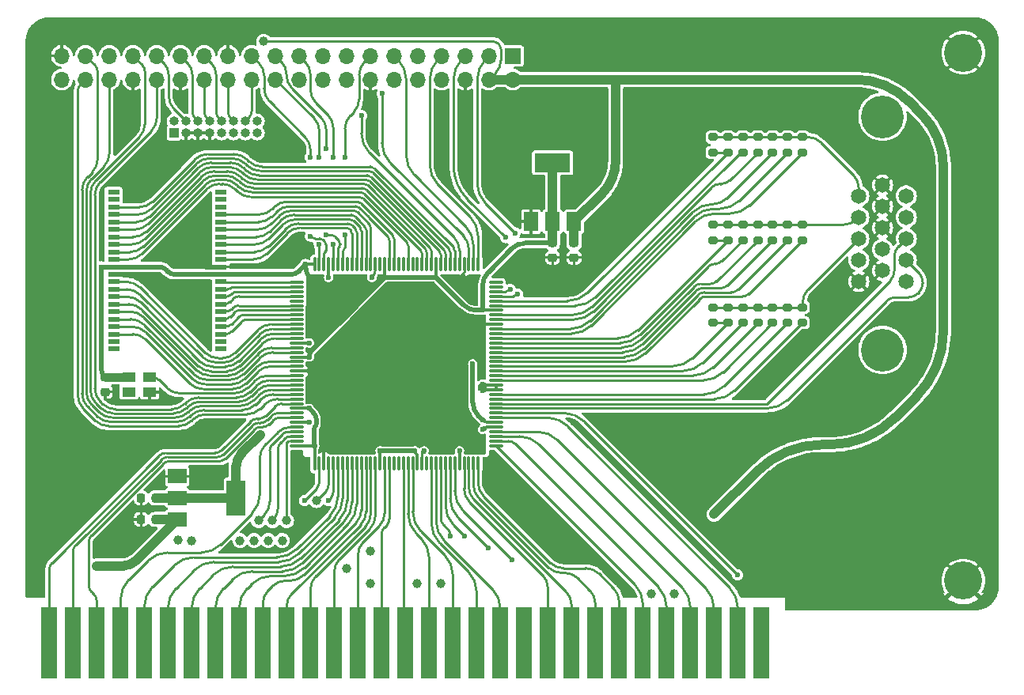
<source format=gbr>
%TF.GenerationSoftware,KiCad,Pcbnew,7.0.8-7.0.8~ubuntu22.04.1*%
%TF.CreationDate,2023-10-10T13:43:40+03:00*%
%TF.ProjectId,minifp,6d696e69-6670-42e6-9b69-6361645f7063,rev?*%
%TF.SameCoordinates,Original*%
%TF.FileFunction,Copper,L1,Top*%
%TF.FilePolarity,Positive*%
%FSLAX46Y46*%
G04 Gerber Fmt 4.6, Leading zero omitted, Abs format (unit mm)*
G04 Created by KiCad (PCBNEW 7.0.8-7.0.8~ubuntu22.04.1) date 2023-10-10 13:43:40*
%MOMM*%
%LPD*%
G01*
G04 APERTURE LIST*
G04 Aperture macros list*
%AMRoundRect*
0 Rectangle with rounded corners*
0 $1 Rounding radius*
0 $2 $3 $4 $5 $6 $7 $8 $9 X,Y pos of 4 corners*
0 Add a 4 corners polygon primitive as box body*
4,1,4,$2,$3,$4,$5,$6,$7,$8,$9,$2,$3,0*
0 Add four circle primitives for the rounded corners*
1,1,$1+$1,$2,$3*
1,1,$1+$1,$4,$5*
1,1,$1+$1,$6,$7*
1,1,$1+$1,$8,$9*
0 Add four rect primitives between the rounded corners*
20,1,$1+$1,$2,$3,$4,$5,0*
20,1,$1+$1,$4,$5,$6,$7,0*
20,1,$1+$1,$6,$7,$8,$9,0*
20,1,$1+$1,$8,$9,$2,$3,0*%
G04 Aperture macros list end*
%TA.AperFunction,ComponentPad*%
%ADD10C,1.000000*%
%TD*%
%TA.AperFunction,SMDPad,CuDef*%
%ADD11R,1.400000X1.000000*%
%TD*%
%TA.AperFunction,ComponentPad*%
%ADD12C,1.650000*%
%TD*%
%TA.AperFunction,ComponentPad*%
%ADD13C,4.575000*%
%TD*%
%TA.AperFunction,SMDPad,CuDef*%
%ADD14R,1.295000X0.600000*%
%TD*%
%TA.AperFunction,ComponentPad*%
%ADD15C,4.064000*%
%TD*%
%TA.AperFunction,ConnectorPad*%
%ADD16R,1.778000X7.620000*%
%TD*%
%TA.AperFunction,SMDPad,CuDef*%
%ADD17RoundRect,0.200000X-0.275000X0.200000X-0.275000X-0.200000X0.275000X-0.200000X0.275000X0.200000X0*%
%TD*%
%TA.AperFunction,SMDPad,CuDef*%
%ADD18RoundRect,0.225000X-0.250000X0.225000X-0.250000X-0.225000X0.250000X-0.225000X0.250000X0.225000X0*%
%TD*%
%TA.AperFunction,SMDPad,CuDef*%
%ADD19R,2.000000X1.500000*%
%TD*%
%TA.AperFunction,SMDPad,CuDef*%
%ADD20R,2.000000X3.800000*%
%TD*%
%TA.AperFunction,SMDPad,CuDef*%
%ADD21RoundRect,0.225000X0.225000X0.250000X-0.225000X0.250000X-0.225000X-0.250000X0.225000X-0.250000X0*%
%TD*%
%TA.AperFunction,ComponentPad*%
%ADD22R,1.700000X1.700000*%
%TD*%
%TA.AperFunction,ComponentPad*%
%ADD23O,1.700000X1.700000*%
%TD*%
%TA.AperFunction,SMDPad,CuDef*%
%ADD24RoundRect,0.075000X0.662500X0.075000X-0.662500X0.075000X-0.662500X-0.075000X0.662500X-0.075000X0*%
%TD*%
%TA.AperFunction,SMDPad,CuDef*%
%ADD25RoundRect,0.075000X0.075000X0.662500X-0.075000X0.662500X-0.075000X-0.662500X0.075000X-0.662500X0*%
%TD*%
%TA.AperFunction,SMDPad,CuDef*%
%ADD26R,1.500000X2.000000*%
%TD*%
%TA.AperFunction,SMDPad,CuDef*%
%ADD27R,3.800000X2.000000*%
%TD*%
%TA.AperFunction,ComponentPad*%
%ADD28R,1.000000X1.000000*%
%TD*%
%TA.AperFunction,ComponentPad*%
%ADD29O,1.000000X1.000000*%
%TD*%
%TA.AperFunction,ViaPad*%
%ADD30C,1.000000*%
%TD*%
%TA.AperFunction,ViaPad*%
%ADD31C,0.600000*%
%TD*%
%TA.AperFunction,Conductor*%
%ADD32C,0.250000*%
%TD*%
%TA.AperFunction,Conductor*%
%ADD33C,0.300000*%
%TD*%
%TA.AperFunction,Conductor*%
%ADD34C,0.500000*%
%TD*%
%TA.AperFunction,Conductor*%
%ADD35C,0.900000*%
%TD*%
%TA.AperFunction,Conductor*%
%ADD36C,1.000000*%
%TD*%
G04 APERTURE END LIST*
D10*
%TO.P,,1,GND*%
%TO.N,DACK1*%
X146750000Y-143500000D03*
%TD*%
%TO.P,,1,GND*%
%TO.N,DACK1*%
X146750000Y-140000000D03*
%TD*%
%TO.P,,1,GND*%
%TO.N,DRQ1*%
X144230000Y-141900000D03*
%TD*%
%TO.P,,1,GND*%
%TO.N,DRQ1*%
X141000000Y-134620000D03*
%TD*%
%TO.P,,1,GND*%
%TO.N,IRQ7*%
X137780000Y-136770000D03*
%TD*%
%TO.P,,1,GND*%
%TO.N,IRQ5*%
X136280000Y-136770000D03*
%TD*%
%TO.P,,1,GND*%
%TO.N,IRQ4*%
X134780000Y-136770000D03*
%TD*%
%TO.P,,1,GND*%
%TO.N,DRQ3*%
X151700000Y-143500000D03*
%TD*%
%TO.P,,1,GND*%
%TO.N,DACK3*%
X154300000Y-143500000D03*
%TD*%
%TO.P,,1,GND*%
%TO.N,DRQ2*%
X176840000Y-144630000D03*
%TD*%
%TO.P,,1,GND*%
%TO.N,IRQ2*%
X179280000Y-144630000D03*
%TD*%
D11*
%TO.P,Y1,1,ENABLE/DISABLE*%
%TO.N,unconnected-(Y1-ENABLE{slash}DISABLE-Pad1)*%
X120910000Y-123010000D03*
%TO.P,Y1,2,GND*%
%TO.N,GND*%
X123110000Y-123010000D03*
%TO.P,Y1,3,OUTPUT*%
%TO.N,CLK100*%
X123110000Y-121410000D03*
%TO.P,Y1,4,+VS*%
%TO.N,3V3*%
X120910000Y-121410000D03*
%TD*%
D12*
%TO.P,J401,1,1*%
%TO.N,VGA_R*%
X199000000Y-102000000D03*
%TO.P,J401,2,2*%
%TO.N,VGA_G*%
X199000000Y-104290000D03*
%TO.P,J401,3,3*%
%TO.N,VGA_B*%
X199000000Y-106580000D03*
%TO.P,J401,4,4*%
%TO.N,unconnected-(J401-Pad4)*%
X199000000Y-108870000D03*
%TO.P,J401,5,5*%
%TO.N,GND*%
X199000000Y-111160000D03*
%TO.P,J401,6,6*%
X201540000Y-100855000D03*
%TO.P,J401,7,7*%
X201540000Y-103145000D03*
%TO.P,J401,8,8*%
X201540000Y-105435000D03*
%TO.P,J401,9,9*%
%TO.N,unconnected-(J401-Pad9)*%
X201540000Y-107725000D03*
%TO.P,J401,10,10*%
%TO.N,GND*%
X201540000Y-110015000D03*
%TO.P,J401,11,11*%
%TO.N,unconnected-(J401-Pad11)*%
X204080000Y-102000000D03*
%TO.P,J401,12,12*%
%TO.N,unconnected-(J401-Pad12)*%
X204080000Y-104290000D03*
%TO.P,J401,13,13*%
%TO.N,VGA_HS*%
X204080000Y-106580000D03*
%TO.P,J401,14,14*%
%TO.N,VGA_VS*%
X204080000Y-108870000D03*
%TO.P,J401,15,15*%
%TO.N,unconnected-(J401-Pad15)*%
X204080000Y-111160000D03*
D13*
%TO.P,J401,MH1,MH1*%
%TO.N,unconnected-(J401-PadMH1)*%
X201540000Y-93512000D03*
%TO.P,J401,MH2,MH2*%
%TO.N,unconnected-(J401-PadMH2)*%
X201540000Y-118502000D03*
%TD*%
D14*
%TO.P,IC1,1,NC_1*%
%TO.N,unconnected-(IC1-NC_1-Pad1)*%
X119272000Y-101600000D03*
%TO.P,IC1,2,NC_2*%
%TO.N,unconnected-(IC1-NC_2-Pad2)*%
X119272000Y-102400000D03*
%TO.P,IC1,3,A0*%
%TO.N,RAM_A0*%
X119272000Y-103200000D03*
%TO.P,IC1,4,A1*%
%TO.N,RAM_A1*%
X119272000Y-104000000D03*
%TO.P,IC1,5,A2*%
%TO.N,RAM_A2*%
X119272000Y-104800000D03*
%TO.P,IC1,6,A3*%
%TO.N,RAM_A3*%
X119272000Y-105600000D03*
%TO.P,IC1,7,A4*%
%TO.N,RAM_A4*%
X119272000Y-106400000D03*
%TO.P,IC1,8,~{CE}*%
%TO.N,RAM_CE*%
X119272000Y-107200000D03*
%TO.P,IC1,9,I/O0*%
%TO.N,RAM_D0*%
X119272000Y-108000000D03*
%TO.P,IC1,10,I/O1*%
%TO.N,RAM_D1*%
X119272000Y-108800000D03*
%TO.P,IC1,11,VDD_1*%
%TO.N,3V3*%
X119272000Y-109600000D03*
%TO.P,IC1,12,GND_1*%
%TO.N,GND*%
X119272000Y-110400000D03*
%TO.P,IC1,13,I/O2*%
%TO.N,RAM_D2*%
X119272000Y-111200000D03*
%TO.P,IC1,14,I/O3*%
%TO.N,RAM_D3*%
X119272000Y-112000000D03*
%TO.P,IC1,15,~{WE}*%
%TO.N,RAM_WE*%
X119272000Y-112800000D03*
%TO.P,IC1,16,A5*%
%TO.N,RAM_A5*%
X119272000Y-113600000D03*
%TO.P,IC1,17,A6*%
%TO.N,RAM_A6*%
X119272000Y-114400000D03*
%TO.P,IC1,18,A7*%
%TO.N,RAM_A7*%
X119272000Y-115200000D03*
%TO.P,IC1,19,A8*%
%TO.N,RAM_A8*%
X119272000Y-116000000D03*
%TO.P,IC1,20,A9*%
%TO.N,RAM_A9*%
X119272000Y-116800000D03*
%TO.P,IC1,21,NC_3*%
%TO.N,unconnected-(IC1-NC_3-Pad21)*%
X119272000Y-117600000D03*
%TO.P,IC1,22,NC_4*%
%TO.N,unconnected-(IC1-NC_4-Pad22)*%
X119272000Y-118400000D03*
%TO.P,IC1,23,NC_5*%
%TO.N,unconnected-(IC1-NC_5-Pad23)*%
X130728000Y-118400000D03*
%TO.P,IC1,24,NC_6*%
%TO.N,unconnected-(IC1-NC_6-Pad24)*%
X130728000Y-117600000D03*
%TO.P,IC1,25,A19*%
%TO.N,RAM_A19*%
X130728000Y-116800000D03*
%TO.P,IC1,26,A10*%
%TO.N,RAM_A10*%
X130728000Y-116000000D03*
%TO.P,IC1,27,A11*%
%TO.N,RAM_A11*%
X130728000Y-115200000D03*
%TO.P,IC1,28,A12*%
%TO.N,RAM_A12*%
X130728000Y-114400000D03*
%TO.P,IC1,29,A13*%
%TO.N,RAM_A13*%
X130728000Y-113600000D03*
%TO.P,IC1,30,A14*%
%TO.N,RAM_A14*%
X130728000Y-112800000D03*
%TO.P,IC1,31,I/O4*%
%TO.N,RAM_D4*%
X130728000Y-112000000D03*
%TO.P,IC1,32,I/O5*%
%TO.N,RAM_D5*%
X130728000Y-111200000D03*
%TO.P,IC1,33,VDD_2*%
%TO.N,3V3*%
X130728000Y-110400000D03*
%TO.P,IC1,34,GND_2*%
%TO.N,GND*%
X130728000Y-109600000D03*
%TO.P,IC1,35,I/O6*%
%TO.N,RAM_D6*%
X130728000Y-108800000D03*
%TO.P,IC1,36,I/O7*%
%TO.N,RAM_D7*%
X130728000Y-108000000D03*
%TO.P,IC1,37,~{OE}*%
%TO.N,RAM_OE*%
X130728000Y-107200000D03*
%TO.P,IC1,38,A15*%
%TO.N,RAM_A15*%
X130728000Y-106400000D03*
%TO.P,IC1,39,A16*%
%TO.N,RAM_A16*%
X130728000Y-105600000D03*
%TO.P,IC1,40,A17*%
%TO.N,RAM_A17*%
X130728000Y-104800000D03*
%TO.P,IC1,41,A18*%
%TO.N,RAM_A18*%
X130728000Y-104000000D03*
%TO.P,IC1,42,NC_7*%
%TO.N,unconnected-(IC1-NC_7-Pad42)*%
X130728000Y-103200000D03*
%TO.P,IC1,43,NC_8*%
%TO.N,unconnected-(IC1-NC_8-Pad43)*%
X130728000Y-102400000D03*
%TO.P,IC1,44,NC_9*%
%TO.N,unconnected-(IC1-NC_9-Pad44)*%
X130728000Y-101600000D03*
%TD*%
D10*
%TO.P,,1,GND*%
%TO.N,DACK2*%
X126135000Y-138890000D03*
%TD*%
%TO.P,,1,GND*%
%TO.N,IRQ7*%
X137310000Y-138900000D03*
%TD*%
%TO.P,,1,GND*%
%TO.N,IRQ6*%
X135810000Y-138900000D03*
%TD*%
D15*
%TO.P,J1,1,GND*%
%TO.N,GND*%
X210185000Y-86677500D03*
X210185000Y-143192500D03*
D16*
%TO.P,J1,32,IO*%
%TO.N,unconnected-(J1-IO-Pad32)*%
X188595000Y-149860000D03*
%TO.P,J1,33,DB7*%
%TO.N,D7*%
X186055000Y-149860000D03*
%TO.P,J1,34,DB6*%
%TO.N,D6*%
X183515000Y-149860000D03*
%TO.P,J1,35,DB5*%
%TO.N,D5*%
X180975000Y-149860000D03*
%TO.P,J1,36,DB4*%
%TO.N,D4*%
X178435000Y-149860000D03*
%TO.P,J1,37,DB3*%
%TO.N,D3*%
X175895000Y-149860000D03*
%TO.P,J1,38,DB2*%
%TO.N,D2*%
X173355000Y-149860000D03*
%TO.P,J1,39,DB1*%
%TO.N,D1*%
X170815000Y-149860000D03*
%TO.P,J1,40,DB0*%
%TO.N,D0*%
X168275000Y-149860000D03*
%TO.P,J1,41,IO_READY*%
%TO.N,IO_READY*%
X165735000Y-149860000D03*
%TO.P,J1,42,AEN*%
%TO.N,unconnected-(J1-AEN-Pad42)*%
X163195000Y-149860000D03*
%TO.P,J1,43,BA19*%
%TO.N,A19*%
X160655000Y-149860000D03*
%TO.P,J1,44,BA18*%
%TO.N,A18*%
X158115000Y-149860000D03*
%TO.P,J1,45,BA17*%
%TO.N,A17*%
X155575000Y-149860000D03*
%TO.P,J1,46,BA16*%
%TO.N,A16*%
X153035000Y-149860000D03*
%TO.P,J1,47,BA15*%
%TO.N,A15*%
X150495000Y-149860000D03*
%TO.P,J1,48,BA14*%
%TO.N,A14*%
X147955000Y-149860000D03*
%TO.P,J1,49,BA13*%
%TO.N,A13*%
X145415000Y-149860000D03*
%TO.P,J1,50,BA12*%
%TO.N,A12*%
X142875000Y-149860000D03*
%TO.P,J1,51,BA11*%
%TO.N,A11*%
X140335000Y-149860000D03*
%TO.P,J1,52,BA10*%
%TO.N,A10*%
X137795000Y-149860000D03*
%TO.P,J1,53,BA09*%
%TO.N,A9*%
X135255000Y-149860000D03*
%TO.P,J1,54,BA08*%
%TO.N,A8*%
X132715000Y-149860000D03*
%TO.P,J1,55,BA07*%
%TO.N,A7*%
X130175000Y-149860000D03*
%TO.P,J1,56,BA06*%
%TO.N,A6*%
X127635000Y-149860000D03*
%TO.P,J1,57,BA05*%
%TO.N,A5*%
X125095000Y-149860000D03*
%TO.P,J1,58,BA04*%
%TO.N,A4*%
X122555000Y-149860000D03*
%TO.P,J1,59,BA03*%
%TO.N,A3*%
X120015000Y-149860000D03*
%TO.P,J1,60,BA02*%
%TO.N,A2*%
X117475000Y-149860000D03*
%TO.P,J1,61,BA01*%
%TO.N,A1*%
X114935000Y-149860000D03*
%TO.P,J1,62,BA00*%
%TO.N,A0*%
X112395000Y-149860000D03*
%TD*%
D10*
%TO.P,,1,GND*%
%TO.N,IRQ3*%
X127635000Y-138900000D03*
%TD*%
%TO.P,,1,GND*%
%TO.N,IRQ5*%
X134310000Y-138900000D03*
%TD*%
%TO.P,,1,GND*%
%TO.N,IRQ4*%
X132810000Y-138900000D03*
%TD*%
D17*
%TO.P,R12,1*%
%TO.N,VGA_G*%
X189789000Y-105075000D03*
%TO.P,R12,2*%
%TO.N,VGA_G_2*%
X189789000Y-106725000D03*
%TD*%
%TO.P,R9,1*%
%TO.N,VGA_G*%
X184989000Y-105075000D03*
%TO.P,R9,2*%
%TO.N,VGA_G_5*%
X184989000Y-106725000D03*
%TD*%
D18*
%TO.P,C201,1*%
%TO.N,3V3*%
X166243000Y-107048000D03*
%TO.P,C201,2*%
%TO.N,GND*%
X166243000Y-108598000D03*
%TD*%
D17*
%TO.P,R6,1*%
%TO.N,VGA_R*%
X191389000Y-95695000D03*
%TO.P,R6,2*%
%TO.N,VGA_R_1*%
X191389000Y-97345000D03*
%TD*%
D19*
%TO.P,U602,1,GND*%
%TO.N,GND*%
X126090000Y-132030000D03*
%TO.P,U602,2,VO*%
%TO.N,1V2*%
X126090000Y-134330000D03*
D20*
X132390000Y-134330000D03*
D19*
%TO.P,U602,3,VI*%
%TO.N,VCC*%
X126090000Y-136630000D03*
%TD*%
D17*
%TO.P,R21,1*%
%TO.N,VGA_B*%
X192989000Y-113920000D03*
%TO.P,R21,2*%
%TO.N,VGA_B_0*%
X192989000Y-115570000D03*
%TD*%
%TO.P,R16,1*%
%TO.N,VGA_B*%
X184989000Y-113920000D03*
%TO.P,R16,2*%
%TO.N,VGA_B_5*%
X184989000Y-115570000D03*
%TD*%
%TO.P,R1,1*%
%TO.N,VGA_R*%
X183389000Y-95695000D03*
%TO.P,R1,2*%
%TO.N,VGA_R_5*%
X183389000Y-97345000D03*
%TD*%
%TO.P,R17,1*%
%TO.N,VGA_B*%
X186589000Y-113920000D03*
%TO.P,R17,2*%
%TO.N,VGA_B_4*%
X186589000Y-115570000D03*
%TD*%
%TO.P,R5,1*%
%TO.N,VGA_R*%
X189789000Y-95695000D03*
%TO.P,R5,2*%
%TO.N,VGA_R_2*%
X189789000Y-97345000D03*
%TD*%
%TO.P,R15,1*%
%TO.N,VGA_B*%
X183389000Y-113920000D03*
%TO.P,R15,2*%
%TO.N,VGA_B_5*%
X183389000Y-115570000D03*
%TD*%
D18*
%TO.P,C202,1*%
%TO.N,VCC1*%
X168543000Y-107048000D03*
%TO.P,C202,2*%
%TO.N,GND*%
X168543000Y-108598000D03*
%TD*%
%TO.P,C20,1*%
%TO.N,3V3*%
X118400000Y-121435000D03*
%TO.P,C20,2*%
%TO.N,GND*%
X118400000Y-122985000D03*
%TD*%
D17*
%TO.P,R14,1*%
%TO.N,VGA_G*%
X192989000Y-105075000D03*
%TO.P,R14,2*%
%TO.N,VGA_G_0*%
X192989000Y-106725000D03*
%TD*%
D21*
%TO.P,C204,1*%
%TO.N,VCC*%
X123766600Y-136630000D03*
%TO.P,C204,2*%
%TO.N,GND*%
X122216600Y-136630000D03*
%TD*%
D22*
%TO.P,J4,1,3V3*%
%TO.N,unconnected-(J4-3V3-Pad1)*%
X162000000Y-87000000D03*
D23*
%TO.P,J4,2,5V*%
%TO.N,VCC1*%
X162000000Y-89540000D03*
%TO.P,J4,3,SDA/GPIO2*%
%TO.N,GPIO2*%
X159460000Y-87000000D03*
%TO.P,J4,4,5V*%
%TO.N,VCC1*%
X159460000Y-89540000D03*
%TO.P,J4,5,SCL/GPIO3*%
%TO.N,GPIO3*%
X156920000Y-87000000D03*
%TO.P,J4,6,GND*%
%TO.N,GND*%
X156920000Y-89540000D03*
%TO.P,J4,7,GCLK0/GPIO4*%
%TO.N,GPIO4*%
X154380000Y-87000000D03*
%TO.P,J4,8,GPIO14/TXD*%
%TO.N,TX*%
X154380000Y-89540000D03*
%TO.P,J4,9,GND*%
%TO.N,GND*%
X151840000Y-87000000D03*
%TO.P,J4,10,GPIO15/RXD*%
%TO.N,RX*%
X151840000Y-89540000D03*
%TO.P,J4,11,GPIO17*%
%TO.N,GPIO17*%
X149300000Y-87000000D03*
%TO.P,J4,12,GPIO18/PWM0*%
%TO.N,PCM_CLK*%
X149300000Y-89540000D03*
%TO.P,J4,13,GPIO27*%
%TO.N,CRESET*%
X146760000Y-87000000D03*
%TO.P,J4,14,GND*%
%TO.N,GND*%
X146760000Y-89540000D03*
%TO.P,J4,15,GPIO22*%
%TO.N,GPIO22*%
X144220000Y-87000000D03*
%TO.P,J4,16,GPIO23*%
%TO.N,GPIO23*%
X144220000Y-89540000D03*
%TO.P,J4,17,3V3*%
%TO.N,unconnected-(J4-3V3-Pad17)*%
X141680000Y-87000000D03*
%TO.P,J4,18,GPIO24*%
%TO.N,GPIO24*%
X141680000Y-89540000D03*
%TO.P,J4,19,MOSI0/GPIO10*%
%TO.N,SDI*%
X139140000Y-87000000D03*
%TO.P,J4,20,GND*%
%TO.N,GND*%
X139140000Y-89540000D03*
%TO.P,J4,21,MISO0/GPIO9*%
%TO.N,SDO*%
X136600000Y-87000000D03*
%TO.P,J4,22,GPIO25*%
%TO.N,SS*%
X136600000Y-89540000D03*
%TO.P,J4,23,SCLK0/GPIO11*%
%TO.N,SCK*%
X134060000Y-87000000D03*
%TO.P,J4,24,~{CE0}/GPIO8*%
%TO.N,GPIO8*%
X134060000Y-89540000D03*
%TO.P,J4,25,GND*%
%TO.N,GND*%
X131520000Y-87000000D03*
%TO.P,J4,26,~{CE1}/GPIO7*%
%TO.N,GPIO7*%
X131520000Y-89540000D03*
%TO.P,J4,27,ID_SD/GPIO0*%
%TO.N,GPIO0*%
X128980000Y-87000000D03*
%TO.P,J4,28,ID_SC/GPIO1*%
%TO.N,GPIO1*%
X128980000Y-89540000D03*
%TO.P,J4,29,GCLK1/GPIO5*%
%TO.N,GPIO5*%
X126440000Y-87000000D03*
%TO.P,J4,30,GND*%
%TO.N,GND*%
X126440000Y-89540000D03*
%TO.P,J4,31,GCLK2/GPIO6*%
%TO.N,GPIO6*%
X123900000Y-87000000D03*
%TO.P,J4,32,PWM0/GPIO12*%
%TO.N,GPIO12*%
X123900000Y-89540000D03*
%TO.P,J4,33,PWM1/GPIO13*%
%TO.N,GPIO13*%
X121360000Y-87000000D03*
%TO.P,J4,34,GND*%
%TO.N,GND*%
X121360000Y-89540000D03*
%TO.P,J4,35,GPIO19/MISO1*%
%TO.N,PCM_FS*%
X118820000Y-87000000D03*
%TO.P,J4,36,GPIO16*%
%TO.N,GPIO16*%
X118820000Y-89540000D03*
%TO.P,J4,37,GPIO26*%
%TO.N,GPIO26*%
X116280000Y-87000000D03*
%TO.P,J4,38,GPIO20/MOSI1*%
%TO.N,GPIO20*%
X116280000Y-89540000D03*
%TO.P,J4,39,GND*%
%TO.N,GND*%
X113740000Y-87000000D03*
%TO.P,J4,40,GPIO21/SCLK1*%
%TO.N,PCM_DOUT*%
X113740000Y-89540000D03*
%TD*%
D17*
%TO.P,R8,1*%
%TO.N,VGA_G*%
X183389000Y-105075000D03*
%TO.P,R8,2*%
%TO.N,VGA_G_5*%
X183389000Y-106725000D03*
%TD*%
%TO.P,R7,1*%
%TO.N,VGA_R*%
X192989000Y-95695000D03*
%TO.P,R7,2*%
%TO.N,VGA_R_0*%
X192989000Y-97345000D03*
%TD*%
%TO.P,R19,1*%
%TO.N,VGA_B*%
X189789000Y-113920000D03*
%TO.P,R19,2*%
%TO.N,VGA_B_2*%
X189789000Y-115570000D03*
%TD*%
%TO.P,R13,1*%
%TO.N,VGA_G*%
X191389000Y-105075000D03*
%TO.P,R13,2*%
%TO.N,VGA_G_1*%
X191389000Y-106725000D03*
%TD*%
%TO.P,R4,1*%
%TO.N,VGA_R*%
X188189000Y-95695000D03*
%TO.P,R4,2*%
%TO.N,VGA_R_3*%
X188189000Y-97345000D03*
%TD*%
%TO.P,R20,1*%
%TO.N,VGA_B*%
X191389000Y-113920000D03*
%TO.P,R20,2*%
%TO.N,VGA_B_1*%
X191389000Y-115570000D03*
%TD*%
D24*
%TO.P,U2,1,IOL_2A*%
%TO.N,D3*%
X160192500Y-128750000D03*
%TO.P,U2,2,IOL_2B*%
%TO.N,D4*%
X160192500Y-128250000D03*
%TO.P,U2,3,IOL_3A*%
%TO.N,D5*%
X160192500Y-127750000D03*
%TO.P,U2,4,IOL_3B*%
%TO.N,D6*%
X160192500Y-127250000D03*
%TO.P,U2,5,GND*%
%TO.N,GND*%
X160192500Y-126750000D03*
%TO.P,U2,6,VCCIO_3*%
%TO.N,3V3*%
X160192500Y-126250000D03*
%TO.P,U2,7,IOL_4A*%
%TO.N,D7*%
X160192500Y-125750000D03*
%TO.P,U2,8,IOL_4B*%
%TO.N,RESET*%
X160192500Y-125250000D03*
%TO.P,U2,9,IOL_5A*%
%TO.N,VGA_VS*%
X160192500Y-124750000D03*
%TO.P,U2,10,IOL_5B*%
%TO.N,VGA_HS*%
X160192500Y-124250000D03*
%TO.P,U2,11,IOL_8A*%
%TO.N,VGA_B_0*%
X160192500Y-123750000D03*
%TO.P,U2,12,IOL_8B*%
%TO.N,VGA_B_1*%
X160192500Y-123250000D03*
%TO.P,U2,13,GND*%
%TO.N,GND*%
X160192500Y-122750000D03*
%TO.P,U2,14,GND*%
X160192500Y-122250000D03*
%TO.P,U2,15,IOL_10A*%
%TO.N,VGA_B_2*%
X160192500Y-121750000D03*
%TO.P,U2,16,IOL_10B*%
%TO.N,VGA_B_3*%
X160192500Y-121250000D03*
%TO.P,U2,17,IOL_12A*%
%TO.N,VGA_B_4*%
X160192500Y-120750000D03*
%TO.P,U2,18,IOL_12B*%
%TO.N,VGA_B_5*%
X160192500Y-120250000D03*
%TO.P,U2,19,IOL_13A*%
%TO.N,VGA_G_0*%
X160192500Y-119750000D03*
%TO.P,U2,20,IOL_13B_GBIN7*%
%TO.N,VGA_G_1*%
X160192500Y-119250000D03*
%TO.P,U2,21,IOL_14A_GBIN6*%
%TO.N,VGA_G_2*%
X160192500Y-118750000D03*
%TO.P,U2,22,IOL_14B*%
%TO.N,VGA_G_3*%
X160192500Y-118250000D03*
%TO.P,U2,23,IOL_17A*%
%TO.N,VGA_G_4*%
X160192500Y-117750000D03*
%TO.P,U2,24,IOL_17B*%
%TO.N,VGA_G_5*%
X160192500Y-117250000D03*
%TO.P,U2,25,IOL_18A*%
%TO.N,VGA_R_0*%
X160192500Y-116750000D03*
%TO.P,U2,26,IOL_18B*%
%TO.N,VGA_R_1*%
X160192500Y-116250000D03*
%TO.P,U2,27,VCC*%
%TO.N,1V2*%
X160192500Y-115750000D03*
%TO.P,U2,28,IOL_23A*%
%TO.N,VGA_R_2*%
X160192500Y-115250000D03*
%TO.P,U2,29,IOL_23B*%
%TO.N,VGA_R_3*%
X160192500Y-114750000D03*
%TO.P,U2,30,VCCIO_3*%
%TO.N,3V3*%
X160192500Y-114250000D03*
%TO.P,U2,31,IOL_24A*%
%TO.N,VGA_R_4*%
X160192500Y-113750000D03*
%TO.P,U2,32,IOL_24B*%
%TO.N,VGA_R_5*%
X160192500Y-113250000D03*
%TO.P,U2,33,IOL_25A*%
%TO.N,GPIO2*%
X160192500Y-112750000D03*
%TO.P,U2,34,IOL_25B*%
%TO.N,GPIO3*%
X160192500Y-112250000D03*
%TO.P,U2,35,NC*%
%TO.N,unconnected-(U2E-NC-Pad35)*%
X160192500Y-111750000D03*
%TO.P,U2,36,NC*%
%TO.N,unconnected-(U2E-NC-Pad36)*%
X160192500Y-111250000D03*
D25*
%TO.P,U2,37,IOB_56*%
%TO.N,GPIO4*%
X158280000Y-109337500D03*
%TO.P,U2,38,IOB_57*%
%TO.N,GPIO17*%
X157780000Y-109337500D03*
%TO.P,U2,39,IOB_61*%
%TO.N,GPIO22*%
X157280000Y-109337500D03*
%TO.P,U2,40,VCC*%
%TO.N,1V2*%
X156780000Y-109337500D03*
%TO.P,U2,41,IOB_63*%
%TO.N,GPIO23*%
X156280000Y-109337500D03*
%TO.P,U2,42,IOB_64*%
%TO.N,RAM_A0*%
X155780000Y-109337500D03*
%TO.P,U2,43,IOB_71*%
%TO.N,RAM_A1*%
X155280000Y-109337500D03*
%TO.P,U2,44,IOB_72*%
%TO.N,RAM_A2*%
X154780000Y-109337500D03*
%TO.P,U2,45,IOB_73*%
%TO.N,RAM_A3*%
X154280000Y-109337500D03*
%TO.P,U2,46,VCCIO_2*%
%TO.N,3V3*%
X153780000Y-109337500D03*
%TO.P,U2,47,IOB_79*%
%TO.N,RAM_A4*%
X153280000Y-109337500D03*
%TO.P,U2,48,IOB_80*%
%TO.N,RAM_CE*%
X152780000Y-109337500D03*
%TO.P,U2,49,IOB_81_GBIN5*%
%TO.N,RAM_D0*%
X152280000Y-109337500D03*
%TO.P,U2,50,NC*%
%TO.N,unconnected-(U2E-NC-Pad50)*%
X151780000Y-109337500D03*
%TO.P,U2,51,NC*%
%TO.N,unconnected-(U2E-NC-Pad51)*%
X151280000Y-109337500D03*
%TO.P,U2,52,IOB_82_GBIN4*%
%TO.N,RAM_D1*%
X150780000Y-109337500D03*
%TO.P,U2,53,GNDPLL0*%
%TO.N,unconnected-(U2E-GNDPLL0-Pad53)*%
X150280000Y-109337500D03*
%TO.P,U2,54,VCCPLL0*%
%TO.N,unconnected-(U2E-VCCPLL0-Pad54)*%
X149780000Y-109337500D03*
%TO.P,U2,55,IOB_91*%
%TO.N,RAM_A18*%
X149280000Y-109337500D03*
%TO.P,U2,56,IOB_94*%
%TO.N,RAM_A17*%
X148780000Y-109337500D03*
%TO.P,U2,57,VCCIO_2*%
%TO.N,3V3*%
X148280000Y-109337500D03*
%TO.P,U2,58,NC*%
%TO.N,unconnected-(U2E-NC-Pad58)*%
X147780000Y-109337500D03*
%TO.P,U2,59,GND*%
%TO.N,GND*%
X147280000Y-109337500D03*
%TO.P,U2,60,IOB_95*%
%TO.N,RAM_A16*%
X146780000Y-109337500D03*
%TO.P,U2,61,IOB_96*%
%TO.N,RAM_A15*%
X146280000Y-109337500D03*
%TO.P,U2,62,IOB_102*%
%TO.N,RAM_OE*%
X145780000Y-109337500D03*
%TO.P,U2,63,IOB_103_CBSEL0*%
%TO.N,RAM_D7*%
X145280000Y-109337500D03*
%TO.P,U2,64,IOB_104_CBSEL1*%
%TO.N,RAM_D6*%
X144780000Y-109337500D03*
%TO.P,U2,65,CDONE*%
%TO.N,unconnected-(U2E-CDONE-Pad65)*%
X144280000Y-109337500D03*
%TO.P,U2,66,~{CRESET}*%
%TO.N,CRESET*%
X143780000Y-109337500D03*
%TO.P,U2,67,IOB_105_SDO*%
%TO.N,SDO*%
X143280000Y-109337500D03*
%TO.P,U2,68,IOB_106_SDI*%
%TO.N,SDI*%
X142780000Y-109337500D03*
%TO.P,U2,69,GND*%
%TO.N,GND*%
X142280000Y-109337500D03*
%TO.P,U2,70,IOB_107_SCK*%
%TO.N,SCK*%
X141780000Y-109337500D03*
%TO.P,U2,71,IOB_108_SS*%
%TO.N,SS*%
X141280000Y-109337500D03*
%TO.P,U2,72,VCC_SPI*%
%TO.N,3V3*%
X140780000Y-109337500D03*
D24*
%TO.P,U2,73,IOR_109*%
%TO.N,RAM_D5*%
X138867500Y-111250000D03*
%TO.P,U2,74,IOR_110*%
%TO.N,RAM_D4*%
X138867500Y-111750000D03*
%TO.P,U2,75,IOR_111*%
%TO.N,RAM_A14*%
X138867500Y-112250000D03*
%TO.P,U2,76,IOR_112*%
%TO.N,RAM_A13*%
X138867500Y-112750000D03*
%TO.P,U2,77,NC*%
%TO.N,unconnected-(U2E-NC-Pad77)*%
X138867500Y-113250000D03*
%TO.P,U2,78,IOR_114*%
%TO.N,RAM_A12*%
X138867500Y-113750000D03*
%TO.P,U2,79,IOR_115*%
%TO.N,RAM_A11*%
X138867500Y-114250000D03*
%TO.P,U2,80,IOR_116*%
%TO.N,RAM_A10*%
X138867500Y-114750000D03*
%TO.P,U2,81,IOR_117*%
%TO.N,RAM_A19*%
X138867500Y-115250000D03*
%TO.P,U2,82,IOR_118*%
%TO.N,RAM_D2*%
X138867500Y-115750000D03*
%TO.P,U2,83,IOR_119*%
%TO.N,RAM_D3*%
X138867500Y-116250000D03*
%TO.P,U2,84,IOR_120*%
%TO.N,RAM_WE*%
X138867500Y-116750000D03*
%TO.P,U2,85,IOR_128*%
%TO.N,RAM_A5*%
X138867500Y-117250000D03*
%TO.P,U2,86,GND*%
%TO.N,GND*%
X138867500Y-117750000D03*
%TO.P,U2,87,IOR_136*%
%TO.N,RAM_A6*%
X138867500Y-118250000D03*
%TO.P,U2,88,IOR_137*%
%TO.N,RAM_A7*%
X138867500Y-118750000D03*
%TO.P,U2,89,VCCIO_1*%
%TO.N,3V3*%
X138867500Y-119250000D03*
%TO.P,U2,90,IOR_138*%
%TO.N,RAM_A8*%
X138867500Y-119750000D03*
%TO.P,U2,91,IOR_139*%
%TO.N,RAM_A9*%
X138867500Y-120250000D03*
%TO.P,U2,92,VCC*%
%TO.N,1V2*%
X138867500Y-120750000D03*
%TO.P,U2,93,IOR_140_GBIN3*%
%TO.N,CLK100*%
X138867500Y-121250000D03*
%TO.P,U2,94,IOR_141_GBIN2*%
%TO.N,GPIO12*%
X138867500Y-121750000D03*
%TO.P,U2,95,IOR_144*%
%TO.N,GPIO13*%
X138867500Y-122250000D03*
%TO.P,U2,96,IOR_146*%
%TO.N,GPIO16*%
X138867500Y-122750000D03*
%TO.P,U2,97,IOR_147*%
%TO.N,GPIO26*%
X138867500Y-123250000D03*
%TO.P,U2,98,IOR_148*%
%TO.N,GPIO20*%
X138867500Y-123750000D03*
%TO.P,U2,99,IOR_152*%
%TO.N,A0*%
X138867500Y-124250000D03*
%TO.P,U2,100,VCCIO_1*%
%TO.N,3V3*%
X138867500Y-124750000D03*
%TO.P,U2,101,IOR_160*%
%TO.N,A1*%
X138867500Y-125250000D03*
%TO.P,U2,102,IOR_161*%
%TO.N,A2*%
X138867500Y-125750000D03*
%TO.P,U2,103,GND*%
%TO.N,GND*%
X138867500Y-126250000D03*
%TO.P,U2,104,IOR_164*%
%TO.N,A3*%
X138867500Y-126750000D03*
%TO.P,U2,105,IOR_165*%
%TO.N,IRQ4*%
X138867500Y-127250000D03*
%TO.P,U2,106,IOR_166*%
%TO.N,IRQ5*%
X138867500Y-127750000D03*
%TO.P,U2,107,IOR_167*%
%TO.N,IRQ7*%
X138867500Y-128250000D03*
%TO.P,U2,108,VPP_2V5*%
%TO.N,3V3*%
X138867500Y-128750000D03*
D25*
%TO.P,U2,109,VPP_FAST*%
X140780000Y-130662500D03*
%TO.P,U2,110,IOT_168*%
%TO.N,CLK*%
X141280000Y-130662500D03*
%TO.P,U2,111,VCC*%
%TO.N,1V2*%
X141780000Y-130662500D03*
%TO.P,U2,112,IOT_169*%
%TO.N,DRQ1*%
X142280000Y-130662500D03*
%TO.P,U2,113,IOT_170*%
%TO.N,DACK1*%
X142780000Y-130662500D03*
%TO.P,U2,114,IOT_171*%
%TO.N,A4*%
X143280000Y-130662500D03*
%TO.P,U2,115,IOT_172*%
%TO.N,A5*%
X143780000Y-130662500D03*
%TO.P,U2,116,IOT_173*%
%TO.N,A6*%
X144280000Y-130662500D03*
%TO.P,U2,117,IOT_174*%
%TO.N,A7*%
X144780000Y-130662500D03*
%TO.P,U2,118,IOT_177*%
%TO.N,A8*%
X145280000Y-130662500D03*
%TO.P,U2,119,IOT_178*%
%TO.N,A9*%
X145780000Y-130662500D03*
%TO.P,U2,120,IOT_179*%
%TO.N,A10*%
X146280000Y-130662500D03*
%TO.P,U2,121,IOT_181*%
%TO.N,A11*%
X146780000Y-130662500D03*
%TO.P,U2,122,IOT_190*%
%TO.N,A12*%
X147280000Y-130662500D03*
%TO.P,U2,123,VCCIO_0*%
%TO.N,3V3*%
X147780000Y-130662500D03*
%TO.P,U2,124,IOT_191*%
%TO.N,A13*%
X148280000Y-130662500D03*
%TO.P,U2,125,IOT_192*%
%TO.N,A14*%
X148780000Y-130662500D03*
%TO.P,U2,126,VCCPLL1*%
%TO.N,unconnected-(U2E-VCCPLL1-Pad126)*%
X149280000Y-130662500D03*
%TO.P,U2,127,GNDPLL1*%
%TO.N,unconnected-(U2E-GNDPLL1-Pad127)*%
X149780000Y-130662500D03*
%TO.P,U2,128,IOT_197_GBIN1*%
%TO.N,A15*%
X150280000Y-130662500D03*
%TO.P,U2,129,IOT_198_GBIN0*%
%TO.N,A16*%
X150780000Y-130662500D03*
%TO.P,U2,130,IOT_206*%
%TO.N,A17*%
X151280000Y-130662500D03*
%TO.P,U2,131,VCCIO_0*%
%TO.N,3V3*%
X151780000Y-130662500D03*
%TO.P,U2,132,GND*%
%TO.N,GND*%
X152280000Y-130662500D03*
%TO.P,U2,133,NC*%
%TO.N,unconnected-(U2E-NC-Pad133)*%
X152780000Y-130662500D03*
%TO.P,U2,134,IOT_212*%
%TO.N,A18*%
X153280000Y-130662500D03*
%TO.P,U2,135,IOT_213*%
%TO.N,A19*%
X153780000Y-130662500D03*
%TO.P,U2,136,IOT_214*%
%TO.N,IOR*%
X154280000Y-130662500D03*
%TO.P,U2,137,IOT_215*%
%TO.N,IOW*%
X154780000Y-130662500D03*
%TO.P,U2,138,IOT_216*%
%TO.N,MEMR*%
X155280000Y-130662500D03*
%TO.P,U2,139,IOT_217*%
%TO.N,MEMW*%
X155780000Y-130662500D03*
%TO.P,U2,140,GND*%
%TO.N,GND*%
X156280000Y-130662500D03*
%TO.P,U2,141,IOT_219*%
%TO.N,IO_READY*%
X156780000Y-130662500D03*
%TO.P,U2,142,IOT_220*%
%TO.N,D0*%
X157280000Y-130662500D03*
%TO.P,U2,143,IOT_221*%
%TO.N,D1*%
X157780000Y-130662500D03*
%TO.P,U2,144,IOT_222*%
%TO.N,D2*%
X158280000Y-130662500D03*
%TD*%
D17*
%TO.P,R2,1*%
%TO.N,VGA_R*%
X184989000Y-95695000D03*
%TO.P,R2,2*%
%TO.N,VGA_R_5*%
X184989000Y-97345000D03*
%TD*%
D21*
%TO.P,C203,1*%
%TO.N,1V2*%
X123766600Y-134330000D03*
%TO.P,C203,2*%
%TO.N,GND*%
X122216600Y-134330000D03*
%TD*%
D26*
%TO.P,U601,1,GND*%
%TO.N,GND*%
X163943000Y-104750000D03*
%TO.P,U601,2,VO*%
%TO.N,3V3*%
X166243000Y-104750000D03*
D27*
X166243000Y-98450000D03*
D26*
%TO.P,U601,3,VI*%
%TO.N,VCC1*%
X168543000Y-104750000D03*
%TD*%
D17*
%TO.P,R3,1*%
%TO.N,VGA_R*%
X186589000Y-95695000D03*
%TO.P,R3,2*%
%TO.N,VGA_R_4*%
X186589000Y-97345000D03*
%TD*%
%TO.P,R18,1*%
%TO.N,VGA_B*%
X188189000Y-113920000D03*
%TO.P,R18,2*%
%TO.N,VGA_B_3*%
X188189000Y-115570000D03*
%TD*%
D28*
%TO.P,J2,1,Pin_1*%
%TO.N,PCM_DOUT*%
X125750000Y-95250000D03*
D29*
%TO.P,J2,2,Pin_2*%
%TO.N,PCM_FS*%
X125750000Y-93980000D03*
%TO.P,J2,3,Pin_3*%
%TO.N,GND*%
X127020000Y-95250000D03*
%TO.P,J2,4,Pin_4*%
%TO.N,GPIO6*%
X127020000Y-93980000D03*
%TO.P,J2,5,Pin_5*%
%TO.N,GND*%
X128290000Y-95250000D03*
%TO.P,J2,6,Pin_6*%
%TO.N,GPIO5*%
X128290000Y-93980000D03*
%TO.P,J2,7,Pin_7*%
%TO.N,GND*%
X129560000Y-95250000D03*
%TO.P,J2,8,Pin_8*%
%TO.N,GPIO1*%
X129560000Y-93980000D03*
%TO.P,J2,9,Pin_9*%
%TO.N,TX*%
X130830000Y-95250000D03*
%TO.P,J2,10,Pin_10*%
%TO.N,GPIO0*%
X130830000Y-93980000D03*
%TO.P,J2,11,Pin_11*%
%TO.N,RX*%
X132100000Y-95250000D03*
%TO.P,J2,12,Pin_12*%
%TO.N,GPIO7*%
X132100000Y-93980000D03*
%TO.P,J2,13,Pin_13*%
%TO.N,PCM_CLK*%
X133370000Y-95250000D03*
%TO.P,J2,14,Pin_14*%
%TO.N,GPIO8*%
X133370000Y-93980000D03*
%TO.P,J2,15,Pin_15*%
%TO.N,GPIO24*%
X134640000Y-95250000D03*
%TO.P,J2,16,Pin_16*%
%TO.N,VCC1*%
X134640000Y-93980000D03*
%TD*%
D17*
%TO.P,R11,1*%
%TO.N,VGA_G*%
X188189000Y-105075000D03*
%TO.P,R11,2*%
%TO.N,VGA_G_3*%
X188189000Y-106725000D03*
%TD*%
%TO.P,R10,1*%
%TO.N,VGA_G*%
X186589000Y-105075000D03*
%TO.P,R10,2*%
%TO.N,VGA_G_4*%
X186589000Y-106725000D03*
%TD*%
D30*
%TO.N,GND*%
X156900000Y-92100000D03*
X120500000Y-139750000D03*
X125000000Y-98000000D03*
X200000000Y-135000000D03*
X128500000Y-133000000D03*
X170000000Y-95000000D03*
X128500000Y-131500000D03*
X210000000Y-110000000D03*
X195000000Y-125000000D03*
X160000000Y-107500000D03*
X139500000Y-107500000D03*
X200000000Y-140000000D03*
X138000000Y-107500000D03*
X162200000Y-102600000D03*
X190000000Y-85000000D03*
X164200000Y-100600000D03*
X162500000Y-135000000D03*
X124000000Y-132750000D03*
X165000000Y-137500000D03*
D31*
X158750000Y-122850000D03*
D30*
X119460000Y-123890000D03*
X170000000Y-85000000D03*
X205000000Y-85000000D03*
X130000000Y-131500000D03*
D31*
X152500000Y-129286000D03*
D30*
X210000000Y-120000000D03*
X205000000Y-130000000D03*
X128000000Y-106000000D03*
X195000000Y-85000000D03*
X175000000Y-100000000D03*
X128000000Y-115000000D03*
X210000000Y-115000000D03*
D31*
X142280000Y-110744000D03*
D30*
X210000000Y-130000000D03*
X200000000Y-125000000D03*
X120500000Y-136750000D03*
X190000000Y-135000000D03*
X112500000Y-110000000D03*
X180000000Y-130000000D03*
X160000000Y-95000000D03*
X119000000Y-139750000D03*
X175000000Y-95000000D03*
X210000000Y-100000000D03*
X190000000Y-140000000D03*
X210000000Y-95000000D03*
X165000000Y-85000000D03*
X195000000Y-115000000D03*
X117500000Y-130000000D03*
X126000000Y-113000000D03*
D31*
X140208000Y-126250000D03*
D30*
X210000000Y-90000000D03*
X160000000Y-100000000D03*
X147100000Y-96560000D03*
X123000000Y-100000000D03*
X162200000Y-100600000D03*
X120500000Y-138250000D03*
X164200000Y-102600000D03*
X122000000Y-138250000D03*
X128000000Y-108000000D03*
X112500000Y-125000000D03*
X112500000Y-135000000D03*
X195000000Y-135000000D03*
X165000000Y-95000000D03*
X162200000Y-104600000D03*
X180000000Y-100000000D03*
X180000000Y-95000000D03*
X175000000Y-85000000D03*
X126000000Y-108000000D03*
X112500000Y-95000000D03*
X165000000Y-110000000D03*
D31*
X146900000Y-110744000D03*
X120777000Y-110400000D03*
D30*
X112500000Y-105000000D03*
X185000000Y-85000000D03*
X119000000Y-138250000D03*
X205000000Y-140000000D03*
X124670000Y-123890000D03*
D31*
X158750000Y-127000000D03*
D30*
X210000000Y-135000000D03*
X170000000Y-110000000D03*
X210000000Y-125000000D03*
X156900000Y-94100000D03*
D31*
X140208000Y-117750000D03*
X129286000Y-109600000D03*
D30*
X112500000Y-115000000D03*
D31*
X158750000Y-122150000D03*
D30*
X112500000Y-120000000D03*
X121000000Y-102000000D03*
X175000000Y-105000000D03*
X195000000Y-140000000D03*
X130000000Y-133000000D03*
X138500000Y-97300000D03*
X121000000Y-100000000D03*
X195000000Y-95000000D03*
X205000000Y-135000000D03*
X140000000Y-132500000D03*
X123000000Y-98000000D03*
X210000000Y-105000000D03*
X180000000Y-85000000D03*
X160000000Y-132500000D03*
X128000000Y-113000000D03*
X112500000Y-100000000D03*
D31*
X156280000Y-129286000D03*
D30*
X112500000Y-130000000D03*
X200000000Y-85000000D03*
D31*
%TO.N,MEMW*%
X161925000Y-140970000D03*
%TO.N,MEMR*%
X159385000Y-139700000D03*
%TO.N,IOW*%
X156845000Y-138430000D03*
%TO.N,IOR*%
X155300000Y-138430000D03*
%TO.N,CRESET*%
X144018000Y-106172000D03*
X144018000Y-97846000D03*
%TO.N,SDO*%
X142030000Y-106172000D03*
X142030000Y-96945000D03*
%TO.N,SDI*%
X142780000Y-97846000D03*
X142780000Y-107188000D03*
%TO.N,SCK*%
X140335000Y-97846000D03*
X140335000Y-106299000D03*
%TO.N,SS*%
X141280000Y-107188000D03*
X141280000Y-97846000D03*
%TO.N,GPIO2*%
X162250000Y-105960000D03*
X162500000Y-112500000D03*
%TO.N,GPIO3*%
X161700000Y-112000000D03*
X161250000Y-106460000D03*
%TO.N,GPIO22*%
X147990000Y-91050000D03*
%TO.N,GPIO23*%
X145780000Y-93400000D03*
%TO.N,3V3*%
X148280000Y-110744000D03*
X140208000Y-119250000D03*
X153780000Y-110744000D03*
X139800000Y-109337500D03*
X158750000Y-125984000D03*
X147780000Y-129286000D03*
X140208000Y-124750000D03*
X157700000Y-120000000D03*
X151511000Y-129286000D03*
X158750000Y-114250000D03*
X140780000Y-128778000D03*
X117983000Y-109600000D03*
%TO.N,1V2*%
X158000000Y-110744000D03*
X158750000Y-115750000D03*
D30*
X156970000Y-111900000D03*
X134949641Y-127603000D03*
X154490000Y-114380000D03*
D31*
X140208000Y-120750000D03*
D30*
X141713000Y-127603000D03*
D31*
X156000000Y-110744000D03*
%TO.N,DACK1*%
X142240000Y-134620000D03*
%TO.N,CLK*%
X139700000Y-134620000D03*
%TO.N,RESET*%
X186055000Y-142595000D03*
D30*
%TO.N,VCC*%
X117475000Y-141605000D03*
%TO.N,VCC1*%
X183515000Y-136095136D03*
X135330000Y-85450000D03*
%TD*%
D32*
%TO.N,DRQ1*%
X141987114Y-133632900D02*
G75*
G03*
X142280000Y-132925786I-707114J707100D01*
G01*
X142280000Y-130662500D02*
X142280000Y-132925786D01*
X141987107Y-133632893D02*
X141000000Y-134620000D01*
%TO.N,IRQ4*%
X135394227Y-136155801D02*
G75*
G03*
X135980000Y-134741573I-1414227J1414201D01*
G01*
%TO.N,IRQ5*%
X136294227Y-136755801D02*
G75*
G03*
X136880000Y-135341573I-1414227J1414201D01*
G01*
%TO.N,IRQ7*%
X137867857Y-128411079D02*
G75*
G03*
X137780000Y-128623222I212143J-212121D01*
G01*
X137780000Y-128623222D02*
X137780000Y-136770000D01*
%TO.N,IRQ5*%
X138236066Y-127749976D02*
G75*
G03*
X137528959Y-128042893I34J-1000024D01*
G01*
X137172910Y-128398976D02*
G75*
G03*
X136880000Y-129106066I707090J-707124D01*
G01*
X136880000Y-129106066D02*
X136880000Y-135341573D01*
X138867500Y-127750000D02*
X138236066Y-127750000D01*
X137528959Y-128042893D02*
X137172893Y-128398959D01*
X136294213Y-136755787D02*
X136280000Y-136770000D01*
%TO.N,IRQ4*%
X138028960Y-127249972D02*
G75*
G03*
X137321853Y-127542893I40J-1000028D01*
G01*
X138867500Y-127250000D02*
X138028960Y-127250000D01*
X136272913Y-128591873D02*
G75*
G03*
X135980000Y-129298960I707087J-707127D01*
G01*
X137321853Y-127542893D02*
X136272893Y-128591853D01*
X135980000Y-129298960D02*
X135980000Y-134741573D01*
X135394213Y-136155787D02*
X134780000Y-136770000D01*
%TO.N,A3*%
X134051330Y-136028310D02*
G75*
G03*
X134930000Y-133906979I-2121330J2121310D01*
G01*
X128636979Y-140199985D02*
G75*
G03*
X130758299Y-139321321I21J2999985D01*
G01*
X138236067Y-126749977D02*
G75*
G03*
X136821854Y-127335786I33J-2000023D01*
G01*
X135515803Y-128641869D02*
G75*
G03*
X134930000Y-130056067I1414197J-1414231D01*
G01*
X120015000Y-145227641D02*
X120015000Y-149860000D01*
X125042641Y-140200029D02*
G75*
G03*
X122921321Y-141078679I-41J-2999971D01*
G01*
X138867500Y-126750000D02*
X138236067Y-126750000D01*
X120893660Y-143106300D02*
G75*
G03*
X120015000Y-145227641I2121340J-2121300D01*
G01*
X136821854Y-127335786D02*
X135515787Y-128641853D01*
X134930000Y-130056067D02*
X134930000Y-133906979D01*
X134051320Y-136028300D02*
X130758299Y-139321321D01*
X128636979Y-140200000D02*
X125042641Y-140200000D01*
X122921321Y-141078679D02*
X120893680Y-143106320D01*
%TO.N,GND*%
X158853553Y-126896447D02*
X158750000Y-127000000D01*
X152280000Y-130662500D02*
X152280000Y-129506000D01*
D33*
X160192500Y-126750000D02*
X159207107Y-126750000D01*
X160192500Y-122750000D02*
X158850000Y-122750000D01*
D34*
X130728000Y-109600000D02*
X129286000Y-109600000D01*
D33*
X156280000Y-130662500D02*
X156280000Y-129286000D01*
X158850000Y-122750000D02*
X158750000Y-122850000D01*
D32*
X147280000Y-109337500D02*
X147280000Y-109949786D01*
X152280000Y-129506000D02*
X152500000Y-129286000D01*
D33*
X138867500Y-126250000D02*
X140208000Y-126250000D01*
X160192500Y-122250000D02*
X158850000Y-122250000D01*
X158850000Y-122250000D02*
X158750000Y-122150000D01*
D32*
X146987107Y-110656893D02*
X146900000Y-110744000D01*
D33*
X142280000Y-109337500D02*
X142280000Y-110744000D01*
X138867500Y-117750000D02*
X140208000Y-117750000D01*
D34*
X119272000Y-110400000D02*
X120777000Y-110400000D01*
D32*
X146987114Y-110656900D02*
G75*
G03*
X147280000Y-109949786I-707114J707100D01*
G01*
D33*
X159207107Y-126750005D02*
G75*
G03*
X158853553Y-126896447I-7J-499995D01*
G01*
D32*
%TO.N,RAM_A0*%
X132139345Y-97525000D02*
X129353655Y-97525000D01*
X133720985Y-98278213D02*
X133553558Y-98110786D01*
X122021801Y-103200000D02*
X119272000Y-103200000D01*
X127939441Y-98110787D02*
X123436014Y-102614214D01*
X146758244Y-98864000D02*
X135135199Y-98864000D01*
X155604264Y-107461492D02*
X147182508Y-99039736D01*
X155780000Y-109337500D02*
X155780000Y-107885756D01*
X133720985Y-98278213D02*
G75*
G03*
X135135199Y-98864000I1414215J1414213D01*
G01*
X122021801Y-103200000D02*
G75*
G03*
X123436014Y-102614214I-1J2000000D01*
G01*
X147182486Y-99039758D02*
G75*
G03*
X146758244Y-98864000I-424286J-424242D01*
G01*
X133553536Y-98110808D02*
G75*
G03*
X132139345Y-97525000I-1414236J-1414192D01*
G01*
X155780031Y-107885756D02*
G75*
G03*
X155604264Y-107461492I-600031J-44D01*
G01*
X129353655Y-97524969D02*
G75*
G03*
X127939442Y-98110788I45J-2000031D01*
G01*
%TO.N,RAM_A1*%
X155104264Y-107597888D02*
X146996112Y-99489736D01*
X131952949Y-97975000D02*
X129540051Y-97975000D01*
X155280000Y-109337500D02*
X155280000Y-108022152D01*
X121858197Y-104000000D02*
X119272000Y-104000000D01*
X128125837Y-98560787D02*
X123272410Y-103414214D01*
X146571848Y-99314000D02*
X134948803Y-99314000D01*
X133534589Y-98728213D02*
X133367162Y-98560786D01*
X155280033Y-108022152D02*
G75*
G03*
X155104263Y-107597889I-600033J-48D01*
G01*
X129540051Y-97974966D02*
G75*
G03*
X128125837Y-98560787I49J-2000034D01*
G01*
X133367138Y-98560810D02*
G75*
G03*
X131952949Y-97975000I-1414238J-1414190D01*
G01*
X146996088Y-99489760D02*
G75*
G03*
X146571848Y-99314000I-424288J-424240D01*
G01*
X133534587Y-98728215D02*
G75*
G03*
X134948803Y-99314000I1414213J1414215D01*
G01*
X121858197Y-103999997D02*
G75*
G03*
X123272409Y-103414213I3J1999997D01*
G01*
%TO.N,RAM_A2*%
X121694593Y-104800000D02*
X119272000Y-104800000D01*
X131766553Y-98425000D02*
X129726447Y-98425000D01*
X146421452Y-99800000D02*
X134798407Y-99800000D01*
X128312233Y-99010787D02*
X123108806Y-104214214D01*
X154780000Y-109337500D02*
X154780000Y-108158548D01*
X154604264Y-107734284D02*
X146845716Y-99975736D01*
X133384193Y-99214213D02*
X133180766Y-99010786D01*
X154779965Y-108158548D02*
G75*
G03*
X154604263Y-107734285I-599965J48D01*
G01*
X133384189Y-99214217D02*
G75*
G03*
X134798407Y-99800000I1414211J1414217D01*
G01*
X133180790Y-99010762D02*
G75*
G03*
X131766553Y-98425000I-1414190J-1414238D01*
G01*
X129726447Y-98425034D02*
G75*
G03*
X128312233Y-99010787I-47J-1999966D01*
G01*
X146845740Y-99975712D02*
G75*
G03*
X146421452Y-99800000I-424240J-424288D01*
G01*
X121694593Y-104799994D02*
G75*
G03*
X123108805Y-104214213I7J1999994D01*
G01*
%TO.N,RAM_A3*%
X146235056Y-100250000D02*
X134612011Y-100250000D01*
X133197797Y-99664213D02*
X133030370Y-99496786D01*
X121530989Y-105600000D02*
X119272000Y-105600000D01*
X128462629Y-99496787D02*
X122945202Y-105014214D01*
X154280000Y-109337500D02*
X154280000Y-108294944D01*
X154104264Y-107870680D02*
X146659320Y-100425736D01*
X131616157Y-98911000D02*
X129876843Y-98911000D01*
X121530989Y-105599992D02*
G75*
G03*
X122945202Y-105014214I11J1999992D01*
G01*
X133030392Y-99496764D02*
G75*
G03*
X131616157Y-98911000I-1414192J-1414236D01*
G01*
X154279968Y-108294944D02*
G75*
G03*
X154104263Y-107870681I-599968J44D01*
G01*
X129876843Y-98911031D02*
G75*
G03*
X128462629Y-99496787I-43J-1999969D01*
G01*
X146659342Y-100425714D02*
G75*
G03*
X146235056Y-100250000I-424242J-424286D01*
G01*
X133197791Y-99664219D02*
G75*
G03*
X134612011Y-100250000I1414209J1414219D01*
G01*
%TO.N,MEMW*%
X161925000Y-140970000D02*
X156658679Y-135703679D01*
X155780000Y-133582359D02*
X155780000Y-130662500D01*
X155780029Y-133582359D02*
G75*
G03*
X156658679Y-135703679I2999971J-41D01*
G01*
%TO.N,MEMR*%
X155280000Y-134352359D02*
X155280000Y-130662500D01*
X159385000Y-139700000D02*
X156158679Y-136473679D01*
X155280029Y-134352359D02*
G75*
G03*
X156158679Y-136473679I2999971J-41D01*
G01*
%TO.N,IOW*%
X154780000Y-135122359D02*
X154780000Y-130662500D01*
X156845000Y-138430000D02*
X155658679Y-137243679D01*
X154780029Y-135122359D02*
G75*
G03*
X155658679Y-137243679I2999971J-41D01*
G01*
%TO.N,IOR*%
X155300000Y-138157107D02*
X155300000Y-138430000D01*
X154280000Y-136187542D02*
X154286536Y-136194078D01*
X154286536Y-136194078D02*
X154286536Y-136522322D01*
X154280000Y-130662500D02*
X154280000Y-136187542D01*
X154579429Y-137229429D02*
X155153554Y-137803554D01*
X154286510Y-136522322D02*
G75*
G03*
X154579429Y-137229429I999990J22D01*
G01*
X155299995Y-138157107D02*
G75*
G03*
X155153554Y-137803554I-499995J7D01*
G01*
%TO.N,RAM_A4*%
X131429761Y-99361000D02*
X130063239Y-99361000D01*
X146048660Y-100700000D02*
X134425615Y-100700000D01*
X121367385Y-106400000D02*
X119272000Y-106400000D01*
X153104264Y-107507076D02*
X146472924Y-100875736D01*
X133011401Y-100114213D02*
X132843974Y-99946786D01*
X128649025Y-99946787D02*
X122781598Y-105814214D01*
X153280000Y-109337500D02*
X153280000Y-107931340D01*
X121367385Y-106399989D02*
G75*
G03*
X122781598Y-105814214I15J1999989D01*
G01*
X130063239Y-99361028D02*
G75*
G03*
X128649025Y-99946787I-39J-1999972D01*
G01*
X133011393Y-100114221D02*
G75*
G03*
X134425615Y-100700000I1414207J1414221D01*
G01*
X132843994Y-99946766D02*
G75*
G03*
X131429761Y-99361000I-1414194J-1414234D01*
G01*
X146472944Y-100875716D02*
G75*
G03*
X146048660Y-100700000I-424244J-424284D01*
G01*
X153279971Y-107931340D02*
G75*
G03*
X153104264Y-107507076I-599971J40D01*
G01*
%TO.N,RAM_CE*%
X128835421Y-100396787D02*
X122617994Y-106614214D01*
X152780000Y-109337500D02*
X152780000Y-108067736D01*
X145862264Y-101150000D02*
X134239219Y-101150000D01*
X152604264Y-107643472D02*
X146286528Y-101325736D01*
X121203781Y-107200000D02*
X119272000Y-107200000D01*
X131243365Y-99811000D02*
X130249635Y-99811000D01*
X132825005Y-100564213D02*
X132657578Y-100396786D01*
X130249635Y-99811025D02*
G75*
G03*
X128835421Y-100396787I-35J-1999975D01*
G01*
X121203781Y-107199986D02*
G75*
G03*
X122617994Y-106614214I19J1999986D01*
G01*
X132824995Y-100564223D02*
G75*
G03*
X134239219Y-101150000I1414205J1414223D01*
G01*
X132657596Y-100396768D02*
G75*
G03*
X131243365Y-99811000I-1414196J-1414232D01*
G01*
X152779974Y-108067736D02*
G75*
G03*
X152604264Y-107643472I-599974J36D01*
G01*
X146286546Y-101325718D02*
G75*
G03*
X145862264Y-101150000I-424246J-424282D01*
G01*
%TO.N,RAM_D0*%
X132638609Y-101014213D02*
X132471182Y-100846786D01*
X152280000Y-109337500D02*
X152280000Y-108204132D01*
X121040177Y-108000000D02*
X119272000Y-108000000D01*
X145675868Y-101600000D02*
X134052823Y-101600000D01*
X129021817Y-100846787D02*
X122454390Y-107414214D01*
X131056969Y-100261000D02*
X130436031Y-100261000D01*
X152104264Y-107779868D02*
X146100132Y-101775736D01*
X152279977Y-108204132D02*
G75*
G03*
X152104264Y-107779868I-599977J32D01*
G01*
X130436031Y-100261023D02*
G75*
G03*
X129021818Y-100846788I-31J-1999977D01*
G01*
X132471198Y-100846770D02*
G75*
G03*
X131056969Y-100261000I-1414198J-1414230D01*
G01*
X132638597Y-101014225D02*
G75*
G03*
X134052823Y-101600000I1414203J1414225D01*
G01*
X121040177Y-107999983D02*
G75*
G03*
X122454390Y-107414214I23J1999983D01*
G01*
X146100148Y-101775720D02*
G75*
G03*
X145675868Y-101600000I-424248J-424280D01*
G01*
%TO.N,RAM_D1*%
X133924427Y-102108000D02*
X145547472Y-102108000D01*
X130622427Y-100711000D02*
X130870573Y-100711000D01*
X145971736Y-102283736D02*
X150604264Y-106916264D01*
X132284787Y-101296787D02*
X132510214Y-101522214D01*
X150780000Y-107340528D02*
X150780000Y-109337500D01*
X129208213Y-101296787D02*
X122290786Y-108214214D01*
X120876573Y-108800000D02*
X119272000Y-108800000D01*
X150779980Y-107340528D02*
G75*
G03*
X150604264Y-106916264I-599980J28D01*
G01*
X130622427Y-100711020D02*
G75*
G03*
X129208214Y-101296788I-27J-1999980D01*
G01*
X132510200Y-101522228D02*
G75*
G03*
X133924427Y-102108000I1414200J1414228D01*
G01*
X145971750Y-102283722D02*
G75*
G03*
X145547472Y-102108000I-424250J-424278D01*
G01*
X132284801Y-101296773D02*
G75*
G03*
X130870573Y-100711000I-1414201J-1414227D01*
G01*
X120876573Y-108799980D02*
G75*
G03*
X122290785Y-108214213I27J1999980D01*
G01*
%TO.N,RAM_D2*%
X134743213Y-116335787D02*
X132284786Y-118794214D01*
X129081213Y-118794213D02*
X122072786Y-111785786D01*
X120658573Y-111200000D02*
X119272000Y-111200000D01*
X130870573Y-119380000D02*
X130495427Y-119380000D01*
X138867500Y-115750000D02*
X136157427Y-115750000D01*
X129081199Y-118794227D02*
G75*
G03*
X130495427Y-119380000I1414201J1414227D01*
G01*
X122072800Y-111785772D02*
G75*
G03*
X120658573Y-111200000I-1414200J-1414228D01*
G01*
X136157427Y-115750020D02*
G75*
G03*
X134743214Y-116335788I-27J-1999980D01*
G01*
X130870573Y-119379980D02*
G75*
G03*
X132284785Y-118794213I27J1999980D01*
G01*
%TO.N,RAM_D3*%
X138867500Y-116250000D02*
X136293823Y-116250000D01*
X134879609Y-116835787D02*
X132471182Y-119244214D01*
X131056969Y-119830000D02*
X130183427Y-119830000D01*
X120696573Y-112000000D02*
X119272000Y-112000000D01*
X128769213Y-119244213D02*
X122110786Y-112585786D01*
X136293823Y-116250017D02*
G75*
G03*
X134879609Y-116835787I-23J-1999983D01*
G01*
X122110800Y-112585772D02*
G75*
G03*
X120696573Y-112000000I-1414200J-1414228D01*
G01*
X128769199Y-119244227D02*
G75*
G03*
X130183427Y-119830000I1414201J1414227D01*
G01*
X131056969Y-119829977D02*
G75*
G03*
X132471181Y-119244213I31J1999977D01*
G01*
%TO.N,RAM_WE*%
X138867500Y-116750000D02*
X136430219Y-116750000D01*
X120734573Y-112800000D02*
X119272000Y-112800000D01*
X135016005Y-117335787D02*
X132657578Y-119694214D01*
X131243365Y-120280000D02*
X129871427Y-120280000D01*
X128457213Y-119694213D02*
X122148786Y-113385786D01*
X131243365Y-120279975D02*
G75*
G03*
X132657578Y-119694214I35J1999975D01*
G01*
X136430219Y-116750014D02*
G75*
G03*
X135016005Y-117335787I-19J-1999986D01*
G01*
X128457199Y-119694227D02*
G75*
G03*
X129871427Y-120280000I1414201J1414227D01*
G01*
X122148800Y-113385772D02*
G75*
G03*
X120734573Y-112800000I-1414200J-1414228D01*
G01*
%TO.N,RAM_A5*%
X120898177Y-113600000D02*
X119272000Y-113600000D01*
X131382761Y-120777000D02*
X129732031Y-120777000D01*
X135152401Y-117835787D02*
X132796974Y-120191214D01*
X138867500Y-117250000D02*
X136566615Y-117250000D01*
X128317817Y-120191213D02*
X122312390Y-114185786D01*
X131382761Y-120776972D02*
G75*
G03*
X132796974Y-120191214I39J1999972D01*
G01*
X136566615Y-117250011D02*
G75*
G03*
X135152401Y-117835787I-15J-1999989D01*
G01*
X122312402Y-114185774D02*
G75*
G03*
X120898177Y-113600000I-1414202J-1414226D01*
G01*
X128317801Y-120191229D02*
G75*
G03*
X129732031Y-120777000I1414199J1414229D01*
G01*
%TO.N,RAM_A6*%
X134788797Y-118835787D02*
X132983370Y-120641214D01*
X131569157Y-121227000D02*
X129545635Y-121227000D01*
X138867500Y-118250000D02*
X136203011Y-118250000D01*
X121061781Y-114400000D02*
X119272000Y-114400000D01*
X128131421Y-120641213D02*
X122475994Y-114985786D01*
X128131403Y-120641231D02*
G75*
G03*
X129545635Y-121227000I1414197J1414231D01*
G01*
X131569157Y-121226969D02*
G75*
G03*
X132983370Y-120641214I43J1999969D01*
G01*
X122476004Y-114985776D02*
G75*
G03*
X121061781Y-114400000I-1414204J-1414224D01*
G01*
X136203011Y-118250008D02*
G75*
G03*
X134788797Y-118835787I-11J-1999992D01*
G01*
%TO.N,RAM_A7*%
X121102573Y-115200000D02*
X119272000Y-115200000D01*
X127822213Y-121091213D02*
X122516786Y-115785786D01*
X138867500Y-118750000D02*
X136339407Y-118750000D01*
X131755553Y-121677000D02*
X129236427Y-121677000D01*
X134925193Y-119335787D02*
X133169766Y-121091214D01*
X131755553Y-121676966D02*
G75*
G03*
X133169766Y-121091214I47J1999966D01*
G01*
X122516800Y-115785772D02*
G75*
G03*
X121102573Y-115200000I-1414200J-1414228D01*
G01*
X127822199Y-121091227D02*
G75*
G03*
X129236427Y-121677000I1414201J1414227D01*
G01*
X136339407Y-118750006D02*
G75*
G03*
X134925194Y-119335788I-7J-1999994D01*
G01*
%TO.N,RAM_A8*%
X134561589Y-120335787D02*
X133309162Y-121588214D01*
X121266177Y-116000000D02*
X119272000Y-116000000D01*
X131894949Y-122174000D02*
X129097031Y-122174000D01*
X138867500Y-119750000D02*
X135975803Y-119750000D01*
X127682817Y-121588213D02*
X122680390Y-116585786D01*
X135975803Y-119750003D02*
G75*
G03*
X134561590Y-120335788I-3J-1999997D01*
G01*
X131894949Y-122174034D02*
G75*
G03*
X133309162Y-121588214I-49J2000034D01*
G01*
X127682801Y-121588229D02*
G75*
G03*
X129097031Y-122174000I1414199J1414229D01*
G01*
X122680402Y-116585774D02*
G75*
G03*
X121266177Y-116000000I-1414202J-1414226D01*
G01*
%TO.N,RAM_A9*%
X134697985Y-120835787D02*
X133437558Y-122096214D01*
X132023345Y-122682000D02*
X128844427Y-122682000D01*
X138867500Y-120250000D02*
X136112199Y-120250000D01*
X121305573Y-116800000D02*
X119272000Y-116800000D01*
X127430213Y-122096213D02*
X122719786Y-117385786D01*
X122719800Y-117385772D02*
G75*
G03*
X121305573Y-116800000I-1414200J-1414228D01*
G01*
X127430199Y-122096227D02*
G75*
G03*
X128844427Y-122682000I1414201J1414227D01*
G01*
X136112199Y-120250000D02*
G75*
G03*
X134697985Y-120835787I1J-2000000D01*
G01*
X132023345Y-122682031D02*
G75*
G03*
X133437557Y-122096213I-45J2000031D01*
G01*
%TO.N,D7*%
X165727359Y-125750000D02*
X160192500Y-125750000D01*
X186055000Y-149860000D02*
X186055000Y-146077641D01*
X185176320Y-143956320D02*
X167848679Y-126628679D01*
X167848699Y-126628659D02*
G75*
G03*
X165727359Y-125750000I-2121299J-2121341D01*
G01*
X186054971Y-146077641D02*
G75*
G03*
X185176320Y-143956320I-2999971J41D01*
G01*
%TO.N,D6*%
X182636320Y-144026320D02*
X166738679Y-128128679D01*
X164617359Y-127250000D02*
X160192500Y-127250000D01*
X183515000Y-149860000D02*
X183515000Y-146147641D01*
X166738699Y-128128659D02*
G75*
G03*
X164617359Y-127250000I-2121299J-2121341D01*
G01*
X183514971Y-146147641D02*
G75*
G03*
X182636320Y-144026320I-2999971J41D01*
G01*
%TO.N,D5*%
X180096320Y-143916320D02*
X164808679Y-128628679D01*
X162687359Y-127750000D02*
X160192500Y-127750000D01*
X180975000Y-149860000D02*
X180975000Y-146037641D01*
X164808699Y-128628659D02*
G75*
G03*
X162687359Y-127750000I-2121299J-2121341D01*
G01*
X180974971Y-146037641D02*
G75*
G03*
X180096320Y-143916320I-2999971J41D01*
G01*
%TO.N,D4*%
X178435000Y-149860000D02*
X178435000Y-146007641D01*
X161505786Y-128250000D02*
X160192500Y-128250000D01*
X177556320Y-143886320D02*
X162212893Y-128542893D01*
X162212900Y-128542886D02*
G75*
G03*
X161505786Y-128250000I-707100J-707114D01*
G01*
X178434971Y-146007641D02*
G75*
G03*
X177556320Y-143886320I-2999971J41D01*
G01*
%TO.N,D3*%
X175016320Y-143573820D02*
X160192500Y-128750000D01*
X175895000Y-149860000D02*
X175895000Y-145695141D01*
X175894971Y-145695141D02*
G75*
G03*
X175016320Y-143573820I-2999971J41D01*
G01*
%TO.N,D2*%
X173355000Y-149860000D02*
X173355000Y-145433427D01*
X169781573Y-141860000D02*
X167399745Y-141860000D01*
X165985531Y-141274213D02*
X158865786Y-134154468D01*
X158280000Y-132740255D02*
X158280000Y-130662500D01*
X172769213Y-144019213D02*
X171195786Y-142445786D01*
X173354980Y-145433427D02*
G75*
G03*
X172769212Y-144019214I-1999980J27D01*
G01*
X158280032Y-132740255D02*
G75*
G03*
X158865786Y-134154468I1999968J-45D01*
G01*
X171195800Y-142445772D02*
G75*
G03*
X169781573Y-141860000I-1414200J-1414228D01*
G01*
X165985508Y-141274236D02*
G75*
G03*
X167399745Y-141860000I1414192J1414236D01*
G01*
%TO.N,D1*%
X170815000Y-149860000D02*
X170815000Y-145643427D01*
X167531573Y-142360000D02*
X167192639Y-142360000D01*
X170229213Y-144229213D02*
X168945786Y-142945786D01*
X165778425Y-141774213D02*
X158365786Y-134361574D01*
X157780000Y-132947361D02*
X157780000Y-130662500D01*
X170814980Y-145643427D02*
G75*
G03*
X170229212Y-144229214I-1999980J27D01*
G01*
X157780028Y-132947361D02*
G75*
G03*
X158365786Y-134361574I1999972J-39D01*
G01*
X165778405Y-141774233D02*
G75*
G03*
X167192639Y-142360000I1414195J1414233D01*
G01*
X168945800Y-142945772D02*
G75*
G03*
X167531573Y-142360000I-1414200J-1414228D01*
G01*
%TO.N,D0*%
X157280000Y-133154467D02*
X157280000Y-130662500D01*
X168275000Y-149860000D02*
X168275000Y-145806321D01*
X167689213Y-144392107D02*
X157865786Y-134568680D01*
X168274985Y-145806321D02*
G75*
G03*
X167689213Y-144392107I-1999985J21D01*
G01*
X157280024Y-133154467D02*
G75*
G03*
X157865786Y-134568680I1999976J-33D01*
G01*
%TO.N,A19*%
X154658680Y-138940919D02*
X159776321Y-144058560D01*
X160655000Y-146179880D02*
X160655000Y-149860000D01*
X153780000Y-130662500D02*
X153780000Y-136819598D01*
X153780002Y-136819598D02*
G75*
G03*
X154658681Y-138940918I2999998J-2D01*
G01*
X160655014Y-146179880D02*
G75*
G03*
X159776321Y-144058560I-3000014J-20D01*
G01*
%TO.N,A18*%
X158115000Y-144371641D02*
X158115000Y-149860000D01*
X154158680Y-139172680D02*
X157236321Y-142250321D01*
X153280000Y-130662500D02*
X153280000Y-137051359D01*
X158114971Y-144371641D02*
G75*
G03*
X157236321Y-142250321I-2999971J41D01*
G01*
X153280029Y-137051359D02*
G75*
G03*
X154158680Y-139172680I2999971J-41D01*
G01*
%TO.N,A17*%
X155575000Y-142593641D02*
X155575000Y-149860000D01*
X152158680Y-137934680D02*
X154696321Y-140472321D01*
X151280000Y-130662500D02*
X151280000Y-135813359D01*
X155574971Y-142593641D02*
G75*
G03*
X154696321Y-140472321I-2999971J41D01*
G01*
X151280029Y-135813359D02*
G75*
G03*
X152158680Y-137934680I2999971J-41D01*
G01*
%TO.N,A16*%
X150780000Y-130662500D02*
X150780000Y-136020465D01*
X151658680Y-138141786D02*
X152156321Y-138639427D01*
X153035000Y-140760747D02*
X153035000Y-149860000D01*
X153034966Y-140760747D02*
G75*
G03*
X152156320Y-138639428I-2999966J47D01*
G01*
X150780025Y-136020465D02*
G75*
G03*
X151658680Y-138141786I2999975J-35D01*
G01*
%TO.N,A15*%
X150280000Y-130662500D02*
X150280000Y-149645000D01*
X150280000Y-149645000D02*
X150495000Y-149860000D01*
%TO.N,A14*%
X148487107Y-137269999D02*
X148247893Y-137509213D01*
X147955000Y-138216320D02*
X147955000Y-149860000D01*
X148780000Y-130662500D02*
X148780000Y-136562892D01*
X148247883Y-137509203D02*
G75*
G03*
X147955000Y-138216320I707117J-707097D01*
G01*
X148487111Y-137270003D02*
G75*
G03*
X148780000Y-136562892I-707111J707103D01*
G01*
%TO.N,A13*%
X147694213Y-137355787D02*
X146000786Y-139049214D01*
X145415000Y-140463427D02*
X145415000Y-149860000D01*
X148280000Y-130662500D02*
X148280000Y-135941573D01*
X146000772Y-139049200D02*
G75*
G03*
X145415000Y-140463427I1414228J-1414200D01*
G01*
X147694227Y-137355801D02*
G75*
G03*
X148280000Y-135941573I-1414227J1414201D01*
G01*
%TO.N,A12*%
X147280000Y-130662500D02*
X147280000Y-136231573D01*
X142875000Y-142293427D02*
X142875000Y-149860000D01*
X146694213Y-137645787D02*
X143460786Y-140879214D01*
X143460772Y-140879200D02*
G75*
G03*
X142875000Y-142293427I1414228J-1414200D01*
G01*
X146694227Y-137645801D02*
G75*
G03*
X147280000Y-136231573I-1414227J1414201D01*
G01*
%TO.N,A11*%
X140335000Y-144126321D02*
X140335000Y-149860000D01*
X146194213Y-137438681D02*
X140920786Y-142712108D01*
X146780000Y-130662500D02*
X146780000Y-136024467D01*
X140920775Y-142712097D02*
G75*
G03*
X140335000Y-144126321I1414225J-1414203D01*
G01*
X146194230Y-137438698D02*
G75*
G03*
X146780000Y-136024467I-1414230J1414198D01*
G01*
%TO.N,A10*%
X145694213Y-137231575D02*
X138380786Y-144545002D01*
X146280000Y-130662500D02*
X146280000Y-135817361D01*
X137795000Y-145959215D02*
X137795000Y-149860000D01*
X138380778Y-144544994D02*
G75*
G03*
X137795000Y-145959215I1414222J-1414206D01*
G01*
X145694233Y-137231595D02*
G75*
G03*
X146280000Y-135817361I-1414233J1414195D01*
G01*
%TO.N,A9*%
X145194213Y-137024469D02*
X139604468Y-142614214D01*
X138190255Y-143200000D02*
X137678427Y-143200000D01*
X135255000Y-145623427D02*
X135255000Y-149860000D01*
X136264213Y-143785787D02*
X135840786Y-144209214D01*
X145780000Y-130662500D02*
X145780000Y-135610255D01*
X135840772Y-144209200D02*
G75*
G03*
X135255000Y-145623427I1414228J-1414200D01*
G01*
X138190255Y-143199968D02*
G75*
G03*
X139604468Y-142614214I45J1999968D01*
G01*
X145194236Y-137024492D02*
G75*
G03*
X145780000Y-135610255I-1414236J1414192D01*
G01*
X137678427Y-143200020D02*
G75*
G03*
X136264214Y-143785788I-27J-1999980D01*
G01*
%TO.N,A8*%
X145280000Y-130662500D02*
X145280000Y-134988935D01*
X132715000Y-146122282D02*
X132715000Y-149860000D01*
X134015961Y-143578680D02*
X133593679Y-144000962D01*
X137568935Y-142700000D02*
X136137282Y-142700000D01*
X144401320Y-137110256D02*
X139690255Y-141821321D01*
X133593688Y-144000971D02*
G75*
G03*
X132715000Y-146122282I2121312J-2121329D01*
G01*
X137568935Y-142700024D02*
G75*
G03*
X139690254Y-141821320I-35J3000024D01*
G01*
X136137282Y-142699988D02*
G75*
G03*
X134015962Y-143578681I18J-3000012D01*
G01*
X144401302Y-137110238D02*
G75*
G03*
X145280000Y-134988935I-2121302J2121338D01*
G01*
%TO.N,A7*%
X144780000Y-130662500D02*
X144780000Y-134781829D01*
X137361829Y-142200000D02*
X134097282Y-142200000D01*
X130175000Y-146122282D02*
X130175000Y-149860000D01*
X131975961Y-143078680D02*
X131053679Y-144000962D01*
X143901320Y-136903150D02*
X139483149Y-141321321D01*
X134097282Y-142199988D02*
G75*
G03*
X131975962Y-143078681I18J-3000012D01*
G01*
X131053688Y-144000971D02*
G75*
G03*
X130175000Y-146122282I2121312J-2121329D01*
G01*
X137361829Y-142200020D02*
G75*
G03*
X139483148Y-141321320I-29J3000020D01*
G01*
X143901305Y-136903135D02*
G75*
G03*
X144780000Y-134781829I-2121305J2121335D01*
G01*
%TO.N,A6*%
X137154723Y-141700000D02*
X132057282Y-141700000D01*
X127635000Y-146122282D02*
X127635000Y-149860000D01*
X144280000Y-130662500D02*
X144280000Y-134574723D01*
X143401320Y-136696044D02*
X139276043Y-140821321D01*
X129935961Y-142578680D02*
X128513679Y-144000962D01*
X137154723Y-141700016D02*
G75*
G03*
X139276043Y-140821321I-23J3000016D01*
G01*
X143401308Y-136696032D02*
G75*
G03*
X144280000Y-134574723I-2121308J2121332D01*
G01*
X128513688Y-144000971D02*
G75*
G03*
X127635000Y-146122282I2121312J-2121329D01*
G01*
X132057282Y-141699988D02*
G75*
G03*
X129935962Y-142578681I18J-3000012D01*
G01*
%TO.N,A5*%
X142901320Y-136488938D02*
X139068937Y-140321321D01*
X136947617Y-141200000D02*
X130017282Y-141200000D01*
X127895961Y-142078680D02*
X125973679Y-144000962D01*
X143780000Y-130662500D02*
X143780000Y-134367617D01*
X125095000Y-146122282D02*
X125095000Y-149860000D01*
X136947617Y-141200012D02*
G75*
G03*
X139068937Y-140321321I-17J3000012D01*
G01*
X130017282Y-141199988D02*
G75*
G03*
X127895962Y-142078681I18J-3000012D01*
G01*
X125973688Y-144000971D02*
G75*
G03*
X125095000Y-146122282I2121312J-2121329D01*
G01*
X142901311Y-136488929D02*
G75*
G03*
X143780000Y-134367617I-2121311J2121329D01*
G01*
%TO.N,A4*%
X136740511Y-140700000D02*
X127850282Y-140700000D01*
X142401320Y-136281832D02*
X138861831Y-139821321D01*
X125728961Y-141578680D02*
X123433679Y-143873962D01*
X122555000Y-145995282D02*
X122555000Y-149860000D01*
X143280000Y-130662500D02*
X143280000Y-134160511D01*
X123433688Y-143873971D02*
G75*
G03*
X122555000Y-145995282I2121312J-2121329D01*
G01*
X142401314Y-136281826D02*
G75*
G03*
X143280000Y-134160511I-2121314J2121326D01*
G01*
X136740511Y-140700007D02*
G75*
G03*
X138861830Y-139821320I-11J3000007D01*
G01*
X127850282Y-140699988D02*
G75*
G03*
X125728962Y-141578681I18J-3000012D01*
G01*
%TO.N,A2*%
X117475000Y-149860000D02*
X117475000Y-145382641D01*
X116917893Y-138340533D02*
X124545533Y-130712893D01*
X117182107Y-144675534D02*
X116917893Y-144411320D01*
X138867500Y-125750000D02*
X137030330Y-125750000D01*
X116625000Y-143704213D02*
X116625000Y-139047640D01*
X131223452Y-130127107D02*
X134304666Y-127045893D01*
X125252640Y-130420000D02*
X130516345Y-130420000D01*
X135011773Y-126753000D02*
X135198902Y-126753000D01*
X135906009Y-126460107D02*
X136323223Y-126042893D01*
X135011773Y-126752981D02*
G75*
G03*
X134304666Y-127045893I27J-1000019D01*
G01*
X116917873Y-138340513D02*
G75*
G03*
X116625000Y-139047640I707127J-707087D01*
G01*
X130516345Y-130420032D02*
G75*
G03*
X131223452Y-130127107I-45J1000032D01*
G01*
X125252640Y-130420028D02*
G75*
G03*
X124545533Y-130712893I-40J-999972D01*
G01*
X116624991Y-143704213D02*
G75*
G03*
X116917893Y-144411320I1000009J13D01*
G01*
X137030330Y-125750021D02*
G75*
G03*
X136323223Y-126042893I-30J-999979D01*
G01*
X135198902Y-126753001D02*
G75*
G03*
X135906008Y-126460106I-2J1000001D01*
G01*
X117474971Y-145382641D02*
G75*
G03*
X117182107Y-144675534I-999971J41D01*
G01*
%TO.N,A1*%
X135012506Y-126303000D02*
X134825377Y-126303000D01*
X124359137Y-130262893D02*
X115227893Y-139394137D01*
X114935000Y-140101244D02*
X114935000Y-149860000D01*
X134118270Y-126595893D02*
X131037056Y-129677107D01*
X138867500Y-125250000D02*
X136893934Y-125250000D01*
X136186827Y-125542893D02*
X135719613Y-126010107D01*
X130329949Y-129970000D02*
X125066244Y-129970000D01*
X115227871Y-139394115D02*
G75*
G03*
X114935000Y-140101244I707129J-707085D01*
G01*
X130329949Y-129969964D02*
G75*
G03*
X131037056Y-129677107I51J999964D01*
G01*
X136893934Y-125250024D02*
G75*
G03*
X136186827Y-125542893I-34J-999976D01*
G01*
X135012506Y-126303004D02*
G75*
G03*
X135719613Y-126010107I-6J1000004D01*
G01*
X125066244Y-129970031D02*
G75*
G03*
X124359137Y-130262893I-44J-999969D01*
G01*
X134825377Y-126302984D02*
G75*
G03*
X134118270Y-126595893I23J-1000016D01*
G01*
%TO.N,A0*%
X130143553Y-129520000D02*
X124879848Y-129520000D01*
X134826110Y-125853000D02*
X134638981Y-125853000D01*
X138867500Y-124250000D02*
X137257538Y-124250000D01*
X133931874Y-126145893D02*
X130850660Y-129227107D01*
X124172741Y-129812893D02*
X112687893Y-141297741D01*
X136550431Y-124542893D02*
X135533217Y-125560107D01*
X112395000Y-142004848D02*
X112395000Y-149860000D01*
X130143553Y-129519967D02*
G75*
G03*
X130850660Y-129227107I47J999967D01*
G01*
X124879848Y-129520034D02*
G75*
G03*
X124172741Y-129812893I-48J-999966D01*
G01*
X134638981Y-125852987D02*
G75*
G03*
X133931875Y-126145894I19J-1000013D01*
G01*
X137257538Y-124250027D02*
G75*
G03*
X136550431Y-124542893I-38J-999973D01*
G01*
X112687869Y-141297717D02*
G75*
G03*
X112395000Y-142004848I707131J-707083D01*
G01*
X134826110Y-125853007D02*
G75*
G03*
X135533217Y-125560107I-10J1000007D01*
G01*
%TO.N,RAM_A19*%
X138867500Y-115250000D02*
X133548292Y-115250000D01*
X132911896Y-115513604D02*
X131889104Y-116536396D01*
X131252708Y-116800000D02*
X130728000Y-116800000D01*
X131252708Y-116800005D02*
G75*
G03*
X131889104Y-116536396I-8J900005D01*
G01*
X133548292Y-115249995D02*
G75*
G03*
X132911896Y-115513604I8J-900005D01*
G01*
%TO.N,RAM_A10*%
X138867500Y-114750000D02*
X133248292Y-114750000D01*
X132611896Y-115013604D02*
X131889104Y-115736396D01*
X131252708Y-116000000D02*
X130728000Y-116000000D01*
X131252708Y-116000005D02*
G75*
G03*
X131889104Y-115736396I-8J900005D01*
G01*
X133248292Y-114749995D02*
G75*
G03*
X132611896Y-115013604I8J-900005D01*
G01*
%TO.N,RAM_A11*%
X131089104Y-115200000D02*
X130728000Y-115200000D01*
X138867500Y-114250000D02*
X132784688Y-114250000D01*
X132148292Y-114513604D02*
X131725500Y-114936396D01*
X131089104Y-115200002D02*
G75*
G03*
X131725500Y-114936396I-4J900002D01*
G01*
X132784688Y-114249992D02*
G75*
G03*
X132148292Y-114513604I12J-900008D01*
G01*
%TO.N,RAM_A12*%
X138867500Y-113750000D02*
X132648292Y-113750000D01*
X131252708Y-114400000D02*
X130728000Y-114400000D01*
X132011896Y-114013604D02*
X131889104Y-114136396D01*
X131252708Y-114400005D02*
G75*
G03*
X131889104Y-114136396I-8J900005D01*
G01*
X132648292Y-113749995D02*
G75*
G03*
X132011896Y-114013604I8J-900005D01*
G01*
%TO.N,RAM_A13*%
X138867500Y-112750000D02*
X132684688Y-112750000D01*
X132048292Y-113013604D02*
X131725500Y-113336396D01*
X131089104Y-113600000D02*
X130728000Y-113600000D01*
X131089104Y-113600002D02*
G75*
G03*
X131725500Y-113336396I-4J900002D01*
G01*
X132684688Y-112749992D02*
G75*
G03*
X132048292Y-113013604I12J-900008D01*
G01*
%TO.N,RAM_A14*%
X131252708Y-112800000D02*
X130728000Y-112800000D01*
X138867500Y-112250000D02*
X132548292Y-112250000D01*
X131911896Y-112513604D02*
X131889104Y-112536396D01*
X131252708Y-112800005D02*
G75*
G03*
X131889104Y-112536396I-8J900005D01*
G01*
X132548292Y-112249995D02*
G75*
G03*
X131911896Y-112513604I8J-900005D01*
G01*
%TO.N,RAM_D4*%
X131459815Y-112000000D02*
X130728000Y-112000000D01*
X131758342Y-111867158D02*
X131742657Y-111882843D01*
X138867500Y-111750000D02*
X132041185Y-111750000D01*
X132041185Y-111749990D02*
G75*
G03*
X131758342Y-111867158I15J-400010D01*
G01*
X131459815Y-112000010D02*
G75*
G03*
X131742657Y-111882843I-15J400010D01*
G01*
%TO.N,RAM_D5*%
X138865500Y-111252000D02*
X138867500Y-111250000D01*
X130728000Y-111252000D02*
X138865500Y-111252000D01*
%TO.N,RAM_D6*%
X134211573Y-108800000D02*
X130728000Y-108800000D01*
X144150472Y-105410000D02*
X139258427Y-105410000D01*
X144604264Y-105615264D02*
X144574736Y-105585736D01*
X137844213Y-105995787D02*
X135625786Y-108214214D01*
X144780000Y-109337500D02*
X144780000Y-106039528D01*
X144779980Y-106039528D02*
G75*
G03*
X144604264Y-105615264I-599980J28D01*
G01*
X134211573Y-108799980D02*
G75*
G03*
X135625785Y-108214213I27J1999980D01*
G01*
X144574750Y-105585722D02*
G75*
G03*
X144150472Y-105410000I-424250J-424278D01*
G01*
X139258427Y-105410020D02*
G75*
G03*
X137844214Y-105995788I-27J-1999980D01*
G01*
%TO.N,CRESET*%
X143900842Y-107813158D02*
X143897157Y-107816843D01*
X144018000Y-106172000D02*
X144018000Y-107530315D01*
X145542000Y-91627573D02*
X145542000Y-89046427D01*
X143780000Y-108099685D02*
X143780000Y-109337500D01*
X144018000Y-97846000D02*
X144018000Y-94808427D01*
X144603787Y-93394213D02*
X144956214Y-93041786D01*
X146127787Y-87632213D02*
X146760000Y-87000000D01*
X144956228Y-93041800D02*
G75*
G03*
X145542000Y-91627573I-1414228J1414200D01*
G01*
X143897164Y-107816850D02*
G75*
G03*
X143780000Y-108099685I282836J-282850D01*
G01*
X146127773Y-87632199D02*
G75*
G03*
X145542000Y-89046427I1414227J-1414201D01*
G01*
X143900835Y-107813151D02*
G75*
G03*
X144018000Y-107530315I-282835J282851D01*
G01*
X144603773Y-93394199D02*
G75*
G03*
X144018000Y-94808427I1414227J-1414201D01*
G01*
%TO.N,RAM_D7*%
X144337451Y-104958116D02*
X144294143Y-104958116D01*
X135889302Y-107314302D02*
X135868231Y-107314302D01*
X137660452Y-105543152D02*
X135889302Y-107314302D01*
X145280000Y-109337500D02*
X145280000Y-105900665D01*
X135868231Y-107314302D02*
X135768319Y-107414214D01*
X144294143Y-104958116D02*
X144293392Y-104957365D01*
X145104264Y-105476401D02*
X144761715Y-105133852D01*
X134354106Y-108000000D02*
X130728000Y-108000000D01*
X144293392Y-104957365D02*
X139074666Y-104957365D01*
X144761736Y-105133831D02*
G75*
G03*
X144337451Y-104958116I-424236J-424269D01*
G01*
X139074666Y-104957352D02*
G75*
G03*
X137660452Y-105543152I34J-2000048D01*
G01*
X134354106Y-108000004D02*
G75*
G03*
X135768319Y-107414214I-6J2000004D01*
G01*
X145280024Y-105900665D02*
G75*
G03*
X145104264Y-105476401I-600024J-35D01*
G01*
%TO.N,RAM_OE*%
X137349848Y-105093152D02*
X135828786Y-106614214D01*
X145780000Y-109337500D02*
X145780000Y-105761574D01*
X145604264Y-105337310D02*
X144950055Y-104683101D01*
X134414573Y-107200000D02*
X130728000Y-107200000D01*
X144525791Y-104507365D02*
X138764062Y-104507365D01*
X144950067Y-104683089D02*
G75*
G03*
X144525791Y-104507365I-424267J-424311D01*
G01*
X138764062Y-104507349D02*
G75*
G03*
X137349848Y-105093152I38J-2000051D01*
G01*
X134414573Y-107199980D02*
G75*
G03*
X135828785Y-106614213I27J1999980D01*
G01*
X145780018Y-105761574D02*
G75*
G03*
X145604264Y-105337310I-600018J-26D01*
G01*
%TO.N,RAM_A15*%
X145094091Y-104188736D02*
X145546675Y-104641320D01*
X135971289Y-105814213D02*
X137186716Y-104598786D01*
X145546675Y-104641320D02*
X145546675Y-104643325D01*
X146280000Y-105625178D02*
X146280000Y-109337500D01*
X130728000Y-106400000D02*
X134557075Y-106400000D01*
X138600929Y-104013000D02*
X144669827Y-104013000D01*
X145546675Y-104643325D02*
X146104264Y-105200914D01*
X134557075Y-106399982D02*
G75*
G03*
X135971289Y-105814213I25J1999982D01*
G01*
X146280015Y-105625178D02*
G75*
G03*
X146104264Y-105200914I-600015J-22D01*
G01*
X138600929Y-104013021D02*
G75*
G03*
X137186716Y-104598786I-29J-1999979D01*
G01*
X145094078Y-104188749D02*
G75*
G03*
X144669827Y-104013000I-424278J-424251D01*
G01*
%TO.N,RAM_A16*%
X146604264Y-104948264D02*
X145394736Y-103738736D01*
X134699578Y-105600000D02*
X130728000Y-105600000D01*
X144970472Y-103563000D02*
X138393432Y-103563000D01*
X136979218Y-104148787D02*
X136113791Y-105014214D01*
X146780000Y-109337500D02*
X146780000Y-105372528D01*
X134699578Y-105599984D02*
G75*
G03*
X136113791Y-105014214I22J1999984D01*
G01*
X145394750Y-103738722D02*
G75*
G03*
X144970472Y-103563000I-424250J-424278D01*
G01*
X146779980Y-105372528D02*
G75*
G03*
X146604264Y-104948264I-599980J28D01*
G01*
X138393432Y-103563023D02*
G75*
G03*
X136979218Y-104148787I-32J-1999977D01*
G01*
%TO.N,RAM_A17*%
X134782573Y-104800000D02*
X130728000Y-104800000D01*
X148780000Y-109337500D02*
X148780000Y-106736132D01*
X136712213Y-103698787D02*
X136196786Y-104214214D01*
X146558698Y-104253511D02*
X145593923Y-103288736D01*
X148604264Y-106311868D02*
X146558698Y-104266302D01*
X146558698Y-104266302D02*
X146558698Y-104253511D01*
X145169659Y-103113000D02*
X138126427Y-103113000D01*
X145593944Y-103288715D02*
G75*
G03*
X145169659Y-103113000I-424244J-424285D01*
G01*
X148779977Y-106736132D02*
G75*
G03*
X148604264Y-106311868I-599977J32D01*
G01*
X138126427Y-103113020D02*
G75*
G03*
X136712214Y-103698788I-27J-1999980D01*
G01*
X134782573Y-104799980D02*
G75*
G03*
X136196785Y-104214213I27J1999980D01*
G01*
%TO.N,RAM_A18*%
X136447213Y-103201787D02*
X136234786Y-103414214D01*
X149280000Y-109337500D02*
X149280000Y-106574084D01*
X145321916Y-102616000D02*
X137861427Y-102616000D01*
X134820573Y-104000000D02*
X130728000Y-104000000D01*
X149104264Y-106149820D02*
X145746180Y-102791736D01*
X145746172Y-102791744D02*
G75*
G03*
X145321916Y-102616000I-424272J-424256D01*
G01*
X134820573Y-103999980D02*
G75*
G03*
X136234785Y-103414213I27J1999980D01*
G01*
X137861427Y-102616020D02*
G75*
G03*
X136447214Y-103201788I-27J-1999980D01*
G01*
X149280011Y-106574084D02*
G75*
G03*
X149104264Y-106149820I-600011J-16D01*
G01*
%TO.N,SDO*%
X137189213Y-87589213D02*
X136600000Y-87000000D01*
X143396442Y-107455442D02*
X143422132Y-107429752D01*
X137775000Y-89067573D02*
X137775000Y-89003427D01*
X142030000Y-96945000D02*
X142030000Y-94979427D01*
X143510000Y-107217620D02*
X143510000Y-107141107D01*
X143363553Y-106787553D02*
X142894446Y-106318446D01*
X143367868Y-107484016D02*
X143396442Y-107455442D01*
X142540893Y-106172000D02*
X142030000Y-106172000D01*
X141444213Y-93565213D02*
X138360786Y-90481786D01*
X143280000Y-109337500D02*
X143280000Y-107696148D01*
X137775020Y-89067573D02*
G75*
G03*
X138360787Y-90481785I1999980J-27D01*
G01*
X143367844Y-107483992D02*
G75*
G03*
X143280000Y-107696148I212156J-212108D01*
G01*
X142029980Y-94979427D02*
G75*
G03*
X141444212Y-93565214I-1999980J27D01*
G01*
X143509995Y-107141107D02*
G75*
G03*
X143363553Y-106787553I-499995J7D01*
G01*
X143422122Y-107429742D02*
G75*
G03*
X143510000Y-107217620I-212122J212142D01*
G01*
X137774980Y-89003427D02*
G75*
G03*
X137189212Y-87589214I-1999980J27D01*
G01*
X142894449Y-106318443D02*
G75*
G03*
X142540893Y-106172000I-353549J-353557D01*
G01*
%TO.N,SDI*%
X140335000Y-90611573D02*
X140335000Y-89023427D01*
X142194213Y-93299213D02*
X140920786Y-92025786D01*
X139749213Y-87609213D02*
X139140000Y-87000000D01*
X142780000Y-109337500D02*
X142780000Y-107188000D01*
X142780000Y-97846000D02*
X142780000Y-94713427D01*
X142779980Y-94713427D02*
G75*
G03*
X142194212Y-93299214I-1999980J27D01*
G01*
X140334980Y-89023427D02*
G75*
G03*
X139749212Y-87609214I-1999980J27D01*
G01*
X140335020Y-90611573D02*
G75*
G03*
X140920787Y-92025785I1999980J-27D01*
G01*
%TO.N,SCK*%
X140452553Y-106416553D02*
X140335000Y-106299000D01*
X141780000Y-109337500D02*
X141780000Y-108280264D01*
X141331777Y-106563000D02*
X140806107Y-106563000D01*
X141986000Y-107825736D02*
X141986000Y-107217223D01*
X140335000Y-97846000D02*
X140335000Y-97094427D01*
X134796213Y-87736213D02*
X134060000Y-87000000D01*
X135382000Y-90484573D02*
X135382000Y-89150427D01*
X139749213Y-95680213D02*
X135967786Y-91898786D01*
X141839553Y-106863669D02*
X141685330Y-106709446D01*
X141867868Y-108068132D02*
X141898132Y-108037868D01*
X135382020Y-90484573D02*
G75*
G03*
X135967787Y-91898785I1999980J-27D01*
G01*
X141985983Y-107217223D02*
G75*
G03*
X141839552Y-106863670I-499983J23D01*
G01*
X141685341Y-106709435D02*
G75*
G03*
X141331777Y-106563000I-353541J-353565D01*
G01*
X141898114Y-108037850D02*
G75*
G03*
X141986000Y-107825736I-212114J212150D01*
G01*
X140334980Y-97094427D02*
G75*
G03*
X139749212Y-95680214I-1999980J27D01*
G01*
X135381980Y-89150427D02*
G75*
G03*
X134796212Y-87736214I-1999980J27D01*
G01*
X141867886Y-108068150D02*
G75*
G03*
X141780000Y-108280264I212114J-212150D01*
G01*
X140452550Y-106416556D02*
G75*
G03*
X140806107Y-106563000I353550J353556D01*
G01*
%TO.N,SS*%
X141280000Y-97846000D02*
X141280000Y-95048427D01*
X141280000Y-109337500D02*
X141280000Y-107188000D01*
X140694213Y-93634213D02*
X136600000Y-89540000D01*
X141279980Y-95048427D02*
G75*
G03*
X140694212Y-93634214I-1999980J27D01*
G01*
%TO.N,CLK100*%
X134185084Y-121985084D02*
X134185084Y-121988674D01*
X124946213Y-122546213D02*
X124102893Y-121702893D01*
X138867500Y-121250000D02*
X135752185Y-121250000D01*
X123395786Y-121410000D02*
X123110000Y-121410000D01*
X134337971Y-121835787D02*
X134185084Y-121988674D01*
X134185084Y-121988674D02*
X133627544Y-122546214D01*
X132213331Y-123132000D02*
X126360427Y-123132000D01*
X124102900Y-121702886D02*
G75*
G03*
X123395786Y-121410000I-707100J-707114D01*
G01*
X132213331Y-123132021D02*
G75*
G03*
X133627543Y-122546213I-31J2000021D01*
G01*
X124946199Y-122546227D02*
G75*
G03*
X126360427Y-123132000I1414201J1414227D01*
G01*
X135752185Y-121249990D02*
G75*
G03*
X134337971Y-121835787I15J-2000010D01*
G01*
%TO.N,GPIO2*%
X162250000Y-105960000D02*
X159058679Y-102768679D01*
X159058680Y-87401320D02*
X159460000Y-87000000D01*
X160192500Y-112750000D02*
X162042893Y-112750000D01*
X158180000Y-100647359D02*
X158180000Y-89522641D01*
X162396447Y-112603553D02*
X162500000Y-112500000D01*
X159058660Y-87401300D02*
G75*
G03*
X158180000Y-89522641I2121340J-2121300D01*
G01*
X162042893Y-112749995D02*
G75*
G03*
X162396447Y-112603553I7J499995D01*
G01*
X158180029Y-100647359D02*
G75*
G03*
X159058679Y-102768679I2999971J-41D01*
G01*
%TO.N,GPIO3*%
X161596447Y-112103553D02*
X161700000Y-112000000D01*
X161250000Y-106460000D02*
X157114466Y-102324466D01*
X160192500Y-112250000D02*
X161242893Y-112250000D01*
X156528680Y-87391320D02*
X156920000Y-87000000D01*
X155650000Y-98788932D02*
X155650000Y-89512641D01*
X156528660Y-87391300D02*
G75*
G03*
X155650000Y-89512641I2121340J-2121300D01*
G01*
X155649978Y-98788932D02*
G75*
G03*
X157114467Y-102324465I5000022J32D01*
G01*
X161242893Y-112249995D02*
G75*
G03*
X161596447Y-112103553I7J499995D01*
G01*
%TO.N,GPIO4*%
X157401320Y-104201320D02*
X153978679Y-100778679D01*
X153978680Y-87401320D02*
X154380000Y-87000000D01*
X158280000Y-109337500D02*
X158280000Y-106322641D01*
X153100000Y-98657359D02*
X153100000Y-89522641D01*
X158279971Y-106322641D02*
G75*
G03*
X157401320Y-104201320I-2999971J41D01*
G01*
X153100029Y-98657359D02*
G75*
G03*
X153978679Y-100778679I2999971J-41D01*
G01*
X153978660Y-87401300D02*
G75*
G03*
X153100000Y-89522641I2121340J-2121300D01*
G01*
%TO.N,GPIO7*%
X131520000Y-89540000D02*
X131520000Y-92985786D01*
X131812893Y-93692893D02*
X132100000Y-93980000D01*
X131520010Y-92985786D02*
G75*
G03*
X131812893Y-93692893I999990J-14D01*
G01*
%TO.N,GPIO0*%
X130542893Y-93692893D02*
X130830000Y-93980000D01*
X128980000Y-87000000D02*
X129664214Y-87684214D01*
X130250000Y-89098427D02*
X130250000Y-92985786D01*
X130249980Y-89098427D02*
G75*
G03*
X129664213Y-87684215I-1999980J27D01*
G01*
X130250010Y-92985786D02*
G75*
G03*
X130542893Y-93692893I999990J-14D01*
G01*
%TO.N,GPIO1*%
X129272893Y-93692893D02*
X129560000Y-93980000D01*
X128980000Y-89540000D02*
X128980000Y-92985786D01*
X128980010Y-92985786D02*
G75*
G03*
X129272893Y-93692893I999990J-14D01*
G01*
%TO.N,GPIO5*%
X128002893Y-93692893D02*
X128290000Y-93980000D01*
X126440000Y-87000000D02*
X127124214Y-87684214D01*
X127710000Y-89098427D02*
X127710000Y-92985786D01*
X127709980Y-89098427D02*
G75*
G03*
X127124213Y-87684215I-1999980J27D01*
G01*
X127710010Y-92985786D02*
G75*
G03*
X128002893Y-93692893I999990J-14D01*
G01*
%TO.N,GPIO6*%
X123900000Y-87000000D02*
X124594214Y-87694214D01*
X125765787Y-92725787D02*
X127020000Y-93980000D01*
X125180000Y-89108427D02*
X125180000Y-91311573D01*
X125179980Y-89108427D02*
G75*
G03*
X124594213Y-87694215I-1999980J27D01*
G01*
X125180020Y-91311573D02*
G75*
G03*
X125765788Y-92725786I1999980J-27D01*
G01*
%TO.N,GPIO17*%
X156901320Y-105211320D02*
X151448679Y-99758679D01*
X149691320Y-87391320D02*
X149300000Y-87000000D01*
X157780000Y-109337500D02*
X157780000Y-107332641D01*
X150570000Y-97637359D02*
X150570000Y-89512641D01*
X150569971Y-89512641D02*
G75*
G03*
X149691320Y-87391320I-2999971J41D01*
G01*
X157779971Y-107332641D02*
G75*
G03*
X156901320Y-105211320I-2999971J41D01*
G01*
X150570029Y-97637359D02*
G75*
G03*
X151448679Y-99758679I2999971J-41D01*
G01*
%TO.N,GPIO22*%
X147990000Y-96337359D02*
X147990000Y-91050000D01*
X156694213Y-106284213D02*
X148868679Y-98458679D01*
X157280000Y-109337500D02*
X157280000Y-107698427D01*
X147990029Y-96337359D02*
G75*
G03*
X148868679Y-98458679I2999971J-41D01*
G01*
X157279980Y-107698427D02*
G75*
G03*
X156694212Y-106284214I-1999980J27D01*
G01*
%TO.N,GPIO23*%
X145780000Y-95277359D02*
X145780000Y-93400000D01*
X156280000Y-109337500D02*
X156280000Y-107848427D01*
X155694213Y-106434213D02*
X146658679Y-97398679D01*
X156279980Y-107848427D02*
G75*
G03*
X155694212Y-106434214I-1999980J27D01*
G01*
X145780029Y-95277359D02*
G75*
G03*
X146658679Y-97398679I2999971J-41D01*
G01*
%TO.N,GPIO8*%
X133370000Y-93980000D02*
X133767107Y-93582893D01*
X134060000Y-92875786D02*
X134060000Y-89540000D01*
X133767114Y-93582900D02*
G75*
G03*
X134060000Y-92875786I-707114J707100D01*
G01*
%TO.N,GPIO12*%
X123900000Y-93631573D02*
X123900000Y-89540000D01*
X117260000Y-122609391D02*
X117260000Y-101928427D01*
X134537037Y-122335787D02*
X133876610Y-122996214D01*
X118076395Y-124254213D02*
X117845786Y-124023604D01*
X126980640Y-124167787D02*
X126894213Y-124254214D01*
X138867500Y-121750000D02*
X135951251Y-121750000D01*
X125480000Y-124840000D02*
X119490609Y-124840000D01*
X132462397Y-123582000D02*
X128394854Y-123582000D01*
X117845787Y-100514213D02*
X123314214Y-95045786D01*
X125480000Y-124839999D02*
G75*
G03*
X126894212Y-124254213I0J1999999D01*
G01*
X132462397Y-123581997D02*
G75*
G03*
X133876609Y-122996213I3J1999997D01*
G01*
X128394854Y-123581968D02*
G75*
G03*
X126980640Y-124167787I46J-2000032D01*
G01*
X123314228Y-95045800D02*
G75*
G03*
X123900000Y-93631573I-1414228J1414200D01*
G01*
X118076390Y-124254218D02*
G75*
G03*
X119490609Y-124840000I1414210J1414218D01*
G01*
X117845773Y-100514199D02*
G75*
G03*
X117260000Y-101928427I1414227J-1414201D01*
G01*
X135951251Y-121749966D02*
G75*
G03*
X134537037Y-122335787I49J-2000034D01*
G01*
X117260007Y-122609391D02*
G75*
G03*
X117845786Y-124023604I1999993J-9D01*
G01*
%TO.N,GPIO13*%
X123440000Y-125290000D02*
X119304213Y-125290000D01*
X116800000Y-122785787D02*
X116800000Y-101752031D01*
X132648793Y-124032000D02*
X128581250Y-124032000D01*
X125666396Y-125290000D02*
X123440000Y-125290000D01*
X122620000Y-94275177D02*
X122620000Y-88674214D01*
X138867500Y-122250000D02*
X136087647Y-122250000D01*
X117385787Y-100337817D02*
X122034214Y-95689390D01*
X134673433Y-122835787D02*
X134063006Y-123446214D01*
X117889999Y-124704213D02*
X117385786Y-124200000D01*
X127167036Y-124617787D02*
X127080609Y-124704214D01*
X122327107Y-87967107D02*
X121360000Y-87000000D01*
X116800010Y-122785787D02*
G75*
G03*
X117385787Y-124199999I1999990J-13D01*
G01*
X128581250Y-124032036D02*
G75*
G03*
X127167036Y-124617787I-50J-1999964D01*
G01*
X132648793Y-124031994D02*
G75*
G03*
X134063005Y-123446213I7J1999994D01*
G01*
X136087647Y-122250034D02*
G75*
G03*
X134673433Y-122835787I-47J-1999966D01*
G01*
X117385771Y-100337801D02*
G75*
G03*
X116800000Y-101752031I1414229J-1414199D01*
G01*
X122034226Y-95689402D02*
G75*
G03*
X122620000Y-94275177I-1414226J1414202D01*
G01*
X125666396Y-125289997D02*
G75*
G03*
X127080609Y-124704214I4J1999997D01*
G01*
X122619990Y-88674214D02*
G75*
G03*
X122327107Y-87967107I-999990J14D01*
G01*
X117889992Y-124704220D02*
G75*
G03*
X119304213Y-125290000I1414208J1414220D01*
G01*
%TO.N,GPIO16*%
X125852792Y-125740000D02*
X119117817Y-125740000D01*
X117703603Y-125154213D02*
X116935786Y-124386396D01*
X138867500Y-122750000D02*
X136224043Y-122750000D01*
X132835189Y-124482000D02*
X128767646Y-124482000D01*
X118820000Y-97431573D02*
X118820000Y-89540000D01*
X127353432Y-125067787D02*
X127267005Y-125154214D01*
X116935787Y-100144213D02*
X118234214Y-98845786D01*
X134809829Y-123335787D02*
X134249402Y-123896214D01*
X116350000Y-122972183D02*
X116350000Y-101558427D01*
X128767646Y-124482033D02*
G75*
G03*
X127353432Y-125067787I-46J-1999967D01*
G01*
X125852792Y-125739994D02*
G75*
G03*
X127267005Y-125154214I8J1999994D01*
G01*
X116350013Y-122972183D02*
G75*
G03*
X116935787Y-124386395I1999987J-17D01*
G01*
X136224043Y-122750031D02*
G75*
G03*
X134809829Y-123335787I-43J-1999969D01*
G01*
X118234228Y-98845800D02*
G75*
G03*
X118820000Y-97431573I-1414228J1414200D01*
G01*
X117703594Y-125154222D02*
G75*
G03*
X119117817Y-125740000I1414206J1414222D01*
G01*
X116935773Y-100144199D02*
G75*
G03*
X116350000Y-101558427I1414227J-1414201D01*
G01*
X132835189Y-124481992D02*
G75*
G03*
X134249402Y-123896214I11J1999992D01*
G01*
%TO.N,GPIO26*%
X133021585Y-124932000D02*
X128954042Y-124932000D01*
X117570000Y-98045177D02*
X117570000Y-88704214D01*
X134946225Y-123835787D02*
X134435798Y-124346214D01*
X116485787Y-99957817D02*
X116984214Y-99459390D01*
X117277107Y-87997107D02*
X116280000Y-87000000D01*
X127539828Y-125517787D02*
X127453401Y-125604214D01*
X115900000Y-123158579D02*
X115900000Y-101372031D01*
X138867500Y-123250000D02*
X136360439Y-123250000D01*
X126039188Y-126190000D02*
X118931421Y-126190000D01*
X117517207Y-125604213D02*
X116485786Y-124572792D01*
X116485771Y-99957801D02*
G75*
G03*
X115900000Y-101372031I1414229J-1414199D01*
G01*
X116984226Y-99459402D02*
G75*
G03*
X117570000Y-98045177I-1414226J1414202D01*
G01*
X133021585Y-124931989D02*
G75*
G03*
X134435798Y-124346214I15J1999989D01*
G01*
X117569990Y-88704214D02*
G75*
G03*
X117277107Y-87997107I-999990J14D01*
G01*
X115900015Y-123158579D02*
G75*
G03*
X116485786Y-124572792I1999985J-21D01*
G01*
X126039188Y-126189991D02*
G75*
G03*
X127453401Y-125604214I12J1999991D01*
G01*
X117517196Y-125604224D02*
G75*
G03*
X118931421Y-126190000I1414204J1414224D01*
G01*
X128954042Y-124932030D02*
G75*
G03*
X127539828Y-125517787I-42J-1999970D01*
G01*
X136360439Y-123250028D02*
G75*
G03*
X134946225Y-123835787I-39J-1999972D01*
G01*
%TO.N,GPIO20*%
X127726224Y-125967787D02*
X127639797Y-126054214D01*
X133536007Y-125382000D02*
X129140438Y-125382000D01*
X135410647Y-124335787D02*
X134950220Y-124796214D01*
X115742893Y-90077107D02*
X116280000Y-89540000D01*
X115450000Y-123361573D02*
X115450000Y-90784214D01*
X117314213Y-126054213D02*
X116035786Y-124775786D01*
X126225584Y-126640000D02*
X118728427Y-126640000D01*
X138867500Y-123750000D02*
X136824861Y-123750000D01*
X115742886Y-90077100D02*
G75*
G03*
X115450000Y-90784214I707114J-707100D01*
G01*
X133536007Y-125382004D02*
G75*
G03*
X134950219Y-124796213I-7J2000004D01*
G01*
X117314199Y-126054227D02*
G75*
G03*
X118728427Y-126640000I1414201J1414227D01*
G01*
X136824861Y-123749973D02*
G75*
G03*
X135410647Y-124335787I39J-2000027D01*
G01*
X126225584Y-126639988D02*
G75*
G03*
X127639797Y-126054214I16J1999988D01*
G01*
X129140438Y-125382027D02*
G75*
G03*
X127726224Y-125967787I-38J-1999973D01*
G01*
X115450020Y-123361573D02*
G75*
G03*
X116035787Y-124775785I1999980J-27D01*
G01*
%TO.N,VGA_HS*%
X202810000Y-108471320D02*
X202810000Y-109998680D01*
X204080000Y-106580000D02*
X203249340Y-107410660D01*
X189180000Y-124250000D02*
X160192500Y-124250000D01*
X202370660Y-111059340D02*
X189180000Y-124250000D01*
X202370670Y-111059350D02*
G75*
G03*
X202810000Y-109998680I-1060670J1060650D01*
G01*
X203249330Y-107410650D02*
G75*
G03*
X202810000Y-108471320I1060670J-1060650D01*
G01*
%TO.N,VGA_VS*%
X191342679Y-123871321D02*
X201924660Y-113289340D01*
X202985320Y-112850000D02*
X204318680Y-112850000D01*
X160192500Y-124750000D02*
X189221359Y-124750000D01*
X205379340Y-112410660D02*
X205400660Y-112389340D01*
X205840000Y-111328680D02*
X205840000Y-111251320D01*
X205400660Y-110190660D02*
X204080000Y-108870000D01*
X202985320Y-112850015D02*
G75*
G03*
X201924660Y-113289340I-20J-1499985D01*
G01*
X204318680Y-112849985D02*
G75*
G03*
X205379340Y-112410660I20J1499985D01*
G01*
X205400670Y-112389350D02*
G75*
G03*
X205840000Y-111328680I-1060670J1060650D01*
G01*
X189221359Y-124749971D02*
G75*
G03*
X191342679Y-123871321I41J2999971D01*
G01*
X205839985Y-111251320D02*
G75*
G03*
X205400660Y-110190660I-1499985J20D01*
G01*
%TO.N,VGA_R_0*%
X183614641Y-103886000D02*
X185205359Y-103886000D01*
X181493320Y-104764680D02*
X170386679Y-115871321D01*
X187326680Y-103007320D02*
X192989000Y-97345000D01*
X168265359Y-116750000D02*
X160192500Y-116750000D01*
X185205359Y-103885971D02*
G75*
G03*
X187326680Y-103007320I41J2999971D01*
G01*
X183614641Y-103886029D02*
G75*
G03*
X181493320Y-104764680I-41J-2999971D01*
G01*
X168265359Y-116749971D02*
G75*
G03*
X170386679Y-115871321I41J2999971D01*
G01*
%TO.N,VGA_R_1*%
X160192500Y-116250000D02*
X168128963Y-116250000D01*
X186234680Y-102499320D02*
X191389000Y-97345000D01*
X170250284Y-115371320D02*
X181364925Y-104256679D01*
X183486245Y-103378000D02*
X184113359Y-103378000D01*
X183486245Y-103378032D02*
G75*
G03*
X181364925Y-104256679I-45J-2999968D01*
G01*
X168128963Y-116249974D02*
G75*
G03*
X170250284Y-115371320I37J2999974D01*
G01*
X184113359Y-103377971D02*
G75*
G03*
X186234680Y-102499320I41J2999971D01*
G01*
%TO.N,VGA_R_2*%
X170613887Y-114371321D02*
X181236528Y-103748680D01*
X184849787Y-102284213D02*
X189789000Y-97345000D01*
X160192500Y-115250000D02*
X168492567Y-115250000D01*
X183357849Y-102870000D02*
X183435573Y-102870000D01*
X183435573Y-102869980D02*
G75*
G03*
X184849786Y-102284212I27J1999980D01*
G01*
X183357849Y-102869964D02*
G75*
G03*
X181236528Y-103748680I51J-3000036D01*
G01*
X168492567Y-115249976D02*
G75*
G03*
X170613886Y-114371320I33J2999976D01*
G01*
%TO.N,VGA_R_3*%
X183255158Y-101093654D02*
X170477491Y-113871321D01*
X185201868Y-100332132D02*
X188189000Y-97345000D01*
X184174397Y-100712893D02*
X184282629Y-100712893D01*
X168356171Y-114750000D02*
X160192500Y-114750000D01*
X184282629Y-100712915D02*
G75*
G03*
X185201867Y-100332131I-29J1300015D01*
G01*
X168356171Y-114749979D02*
G75*
G03*
X170477490Y-113871320I29J2999979D01*
G01*
X184174397Y-100712893D02*
G75*
G03*
X183255158Y-101093654I3J-1300007D01*
G01*
%TO.N,VGA_R_4*%
X170805304Y-112871321D02*
X186331625Y-97345000D01*
X160192500Y-113750000D02*
X168683984Y-113750000D01*
X186331625Y-97345000D02*
X186589000Y-97345000D01*
X168683984Y-113749988D02*
G75*
G03*
X170805303Y-112871320I16J2999988D01*
G01*
%TO.N,VGA_R_5*%
X167841359Y-113250000D02*
X160192500Y-113250000D01*
X184989000Y-97345000D02*
X169962679Y-112371321D01*
X183389000Y-97345000D02*
X184989000Y-97345000D01*
X167841359Y-113249971D02*
G75*
G03*
X169962679Y-112371321I41J2999971D01*
G01*
%TO.N,VGA_G_0*%
X187230893Y-112483107D02*
X192989000Y-106725000D01*
X182659214Y-112776000D02*
X186523786Y-112776000D01*
X174028359Y-119750000D02*
X160192500Y-119750000D01*
X181952107Y-113068893D02*
X176149679Y-118871321D01*
X174028359Y-119749971D02*
G75*
G03*
X176149679Y-118871321I41J2999971D01*
G01*
X182659214Y-112776010D02*
G75*
G03*
X181952107Y-113068893I-14J-999990D01*
G01*
X186523786Y-112775990D02*
G75*
G03*
X187230893Y-112483107I14J999990D01*
G01*
%TO.N,VGA_G_1*%
X186080893Y-112033107D02*
X191389000Y-106725000D01*
X173891963Y-119250000D02*
X160192500Y-119250000D01*
X181765711Y-112618893D02*
X176013283Y-118371321D01*
X182472818Y-112326000D02*
X185373786Y-112326000D01*
X185373786Y-112325990D02*
G75*
G03*
X186080893Y-112033107I14J999990D01*
G01*
X182472818Y-112326013D02*
G75*
G03*
X181765711Y-112618893I-18J-999987D01*
G01*
X173891963Y-119249974D02*
G75*
G03*
X176013283Y-118371321I37J2999974D01*
G01*
%TO.N,VGA_G_2*%
X181579315Y-112168893D02*
X175876887Y-117871321D01*
X182286422Y-111876000D02*
X184223786Y-111876000D01*
X173755567Y-118750000D02*
X160192500Y-118750000D01*
X184930893Y-111583107D02*
X189789000Y-106725000D01*
X182286422Y-111876016D02*
G75*
G03*
X181579316Y-112168894I-22J-999984D01*
G01*
X184223786Y-111875990D02*
G75*
G03*
X184930893Y-111583107I14J999990D01*
G01*
X173755567Y-118749976D02*
G75*
G03*
X175876886Y-117871320I33J2999976D01*
G01*
%TO.N,VGA_G_3*%
X183780893Y-111133107D02*
X188189000Y-106725000D01*
X181392919Y-111718893D02*
X175740491Y-117371321D01*
X182100026Y-111426000D02*
X183073786Y-111426000D01*
X173619171Y-118250000D02*
X160192500Y-118250000D01*
X182100026Y-111426019D02*
G75*
G03*
X181392920Y-111718894I-26J-999981D01*
G01*
X183073786Y-111425990D02*
G75*
G03*
X183780893Y-111133107I14J999990D01*
G01*
X173619171Y-118249979D02*
G75*
G03*
X175740490Y-117371320I29J2999979D01*
G01*
%TO.N,VGA_G_4*%
X182913630Y-109561786D02*
X175604095Y-116871321D01*
X183620737Y-109268893D02*
X183630893Y-109268893D01*
X173482775Y-117750000D02*
X160192500Y-117750000D01*
X184338000Y-108976000D02*
X186589000Y-106725000D01*
X173482775Y-117749982D02*
G75*
G03*
X175604095Y-116871321I25J2999982D01*
G01*
X183630893Y-109268890D02*
G75*
G03*
X184338000Y-108976000I7J999990D01*
G01*
X183620737Y-109268921D02*
G75*
G03*
X182913630Y-109561786I-37J-999979D01*
G01*
%TO.N,VGA_G_5*%
X173221359Y-117250000D02*
X160192500Y-117250000D01*
X183389000Y-106725000D02*
X184989000Y-106725000D01*
X184989000Y-106725000D02*
X175342679Y-116371321D01*
X184989000Y-106730000D02*
X184989000Y-106725000D01*
X173221359Y-117249971D02*
G75*
G03*
X175342679Y-116371321I41J2999971D01*
G01*
%TO.N,VGA_B_0*%
X183566359Y-123750000D02*
X160192500Y-123750000D01*
X192989000Y-115570000D02*
X185687679Y-122871321D01*
X183566359Y-123749971D02*
G75*
G03*
X185687679Y-122871321I41J2999971D01*
G01*
%TO.N,VGA_B_1*%
X191389000Y-115570000D02*
X184587679Y-122371321D01*
X182466359Y-123250000D02*
X160192500Y-123250000D01*
X182466359Y-123249971D02*
G75*
G03*
X184587679Y-122371321I41J2999971D01*
G01*
%TO.N,VGA_B_2*%
X182366359Y-121750000D02*
X160192500Y-121750000D01*
X189789000Y-115570000D02*
X184487679Y-120871321D01*
X182366359Y-121749971D02*
G75*
G03*
X184487679Y-120871321I41J2999971D01*
G01*
%TO.N,VGA_B_3*%
X188189000Y-115570000D02*
X183387679Y-120371321D01*
X181266359Y-121250000D02*
X160192500Y-121250000D01*
X181266359Y-121249971D02*
G75*
G03*
X183387679Y-120371321I41J2999971D01*
G01*
%TO.N,VGA_B_4*%
X180166359Y-120750000D02*
X160192500Y-120750000D01*
X186589000Y-115570000D02*
X182287679Y-119871321D01*
X180166359Y-120749971D02*
G75*
G03*
X182287679Y-119871321I41J2999971D01*
G01*
%TO.N,VGA_B_5*%
X179066359Y-120250000D02*
X160192500Y-120250000D01*
X184989000Y-115570000D02*
X181187679Y-119371321D01*
X183389000Y-115570000D02*
X184989000Y-115570000D01*
X179066359Y-120249971D02*
G75*
G03*
X181187679Y-119371321I41J2999971D01*
G01*
D33*
%TO.N,3V3*%
X151780000Y-129705239D02*
X151511000Y-129436239D01*
D35*
X118400000Y-121435000D02*
X120885000Y-121435000D01*
D34*
X119272000Y-109600000D02*
X117983000Y-109600000D01*
X140958000Y-126436397D02*
X140958000Y-125914214D01*
D33*
X151511000Y-129436239D02*
X151511000Y-129286000D01*
D34*
X118275893Y-121310893D02*
X118400000Y-121435000D01*
X140763000Y-128761000D02*
X140780000Y-128778000D01*
X158750000Y-114250000D02*
X158114427Y-114250000D01*
X125093107Y-110107107D02*
X124878893Y-109892893D01*
D33*
X151780000Y-130662500D02*
X151780000Y-129705239D01*
D36*
X166243000Y-104750000D02*
X166243000Y-107048000D01*
D33*
X138867500Y-119250000D02*
X140208000Y-119250000D01*
X158903239Y-125984000D02*
X158750000Y-125984000D01*
X160192500Y-126250000D02*
X159223107Y-126250000D01*
D34*
X163310427Y-107048000D02*
X166243000Y-107048000D01*
D33*
X148280000Y-109337500D02*
X148280000Y-110744000D01*
D34*
X158750000Y-114250000D02*
X158750000Y-111608427D01*
X117983000Y-109600000D02*
X117983000Y-120603786D01*
X148280000Y-110744000D02*
X153780000Y-110744000D01*
X140208000Y-119230214D02*
X140208000Y-119250000D01*
X140665107Y-125207107D02*
X140208000Y-124750000D01*
D33*
X140780000Y-130662500D02*
X140780000Y-128750000D01*
D34*
X124171786Y-109600000D02*
X119272000Y-109600000D01*
X139030393Y-110107107D02*
X139800000Y-109337500D01*
D33*
X153780000Y-109337500D02*
X153780000Y-110744000D01*
X140780000Y-109337500D02*
X139800000Y-109337500D01*
X138867500Y-124750000D02*
X140208000Y-124750000D01*
X138867500Y-128750000D02*
X140780000Y-128750000D01*
D34*
X159335787Y-110194213D02*
X161896214Y-107633786D01*
X130728000Y-110400000D02*
X138323286Y-110400000D01*
X144247000Y-114777000D02*
X148280000Y-110744000D01*
X130728000Y-110400000D02*
X125800214Y-110400000D01*
D33*
X160192500Y-114250000D02*
X158750000Y-114250000D01*
D34*
X139800000Y-109337500D02*
X139800000Y-109501573D01*
X140870132Y-126648529D02*
X140850868Y-126667793D01*
D33*
X147780000Y-130662500D02*
X147780000Y-129286000D01*
D34*
X140500893Y-118523107D02*
X144247000Y-114777000D01*
D33*
X158869553Y-126103553D02*
X158750000Y-125984000D01*
D34*
X158750000Y-125984000D02*
X158285786Y-125519786D01*
X157700000Y-124105573D02*
X157700000Y-120000000D01*
X147780000Y-129286000D02*
X151489000Y-129286000D01*
D36*
X166243000Y-98450000D02*
X166243000Y-104750000D01*
D34*
X140385787Y-110915787D02*
X144247000Y-114777000D01*
X140763000Y-126879925D02*
X140763000Y-128761000D01*
X156700213Y-113664213D02*
X153780000Y-110744000D01*
X140957990Y-125914214D02*
G75*
G03*
X140665107Y-125207107I-999990J14D01*
G01*
X140870134Y-126648531D02*
G75*
G03*
X140958000Y-126436397I-212134J212131D01*
G01*
X124878900Y-109892886D02*
G75*
G03*
X124171786Y-109600000I-707100J-707114D01*
G01*
X163310427Y-107048020D02*
G75*
G03*
X161896215Y-107633787I-27J-1999980D01*
G01*
X138323286Y-110399990D02*
G75*
G03*
X139030393Y-110107107I14J999990D01*
G01*
X139800020Y-109501573D02*
G75*
G03*
X140385788Y-110915786I1999980J-27D01*
G01*
X117983010Y-120603786D02*
G75*
G03*
X118275893Y-121310893I999990J-14D01*
G01*
X157700020Y-124105573D02*
G75*
G03*
X158285787Y-125519785I1999980J-27D01*
G01*
X125093100Y-110107114D02*
G75*
G03*
X125800214Y-110400000I707100J707114D01*
G01*
X159335773Y-110194199D02*
G75*
G03*
X158750000Y-111608427I1414227J-1414201D01*
G01*
D33*
X158869550Y-126103556D02*
G75*
G03*
X159223107Y-126250000I353550J353556D01*
G01*
D34*
X140850855Y-126667780D02*
G75*
G03*
X140763000Y-126879925I212145J-212120D01*
G01*
X156700199Y-113664227D02*
G75*
G03*
X158114427Y-114250000I1414201J1414227D01*
G01*
X140500886Y-118523100D02*
G75*
G03*
X140208000Y-119230214I707114J-707100D01*
G01*
D33*
%TO.N,1V2*%
X141780000Y-127670000D02*
X141713000Y-127603000D01*
D32*
X156176686Y-110744000D02*
X156000000Y-110744000D01*
X156780000Y-110140686D02*
X156176686Y-110744000D01*
D33*
X160192500Y-115750000D02*
X158750000Y-115750000D01*
D36*
X132390000Y-130991068D02*
X132390000Y-134330000D01*
D33*
X141780000Y-130662500D02*
X141780000Y-127670000D01*
D32*
X156780000Y-109337500D02*
X156780000Y-110140686D01*
D36*
X123766600Y-134330000D02*
X126090000Y-134330000D01*
D33*
X138867500Y-120750000D02*
X140208000Y-120750000D01*
D36*
X134949641Y-127603000D02*
X132975786Y-129576855D01*
X126090000Y-134330000D02*
X132390000Y-134330000D01*
X132975802Y-129576871D02*
G75*
G03*
X132390000Y-130991068I1414198J-1414229D01*
G01*
D32*
%TO.N,VGA_R*%
X189789000Y-95695000D02*
X188189000Y-95695000D01*
X199000000Y-102000000D02*
X199000000Y-101149427D01*
X198414213Y-99735213D02*
X194959786Y-96280786D01*
X192989000Y-95695000D02*
X191389000Y-95695000D01*
X193545573Y-95695000D02*
X192989000Y-95695000D01*
X183389000Y-95695000D02*
X184989000Y-95695000D01*
X188189000Y-95695000D02*
X186589000Y-95695000D01*
X191389000Y-95695000D02*
X189789000Y-95695000D01*
X186589000Y-95695000D02*
X184989000Y-95695000D01*
X194959800Y-96280772D02*
G75*
G03*
X193545573Y-95695000I-1414200J-1414228D01*
G01*
X198999980Y-101149427D02*
G75*
G03*
X198414212Y-99735214I-1999980J27D01*
G01*
%TO.N,VGA_G*%
X198800787Y-104489213D02*
X199000000Y-104290000D01*
X183389000Y-105075000D02*
X184989000Y-105075000D01*
X192989000Y-105075000D02*
X193188214Y-104875786D01*
X188189000Y-105075000D02*
X189789000Y-105075000D01*
X192989000Y-105075000D02*
X191389000Y-105075000D01*
X186589000Y-105075000D02*
X188189000Y-105075000D01*
X184989000Y-105075000D02*
X186589000Y-105075000D01*
X192989000Y-105075000D02*
X197386573Y-105075000D01*
X189789000Y-105075000D02*
X191389000Y-105075000D01*
X197386573Y-105074980D02*
G75*
G03*
X198800786Y-104489212I27J1999980D01*
G01*
%TO.N,VGA_B*%
X193574787Y-112005213D02*
X199000000Y-106580000D01*
X184989000Y-113920000D02*
X186589000Y-113920000D01*
X189789000Y-113920000D02*
X188189000Y-113920000D01*
X192989000Y-113920000D02*
X191389000Y-113920000D01*
X191389000Y-113920000D02*
X189789000Y-113920000D01*
X192989000Y-113920000D02*
X192989000Y-113419427D01*
X183389000Y-113920000D02*
X184989000Y-113920000D01*
X186589000Y-113920000D02*
X188189000Y-113920000D01*
X193574773Y-112005199D02*
G75*
G03*
X192989000Y-113419427I1414227J-1414201D01*
G01*
%TO.N,DACK1*%
X142487107Y-134372893D02*
X142240000Y-134620000D01*
X142780000Y-130662500D02*
X142780000Y-133665786D01*
X142487114Y-134372900D02*
G75*
G03*
X142780000Y-133665786I-707114J707100D01*
G01*
%TO.N,CLK*%
X141280000Y-130662500D02*
X141280000Y-132625786D01*
X140987107Y-133332893D02*
X139700000Y-134620000D01*
X140987114Y-133332900D02*
G75*
G03*
X141280000Y-132625786I-707114J707100D01*
G01*
D33*
%TO.N,IRQ7*%
X137941090Y-128337868D02*
X137867868Y-128411090D01*
D32*
X138867500Y-128250000D02*
X138153222Y-128250000D01*
X138153222Y-128250016D02*
G75*
G03*
X137941090Y-128337868I-22J-299984D01*
G01*
%TO.N,RESET*%
X186055000Y-142595000D02*
X169588679Y-126128679D01*
X167467359Y-125250000D02*
X160192500Y-125250000D01*
X169588699Y-126128659D02*
G75*
G03*
X167467359Y-125250000I-2121299J-2121341D01*
G01*
D36*
%TO.N,VCC*%
X123766600Y-136630000D02*
X126090000Y-136630000D01*
X120286573Y-141605000D02*
X117475000Y-141605000D01*
X126090000Y-136630000D02*
X121700786Y-141019214D01*
X120286573Y-141604980D02*
G75*
G03*
X121700785Y-141019213I27J1999980D01*
G01*
D32*
%TO.N,IO_READY*%
X165149213Y-142559213D02*
X157365786Y-134775786D01*
X165735000Y-149860000D02*
X165735000Y-143973427D01*
X156780000Y-133361573D02*
X156780000Y-130662500D01*
X156780020Y-133361573D02*
G75*
G03*
X157365787Y-134775785I1999980J-27D01*
G01*
X165734980Y-143973427D02*
G75*
G03*
X165149212Y-142559214I-1999980J27D01*
G01*
D36*
%TO.N,VCC1*%
X195869196Y-128625600D02*
X195126672Y-128625600D01*
D32*
X160134213Y-88865787D02*
X159460000Y-89540000D01*
D36*
X168543000Y-104750000D02*
X171523934Y-101769066D01*
D32*
X160464315Y-85684315D02*
X160485686Y-85705686D01*
X135330000Y-85450000D02*
X159898629Y-85450000D01*
X160720000Y-86271371D02*
X160720000Y-87451573D01*
D36*
X172988400Y-89540000D02*
X162000000Y-89540000D01*
X168543000Y-104750000D02*
X168543000Y-107048000D01*
X208051400Y-98882176D02*
X208051400Y-116443396D01*
X172988400Y-98233532D02*
X172988400Y-89540000D01*
X188055604Y-131554532D02*
X183515000Y-136095136D01*
X205708254Y-93225322D02*
X204366078Y-91883146D01*
X172988400Y-89540000D02*
X198709224Y-89540000D01*
X159460000Y-89540000D02*
X162000000Y-89540000D01*
X202940264Y-125696668D02*
X205122468Y-123514464D01*
X205122470Y-123514466D02*
G75*
G03*
X208051400Y-116443396I-7071070J7071066D01*
G01*
X171523918Y-101769050D02*
G75*
G03*
X172988400Y-98233532I-3535518J3535550D01*
G01*
X195126672Y-128625580D02*
G75*
G03*
X188055604Y-131554532I28J-10000020D01*
G01*
D32*
X160134227Y-88865801D02*
G75*
G03*
X160720000Y-87451573I-1414227J1414201D01*
G01*
D36*
X195869196Y-128625597D02*
G75*
G03*
X202940264Y-125696668I4J9999997D01*
G01*
X204366066Y-91883158D02*
G75*
G03*
X198709224Y-89540000I-5656866J-5656842D01*
G01*
D32*
X160464300Y-85684330D02*
G75*
G03*
X159898629Y-85450000I-565700J-565670D01*
G01*
X160720020Y-86271371D02*
G75*
G03*
X160485686Y-85705686I-800020J-29D01*
G01*
D36*
X208051416Y-98882176D02*
G75*
G03*
X205708254Y-93225322I-8000016J-24D01*
G01*
D32*
%TO.N,PCM_DOUT*%
X113740000Y-89540000D02*
X113362893Y-89917107D01*
%TD*%
%TA.AperFunction,Conductor*%
%TO.N,GND*%
G36*
X211456762Y-82868099D02*
G01*
X211461493Y-82868364D01*
X211570603Y-82874492D01*
X211742620Y-82884897D01*
X211749362Y-82885671D01*
X211885416Y-82908788D01*
X212034198Y-82936055D01*
X212040254Y-82937479D01*
X212177025Y-82976882D01*
X212317808Y-83020752D01*
X212323130Y-83022680D01*
X212456424Y-83077893D01*
X212589572Y-83137818D01*
X212594191Y-83140129D01*
X212721453Y-83210464D01*
X212845923Y-83285709D01*
X212849769Y-83288232D01*
X212967711Y-83371917D01*
X212970108Y-83373705D01*
X213083328Y-83462407D01*
X213086428Y-83465002D01*
X213194420Y-83561509D01*
X213196954Y-83563905D01*
X213298592Y-83665543D01*
X213300992Y-83668081D01*
X213397490Y-83776063D01*
X213400097Y-83779177D01*
X213444270Y-83835559D01*
X213488793Y-83892390D01*
X213490581Y-83894787D01*
X213574266Y-84012729D01*
X213576798Y-84016590D01*
X213652052Y-84141076D01*
X213722369Y-84268307D01*
X213724680Y-84272926D01*
X213784609Y-84406081D01*
X213839812Y-84539353D01*
X213841756Y-84544722D01*
X213885624Y-84685499D01*
X213925018Y-84822242D01*
X213926449Y-84828330D01*
X213953723Y-84977156D01*
X213976826Y-85113136D01*
X213977602Y-85119889D01*
X213988012Y-85291974D01*
X213994401Y-85405738D01*
X213994500Y-85409272D01*
X213994500Y-143825727D01*
X213994401Y-143829261D01*
X213988012Y-143943025D01*
X213977602Y-144115109D01*
X213976826Y-144121862D01*
X213953723Y-144257843D01*
X213926449Y-144406668D01*
X213925018Y-144412756D01*
X213899884Y-144500000D01*
X212116028Y-144500000D01*
X212208906Y-144360999D01*
X212344106Y-144086839D01*
X212344110Y-144086829D01*
X212442371Y-143797366D01*
X212442372Y-143797362D01*
X212502009Y-143497550D01*
X212502011Y-143497535D01*
X212522004Y-143192503D01*
X212522004Y-143192496D01*
X212502011Y-142887464D01*
X212502009Y-142887449D01*
X212442372Y-142587637D01*
X212442371Y-142587633D01*
X212344110Y-142298170D01*
X212344106Y-142298160D01*
X212208906Y-142024000D01*
X212039077Y-141769832D01*
X211936623Y-141653006D01*
X211366777Y-142222852D01*
X211198887Y-142048059D01*
X211152309Y-142013058D01*
X211724492Y-141440875D01*
X211724492Y-141440874D01*
X211607667Y-141338422D01*
X211353499Y-141168593D01*
X211079339Y-141033393D01*
X211079329Y-141033389D01*
X210789866Y-140935128D01*
X210789862Y-140935127D01*
X210490050Y-140875490D01*
X210490035Y-140875488D01*
X210185003Y-140855496D01*
X210184997Y-140855496D01*
X209879964Y-140875488D01*
X209879949Y-140875490D01*
X209580137Y-140935127D01*
X209580133Y-140935128D01*
X209290670Y-141033389D01*
X209290660Y-141033393D01*
X209016500Y-141168593D01*
X208762322Y-141338429D01*
X208762318Y-141338432D01*
X208645506Y-141440873D01*
X208645506Y-141440875D01*
X209217880Y-142013249D01*
X209082312Y-142133354D01*
X209006533Y-142226164D01*
X208433375Y-141653006D01*
X208433373Y-141653006D01*
X208330932Y-141769818D01*
X208330929Y-141769822D01*
X208161093Y-142024000D01*
X208025893Y-142298160D01*
X208025889Y-142298170D01*
X207927628Y-142587633D01*
X207927627Y-142587637D01*
X207867990Y-142887449D01*
X207867988Y-142887464D01*
X207847996Y-143192496D01*
X207847996Y-143192503D01*
X207867988Y-143497535D01*
X207867990Y-143497550D01*
X207927627Y-143797362D01*
X207927628Y-143797366D01*
X208025889Y-144086829D01*
X208025893Y-144086839D01*
X208161093Y-144360999D01*
X208253970Y-144500000D01*
X191100000Y-144500000D01*
X191100000Y-145000000D01*
X186400535Y-145000000D01*
X186332414Y-144979998D01*
X186285921Y-144926342D01*
X186284126Y-144922217D01*
X186155342Y-144611294D01*
X186007816Y-144335285D01*
X185996687Y-144314464D01*
X185809703Y-144034617D01*
X185809691Y-144034602D01*
X185809690Y-144034600D01*
X185596202Y-143774458D01*
X185596187Y-143774442D01*
X185576795Y-143755050D01*
X185508055Y-143686308D01*
X185508050Y-143686301D01*
X185457305Y-143635557D01*
X185431569Y-143609820D01*
X185431558Y-143609810D01*
X168199997Y-126378249D01*
X168199985Y-126378235D01*
X168186475Y-126364725D01*
X168186428Y-126364639D01*
X168131227Y-126309439D01*
X168030574Y-126208788D01*
X168030568Y-126208783D01*
X168030564Y-126208779D01*
X167770395Y-125995269D01*
X167659513Y-125921182D01*
X167613985Y-125866706D01*
X167605136Y-125796263D01*
X167635777Y-125732218D01*
X167696178Y-125694906D01*
X167736574Y-125690614D01*
X167749905Y-125691363D01*
X167752089Y-125691486D01*
X167759104Y-125692276D01*
X168036765Y-125739449D01*
X168043637Y-125741017D01*
X168314282Y-125818984D01*
X168320931Y-125821311D01*
X168560703Y-125920624D01*
X168581133Y-125929087D01*
X168587502Y-125932153D01*
X168834004Y-126068387D01*
X168839973Y-126072137D01*
X169069668Y-126235111D01*
X169075186Y-126239512D01*
X169286145Y-126428032D01*
X169288695Y-126430443D01*
X177356907Y-134498655D01*
X185418477Y-142560225D01*
X185452503Y-142622537D01*
X185454304Y-142632874D01*
X185469955Y-142751760D01*
X185519008Y-142870183D01*
X185530464Y-142897841D01*
X185626718Y-143023282D01*
X185752159Y-143119536D01*
X185898238Y-143180044D01*
X186055000Y-143200682D01*
X186211762Y-143180044D01*
X186357841Y-143119536D01*
X186483282Y-143023282D01*
X186579536Y-142897841D01*
X186640044Y-142751762D01*
X186660682Y-142595000D01*
X186657098Y-142567780D01*
X186645823Y-142482133D01*
X186640044Y-142438238D01*
X186579536Y-142292159D01*
X186483282Y-142166718D01*
X186357841Y-142070464D01*
X186347101Y-142066015D01*
X186211760Y-142009955D01*
X186092874Y-141994304D01*
X186027946Y-141965581D01*
X186020225Y-141958477D01*
X169939997Y-125878249D01*
X169939985Y-125878235D01*
X169926475Y-125864725D01*
X169926428Y-125864639D01*
X169858050Y-125796263D01*
X169770574Y-125708788D01*
X169770568Y-125708783D01*
X169770564Y-125708779D01*
X169510394Y-125495268D01*
X169510387Y-125495263D01*
X169377189Y-125406266D01*
X169331660Y-125351790D01*
X169322811Y-125281347D01*
X169353451Y-125217302D01*
X169413852Y-125179990D01*
X169447189Y-125175500D01*
X189256993Y-125175500D01*
X189257717Y-125175471D01*
X189389637Y-125175473D01*
X189389647Y-125175472D01*
X189389653Y-125175472D01*
X189520175Y-125162617D01*
X189724583Y-125142488D01*
X189724588Y-125142487D01*
X189724589Y-125142487D01*
X189931132Y-125101406D01*
X190054684Y-125076832D01*
X190376759Y-124979135D01*
X190687708Y-124850340D01*
X190984535Y-124691687D01*
X191127002Y-124596495D01*
X191264358Y-124504721D01*
X191264366Y-124504714D01*
X191264382Y-124504704D01*
X191524554Y-124291191D01*
X191609494Y-124206252D01*
X191609501Y-124206246D01*
X191619871Y-124195875D01*
X191619873Y-124195875D01*
X191665115Y-124150633D01*
X191686810Y-124128939D01*
X191686810Y-124128938D01*
X191697177Y-124118572D01*
X191697185Y-124118561D01*
X197313744Y-118502001D01*
X198947270Y-118502001D01*
X198966173Y-118814516D01*
X198966174Y-118814519D01*
X199022609Y-119122480D01*
X199115756Y-119421399D01*
X199244246Y-119706891D01*
X199244249Y-119706897D01*
X199406224Y-119974838D01*
X199599315Y-120221299D01*
X199599320Y-120221305D01*
X199820694Y-120442679D01*
X199820700Y-120442684D01*
X199820702Y-120442686D01*
X200067161Y-120635775D01*
X200335098Y-120797748D01*
X200335100Y-120797749D01*
X200335102Y-120797750D01*
X200335108Y-120797753D01*
X200620600Y-120926243D01*
X200620601Y-120926243D01*
X200620605Y-120926245D01*
X200919519Y-121019390D01*
X201227481Y-121075826D01*
X201435827Y-121088428D01*
X201539999Y-121094730D01*
X201540000Y-121094730D01*
X201540001Y-121094730D01*
X201618129Y-121090004D01*
X201852519Y-121075826D01*
X202160481Y-121019390D01*
X202459395Y-120926245D01*
X202744902Y-120797748D01*
X203012839Y-120635775D01*
X203259298Y-120442686D01*
X203480686Y-120221298D01*
X203673775Y-119974839D01*
X203835748Y-119706902D01*
X203964245Y-119421395D01*
X204057390Y-119122481D01*
X204113826Y-118814519D01*
X204132730Y-118502000D01*
X204113826Y-118189481D01*
X204057390Y-117881519D01*
X203964245Y-117582605D01*
X203951821Y-117555000D01*
X203835753Y-117297108D01*
X203835750Y-117297102D01*
X203827454Y-117283379D01*
X203673775Y-117029161D01*
X203480686Y-116782702D01*
X203480684Y-116782700D01*
X203480679Y-116782694D01*
X203259305Y-116561320D01*
X203259299Y-116561315D01*
X203187034Y-116504699D01*
X203091538Y-116429882D01*
X203012838Y-116368224D01*
X202744897Y-116206249D01*
X202744891Y-116206246D01*
X202459399Y-116077756D01*
X202160480Y-115984609D01*
X201852519Y-115928174D01*
X201852516Y-115928173D01*
X201540001Y-115909270D01*
X201539999Y-115909270D01*
X201227483Y-115928173D01*
X201227480Y-115928174D01*
X200919519Y-115984609D01*
X200620600Y-116077756D01*
X200335108Y-116206246D01*
X200335102Y-116206249D01*
X200067161Y-116368224D01*
X199820700Y-116561315D01*
X199820694Y-116561320D01*
X199599320Y-116782694D01*
X199599315Y-116782700D01*
X199406224Y-117029161D01*
X199244249Y-117297102D01*
X199244246Y-117297108D01*
X199115756Y-117582600D01*
X199022609Y-117881519D01*
X198966174Y-118189480D01*
X198966173Y-118189483D01*
X198947270Y-118501998D01*
X198947270Y-118502001D01*
X197313744Y-118502001D01*
X202171896Y-113643849D01*
X202171901Y-113643846D01*
X202182270Y-113633476D01*
X202182272Y-113633476D01*
X202223790Y-113591957D01*
X202227392Y-113588627D01*
X202346209Y-113487150D01*
X202362193Y-113475538D01*
X202489055Y-113397798D01*
X202506660Y-113388828D01*
X202644122Y-113331892D01*
X202662912Y-113325787D01*
X202807586Y-113291056D01*
X202827104Y-113287964D01*
X202983041Y-113275693D01*
X202987980Y-113275500D01*
X203046492Y-113275501D01*
X203046495Y-113275500D01*
X204257497Y-113275500D01*
X204318674Y-113275500D01*
X204352168Y-113275500D01*
X204354487Y-113275500D01*
X204354859Y-113275485D01*
X204444878Y-113275486D01*
X204444886Y-113275485D01*
X204444887Y-113275485D01*
X204548071Y-113261901D01*
X204695126Y-113242544D01*
X204938933Y-113177219D01*
X205172128Y-113080629D01*
X205390721Y-112954428D01*
X205590970Y-112800775D01*
X205647897Y-112743849D01*
X205647909Y-112743839D01*
X205655023Y-112736724D01*
X205655039Y-112736709D01*
X205656514Y-112735234D01*
X205658276Y-112733471D01*
X205658278Y-112733471D01*
X205664623Y-112727126D01*
X205664669Y-112727100D01*
X205701547Y-112690221D01*
X205726818Y-112664950D01*
X205790771Y-112600995D01*
X205790770Y-112600995D01*
X205790786Y-112600980D01*
X205944441Y-112400729D01*
X206070643Y-112182135D01*
X206167233Y-111948938D01*
X206232558Y-111705129D01*
X206262791Y-111475463D01*
X206265500Y-111454888D01*
X206265500Y-111454886D01*
X206265501Y-111454879D01*
X206265500Y-111328674D01*
X206265500Y-111267497D01*
X206265500Y-111217832D01*
X206265500Y-111215527D01*
X206265485Y-111215150D01*
X206265485Y-111190409D01*
X206265486Y-111125122D01*
X206258728Y-111073787D01*
X206240313Y-110933895D01*
X206232544Y-110874874D01*
X206167219Y-110631067D01*
X206166887Y-110630266D01*
X206070634Y-110397884D01*
X206070633Y-110397883D01*
X206070629Y-110397872D01*
X206005379Y-110284852D01*
X205944432Y-110179285D01*
X205944429Y-110179282D01*
X205944428Y-110179279D01*
X205790775Y-109979030D01*
X205726515Y-109914768D01*
X205726479Y-109914730D01*
X205701537Y-109889789D01*
X205655908Y-109844159D01*
X205655897Y-109844149D01*
X205176622Y-109364874D01*
X205142596Y-109302562D01*
X205144526Y-109241299D01*
X205191076Y-109077696D01*
X205202291Y-108956663D01*
X205210322Y-108870004D01*
X205210322Y-108869995D01*
X205191076Y-108662305D01*
X205186016Y-108644522D01*
X205133994Y-108461681D01*
X205041019Y-108274962D01*
X204987513Y-108204109D01*
X204915321Y-108108510D01*
X204877941Y-108074434D01*
X204761171Y-107967984D01*
X204656474Y-107903158D01*
X204583833Y-107858180D01*
X204583832Y-107858179D01*
X204583828Y-107858177D01*
X204543335Y-107842490D01*
X204487043Y-107799233D01*
X204463072Y-107732405D01*
X204479036Y-107663227D01*
X204529866Y-107613661D01*
X204543325Y-107607513D01*
X204583828Y-107591823D01*
X204761171Y-107482016D01*
X204915318Y-107341493D01*
X205041019Y-107175038D01*
X205133994Y-106988319D01*
X205191076Y-106787696D01*
X205202588Y-106663464D01*
X205210322Y-106580004D01*
X205210322Y-106579995D01*
X205191076Y-106372305D01*
X205181536Y-106338777D01*
X205133994Y-106171681D01*
X205041019Y-105984962D01*
X204983919Y-105909349D01*
X204915321Y-105818510D01*
X204910301Y-105813934D01*
X204761171Y-105677984D01*
X204704036Y-105642607D01*
X204583833Y-105568180D01*
X204583832Y-105568179D01*
X204583828Y-105568177D01*
X204543335Y-105552490D01*
X204487043Y-105509233D01*
X204463072Y-105442405D01*
X204479036Y-105373227D01*
X204529866Y-105323661D01*
X204543325Y-105317513D01*
X204583828Y-105301823D01*
X204761171Y-105192016D01*
X204915318Y-105051493D01*
X205041019Y-104885038D01*
X205133994Y-104698319D01*
X205191076Y-104497696D01*
X205202250Y-104377115D01*
X205210322Y-104290004D01*
X205210322Y-104289995D01*
X205191076Y-104082305D01*
X205180920Y-104046612D01*
X205133994Y-103881681D01*
X205041019Y-103694962D01*
X204953924Y-103579629D01*
X204915321Y-103528510D01*
X204910301Y-103523934D01*
X204761171Y-103387984D01*
X204669002Y-103330915D01*
X204583833Y-103278180D01*
X204583832Y-103278179D01*
X204583828Y-103278177D01*
X204543335Y-103262490D01*
X204487043Y-103219233D01*
X204463072Y-103152405D01*
X204479036Y-103083227D01*
X204529866Y-103033661D01*
X204543325Y-103027513D01*
X204583828Y-103011823D01*
X204761171Y-102902016D01*
X204915318Y-102761493D01*
X205041019Y-102595038D01*
X205133994Y-102408319D01*
X205191076Y-102207696D01*
X205200005Y-102111340D01*
X205210322Y-102000004D01*
X205210322Y-101999995D01*
X205191076Y-101792305D01*
X205189072Y-101785263D01*
X205133994Y-101591681D01*
X205041019Y-101404962D01*
X204970700Y-101311845D01*
X204915321Y-101238510D01*
X204910301Y-101233934D01*
X204761171Y-101097984D01*
X204693155Y-101055870D01*
X204583833Y-100988180D01*
X204583832Y-100988179D01*
X204583828Y-100988177D01*
X204528668Y-100966808D01*
X204389330Y-100912828D01*
X204389331Y-100912828D01*
X204389328Y-100912827D01*
X204389327Y-100912827D01*
X204184293Y-100874500D01*
X203975707Y-100874500D01*
X203770673Y-100912827D01*
X203770668Y-100912828D01*
X203576176Y-100988175D01*
X203576166Y-100988180D01*
X203398828Y-101097984D01*
X203244678Y-101238510D01*
X203118982Y-101404960D01*
X203026006Y-101591681D01*
X203026003Y-101591689D01*
X202968923Y-101792305D01*
X202949678Y-101999995D01*
X202949678Y-102000004D01*
X202968923Y-102207694D01*
X203021031Y-102390836D01*
X203026006Y-102408319D01*
X203118981Y-102595038D01*
X203123979Y-102601656D01*
X203244678Y-102761489D01*
X203244681Y-102761491D01*
X203244682Y-102761493D01*
X203398829Y-102902016D01*
X203576172Y-103011823D01*
X203609965Y-103024914D01*
X203616662Y-103027509D01*
X203672957Y-103070768D01*
X203696927Y-103137596D01*
X203680963Y-103206774D01*
X203630132Y-103256340D01*
X203616662Y-103262491D01*
X203576176Y-103278175D01*
X203576166Y-103278180D01*
X203398828Y-103387984D01*
X203244678Y-103528510D01*
X203118982Y-103694960D01*
X203026006Y-103881681D01*
X203026003Y-103881689D01*
X202968923Y-104082305D01*
X202949678Y-104289995D01*
X202949678Y-104290004D01*
X202968923Y-104497694D01*
X203012115Y-104649500D01*
X203026006Y-104698319D01*
X203118981Y-104885038D01*
X203118982Y-104885039D01*
X203244678Y-105051489D01*
X203244681Y-105051491D01*
X203244682Y-105051493D01*
X203398829Y-105192016D01*
X203576172Y-105301823D01*
X203609965Y-105314914D01*
X203616662Y-105317509D01*
X203672957Y-105360768D01*
X203696927Y-105427596D01*
X203680963Y-105496774D01*
X203630132Y-105546340D01*
X203616662Y-105552491D01*
X203576176Y-105568175D01*
X203576166Y-105568180D01*
X203398828Y-105677984D01*
X203244678Y-105818510D01*
X203118982Y-105984960D01*
X203026006Y-106171681D01*
X203026003Y-106171689D01*
X202968923Y-106372305D01*
X202949678Y-106579995D01*
X202949678Y-106580004D01*
X202968923Y-106787694D01*
X203015467Y-106951281D01*
X203014870Y-107022275D01*
X202983374Y-107074856D01*
X202859221Y-107199012D01*
X202859217Y-107199016D01*
X202859214Y-107199020D01*
X202785662Y-107294877D01*
X202728324Y-107336744D01*
X202657453Y-107340966D01*
X202595550Y-107306202D01*
X202572910Y-107274339D01*
X202501019Y-107129962D01*
X202416200Y-107017643D01*
X202375321Y-106963510D01*
X202361906Y-106951281D01*
X202221171Y-106822984D01*
X202124039Y-106762842D01*
X202043833Y-106713180D01*
X202043830Y-106713178D01*
X202043828Y-106713177D01*
X202043827Y-106713176D01*
X202043826Y-106713176D01*
X202002644Y-106697222D01*
X201946350Y-106653962D01*
X201922380Y-106587134D01*
X201938345Y-106517956D01*
X201989176Y-106468391D01*
X202002648Y-106462239D01*
X202043595Y-106446376D01*
X202043601Y-106446373D01*
X202220873Y-106336612D01*
X202225374Y-106332507D01*
X202225375Y-106332506D01*
X201810164Y-105917295D01*
X201828458Y-105909349D01*
X201945739Y-105813934D01*
X202022425Y-105705294D01*
X202434466Y-106117335D01*
X202434468Y-106117335D01*
X202500590Y-106029775D01*
X202593525Y-105843138D01*
X202593528Y-105843130D01*
X202650582Y-105642607D01*
X202669819Y-105435000D01*
X202650582Y-105227392D01*
X202593528Y-105026869D01*
X202593525Y-105026861D01*
X202500590Y-104840224D01*
X202434468Y-104752663D01*
X202434467Y-104752663D01*
X202020428Y-105166701D01*
X201993558Y-105114844D01*
X201890362Y-105004348D01*
X201808376Y-104954491D01*
X202225375Y-104537491D01*
X202220873Y-104533387D01*
X202220871Y-104533385D01*
X202043601Y-104423626D01*
X202001954Y-104407492D01*
X201945658Y-104364232D01*
X201921688Y-104297405D01*
X201937652Y-104228226D01*
X201988483Y-104178660D01*
X202001954Y-104172508D01*
X202043601Y-104156373D01*
X202220873Y-104046612D01*
X202225374Y-104042507D01*
X202225375Y-104042506D01*
X201810164Y-103627295D01*
X201828458Y-103619349D01*
X201945739Y-103523934D01*
X202022425Y-103415294D01*
X202434466Y-103827335D01*
X202434468Y-103827335D01*
X202500590Y-103739775D01*
X202593525Y-103553138D01*
X202593528Y-103553130D01*
X202650582Y-103352607D01*
X202669819Y-103145000D01*
X202650582Y-102937392D01*
X202593528Y-102736869D01*
X202593525Y-102736861D01*
X202500590Y-102550224D01*
X202434468Y-102462663D01*
X202434467Y-102462663D01*
X202020428Y-102876701D01*
X201993558Y-102824844D01*
X201890362Y-102714348D01*
X201808376Y-102664491D01*
X202225375Y-102247491D01*
X202220873Y-102243387D01*
X202220871Y-102243385D01*
X202043601Y-102133626D01*
X202001954Y-102117492D01*
X201945658Y-102074232D01*
X201921688Y-102007405D01*
X201937652Y-101938226D01*
X201988483Y-101888660D01*
X202001954Y-101882508D01*
X202043601Y-101866373D01*
X202220873Y-101756612D01*
X202225374Y-101752507D01*
X202225375Y-101752506D01*
X201810164Y-101337295D01*
X201828458Y-101329349D01*
X201945739Y-101233934D01*
X202022425Y-101125294D01*
X202434466Y-101537335D01*
X202434468Y-101537335D01*
X202500590Y-101449775D01*
X202593525Y-101263138D01*
X202593528Y-101263130D01*
X202650582Y-101062607D01*
X202669819Y-100855000D01*
X202650582Y-100647392D01*
X202593528Y-100446869D01*
X202593525Y-100446861D01*
X202500590Y-100260224D01*
X202434468Y-100172663D01*
X202434467Y-100172663D01*
X202020428Y-100586701D01*
X201993558Y-100534844D01*
X201890362Y-100424348D01*
X201808376Y-100374491D01*
X202225375Y-99957491D01*
X202220873Y-99953387D01*
X202220871Y-99953385D01*
X202043601Y-99843626D01*
X202043596Y-99843623D01*
X201849197Y-99768312D01*
X201849194Y-99768311D01*
X201644245Y-99730000D01*
X201435755Y-99730000D01*
X201230805Y-99768311D01*
X201230802Y-99768312D01*
X201036403Y-99843623D01*
X201036398Y-99843626D01*
X200859127Y-99953386D01*
X200859125Y-99953388D01*
X200854623Y-99957491D01*
X200854623Y-99957492D01*
X201269835Y-100372704D01*
X201251542Y-100380651D01*
X201134261Y-100476066D01*
X201057574Y-100584705D01*
X200645532Y-100172663D01*
X200645529Y-100172663D01*
X200579410Y-100260222D01*
X200579404Y-100260231D01*
X200486477Y-100446853D01*
X200486471Y-100446869D01*
X200429417Y-100647392D01*
X200410180Y-100855000D01*
X200429417Y-101062607D01*
X200486471Y-101263130D01*
X200486474Y-101263138D01*
X200579408Y-101449775D01*
X200645531Y-101537335D01*
X201059570Y-101123296D01*
X201086442Y-101175156D01*
X201189638Y-101285652D01*
X201271623Y-101335508D01*
X200854624Y-101752507D01*
X200859128Y-101756613D01*
X201036398Y-101866373D01*
X201036404Y-101866376D01*
X201078046Y-101882509D01*
X201134341Y-101925769D01*
X201158311Y-101992596D01*
X201142347Y-102061775D01*
X201091516Y-102111340D01*
X201078046Y-102117491D01*
X201036404Y-102133623D01*
X201036398Y-102133626D01*
X200859127Y-102243386D01*
X200859125Y-102243388D01*
X200854623Y-102247491D01*
X200854623Y-102247492D01*
X201269835Y-102662704D01*
X201251542Y-102670651D01*
X201134261Y-102766066D01*
X201057574Y-102874705D01*
X200645532Y-102462663D01*
X200645529Y-102462663D01*
X200579410Y-102550222D01*
X200579404Y-102550231D01*
X200486477Y-102736853D01*
X200486471Y-102736869D01*
X200429417Y-102937392D01*
X200410180Y-103145000D01*
X200429417Y-103352607D01*
X200486471Y-103553130D01*
X200486474Y-103553138D01*
X200579408Y-103739775D01*
X200645531Y-103827335D01*
X201059570Y-103413296D01*
X201086442Y-103465156D01*
X201189638Y-103575652D01*
X201271623Y-103625508D01*
X200854624Y-104042507D01*
X200859128Y-104046613D01*
X201036398Y-104156373D01*
X201036404Y-104156376D01*
X201078046Y-104172509D01*
X201134341Y-104215769D01*
X201158311Y-104282596D01*
X201142347Y-104351775D01*
X201091516Y-104401340D01*
X201078046Y-104407491D01*
X201036404Y-104423623D01*
X201036398Y-104423626D01*
X200859127Y-104533386D01*
X200859125Y-104533388D01*
X200854623Y-104537491D01*
X200854623Y-104537492D01*
X201269835Y-104952704D01*
X201251542Y-104960651D01*
X201134261Y-105056066D01*
X201057574Y-105164705D01*
X200645532Y-104752663D01*
X200645529Y-104752663D01*
X200579410Y-104840222D01*
X200579404Y-104840231D01*
X200486477Y-105026853D01*
X200486471Y-105026869D01*
X200429417Y-105227392D01*
X200410180Y-105435000D01*
X200429417Y-105642607D01*
X200486471Y-105843130D01*
X200486474Y-105843138D01*
X200579408Y-106029775D01*
X200645531Y-106117335D01*
X201059570Y-105703296D01*
X201086442Y-105755156D01*
X201189638Y-105865652D01*
X201271623Y-105915508D01*
X200854624Y-106332507D01*
X200859128Y-106336613D01*
X201036398Y-106446373D01*
X201036401Y-106446375D01*
X201077352Y-106462239D01*
X201133648Y-106505498D01*
X201157619Y-106572325D01*
X201141656Y-106641504D01*
X201090825Y-106691070D01*
X201077356Y-106697222D01*
X201059029Y-106704322D01*
X201036172Y-106713177D01*
X201036171Y-106713177D01*
X201036170Y-106713178D01*
X201036166Y-106713180D01*
X200858828Y-106822984D01*
X200704678Y-106963510D01*
X200578982Y-107129960D01*
X200486006Y-107316681D01*
X200486003Y-107316689D01*
X200428923Y-107517305D01*
X200409678Y-107724995D01*
X200409678Y-107725004D01*
X200428923Y-107932694D01*
X200480301Y-108113270D01*
X200486006Y-108133319D01*
X200578981Y-108320038D01*
X200597725Y-108344859D01*
X200704678Y-108486489D01*
X200704681Y-108486491D01*
X200704682Y-108486493D01*
X200858829Y-108627016D01*
X201036172Y-108736823D01*
X201075424Y-108752029D01*
X201077354Y-108752777D01*
X201133649Y-108796036D01*
X201157619Y-108862864D01*
X201141655Y-108932042D01*
X201090824Y-108981608D01*
X201077354Y-108987759D01*
X201036404Y-109003623D01*
X201036398Y-109003626D01*
X200859127Y-109113386D01*
X200859125Y-109113388D01*
X200854623Y-109117491D01*
X201269836Y-109532704D01*
X201251542Y-109540651D01*
X201134261Y-109636066D01*
X201057574Y-109744705D01*
X200645532Y-109332663D01*
X200645529Y-109332663D01*
X200579410Y-109420222D01*
X200579404Y-109420231D01*
X200486477Y-109606853D01*
X200486471Y-109606869D01*
X200429417Y-109807392D01*
X200410180Y-110015000D01*
X200429417Y-110222607D01*
X200486471Y-110423130D01*
X200486474Y-110423138D01*
X200579408Y-110609775D01*
X200645531Y-110697335D01*
X201059570Y-110283296D01*
X201086442Y-110335156D01*
X201189638Y-110445652D01*
X201271621Y-110495507D01*
X200854623Y-110912506D01*
X200854624Y-110912507D01*
X200859128Y-110916613D01*
X201036398Y-111026373D01*
X201036403Y-111026376D01*
X201230802Y-111101687D01*
X201230804Y-111101688D01*
X201413514Y-111135842D01*
X201476800Y-111168021D01*
X201512642Y-111229306D01*
X201509661Y-111300240D01*
X201479457Y-111348792D01*
X189040657Y-123787595D01*
X188978345Y-123821621D01*
X188951562Y-123824500D01*
X185546137Y-123824500D01*
X185478016Y-123804498D01*
X185431523Y-123750842D01*
X185421419Y-123680568D01*
X185450913Y-123615988D01*
X185476137Y-123593734D01*
X185609358Y-123504721D01*
X185609366Y-123504714D01*
X185609382Y-123504704D01*
X185869554Y-123291191D01*
X185954494Y-123206252D01*
X185954504Y-123206244D01*
X186004280Y-123156468D01*
X186031810Y-123128939D01*
X186031810Y-123128937D01*
X186042179Y-123118569D01*
X186042183Y-123118563D01*
X192853342Y-116307403D01*
X192915654Y-116273378D01*
X192942437Y-116270499D01*
X193311865Y-116270499D01*
X193311872Y-116270499D01*
X193371483Y-116264091D01*
X193506331Y-116213796D01*
X193621546Y-116127546D01*
X193707796Y-116012331D01*
X193758091Y-115877483D01*
X193764500Y-115817873D01*
X193764499Y-115322128D01*
X193758091Y-115262517D01*
X193736800Y-115205435D01*
X193707798Y-115127673D01*
X193707796Y-115127670D01*
X193707796Y-115127669D01*
X193664671Y-115070061D01*
X193621546Y-115012453D01*
X193544591Y-114954845D01*
X193506331Y-114926204D01*
X193506329Y-114926203D01*
X193506326Y-114926201D01*
X193371483Y-114875909D01*
X193371486Y-114875909D01*
X193319103Y-114870277D01*
X193253512Y-114843106D01*
X193213022Y-114784787D01*
X193210490Y-114713836D01*
X193246718Y-114652778D01*
X193310206Y-114621001D01*
X193319109Y-114619721D01*
X193371483Y-114614091D01*
X193506331Y-114563796D01*
X193621546Y-114477546D01*
X193707796Y-114362331D01*
X193758091Y-114227483D01*
X193764500Y-114167873D01*
X193764499Y-113672128D01*
X193758091Y-113612517D01*
X193708933Y-113480717D01*
X193707798Y-113477673D01*
X193707796Y-113477670D01*
X193707796Y-113477669D01*
X193655110Y-113407290D01*
X193621546Y-113362453D01*
X193506331Y-113276204D01*
X193505713Y-113275867D01*
X193505215Y-113275368D01*
X193499117Y-113270804D01*
X193499773Y-113269926D01*
X193455514Y-113225661D01*
X193440428Y-113156286D01*
X193442527Y-113140703D01*
X193452410Y-113091015D01*
X193467341Y-113015949D01*
X193469469Y-113008004D01*
X193533018Y-112820789D01*
X193536170Y-112813179D01*
X193623610Y-112635864D01*
X193627732Y-112628726D01*
X193666673Y-112570446D01*
X193737564Y-112464346D01*
X193742572Y-112457819D01*
X193874118Y-112307816D01*
X193876890Y-112304856D01*
X197692805Y-108488941D01*
X197755115Y-108454917D01*
X197825930Y-108459982D01*
X197882766Y-108502529D01*
X197907577Y-108569049D01*
X197903089Y-108612518D01*
X197898964Y-108627016D01*
X197893984Y-108644522D01*
X197888923Y-108662309D01*
X197869678Y-108869995D01*
X197869678Y-108870004D01*
X197888923Y-109077694D01*
X197945594Y-109276874D01*
X197946006Y-109278319D01*
X198038981Y-109465038D01*
X198038982Y-109465039D01*
X198164678Y-109631489D01*
X198164681Y-109631491D01*
X198164682Y-109631493D01*
X198318829Y-109772016D01*
X198496172Y-109881823D01*
X198516735Y-109889789D01*
X198537354Y-109897777D01*
X198593649Y-109941036D01*
X198617619Y-110007864D01*
X198601655Y-110077042D01*
X198550824Y-110126608D01*
X198537354Y-110132759D01*
X198496404Y-110148623D01*
X198496398Y-110148626D01*
X198319127Y-110258386D01*
X198319125Y-110258388D01*
X198314623Y-110262491D01*
X198314623Y-110262492D01*
X198729835Y-110677704D01*
X198711542Y-110685651D01*
X198594261Y-110781066D01*
X198517574Y-110889705D01*
X198105532Y-110477663D01*
X198105529Y-110477663D01*
X198039410Y-110565222D01*
X198039404Y-110565231D01*
X197946477Y-110751853D01*
X197946471Y-110751869D01*
X197889417Y-110952392D01*
X197870180Y-111160000D01*
X197889417Y-111367607D01*
X197946471Y-111568130D01*
X197946474Y-111568138D01*
X198039408Y-111754775D01*
X198105531Y-111842335D01*
X198519570Y-111428296D01*
X198546442Y-111480156D01*
X198649638Y-111590652D01*
X198731623Y-111640508D01*
X198314624Y-112057507D01*
X198319128Y-112061613D01*
X198496398Y-112171373D01*
X198496403Y-112171376D01*
X198690802Y-112246687D01*
X198690805Y-112246688D01*
X198895755Y-112285000D01*
X199104245Y-112285000D01*
X199309194Y-112246688D01*
X199309197Y-112246687D01*
X199503596Y-112171376D01*
X199503601Y-112171373D01*
X199680873Y-112061612D01*
X199685374Y-112057507D01*
X199685375Y-112057506D01*
X199270164Y-111642295D01*
X199288458Y-111634349D01*
X199405739Y-111538934D01*
X199482425Y-111430294D01*
X199894466Y-111842335D01*
X199894468Y-111842335D01*
X199960590Y-111754775D01*
X200053525Y-111568138D01*
X200053528Y-111568130D01*
X200110582Y-111367607D01*
X200129819Y-111160000D01*
X200110582Y-110952392D01*
X200053528Y-110751869D01*
X200053525Y-110751861D01*
X199960590Y-110565224D01*
X199894468Y-110477663D01*
X199894467Y-110477663D01*
X199480428Y-110891701D01*
X199453558Y-110839844D01*
X199350362Y-110729348D01*
X199268376Y-110679491D01*
X199685375Y-110262491D01*
X199680873Y-110258387D01*
X199680871Y-110258385D01*
X199503601Y-110148626D01*
X199503596Y-110148623D01*
X199462645Y-110132759D01*
X199406350Y-110089500D01*
X199382380Y-110022672D01*
X199398344Y-109953494D01*
X199449175Y-109903928D01*
X199462631Y-109897782D01*
X199503828Y-109881823D01*
X199681171Y-109772016D01*
X199835318Y-109631493D01*
X199961019Y-109465038D01*
X200053994Y-109278319D01*
X200111076Y-109077696D01*
X200120980Y-108970819D01*
X200130322Y-108870004D01*
X200130322Y-108869995D01*
X200111076Y-108662305D01*
X200106016Y-108644522D01*
X200053994Y-108461681D01*
X199961019Y-108274962D01*
X199907513Y-108204109D01*
X199835321Y-108108510D01*
X199797941Y-108074434D01*
X199681171Y-107967984D01*
X199576474Y-107903158D01*
X199503833Y-107858180D01*
X199503832Y-107858179D01*
X199503828Y-107858177D01*
X199463335Y-107842490D01*
X199407043Y-107799233D01*
X199383072Y-107732405D01*
X199399036Y-107663227D01*
X199449866Y-107613661D01*
X199463325Y-107607513D01*
X199503828Y-107591823D01*
X199681171Y-107482016D01*
X199835318Y-107341493D01*
X199961019Y-107175038D01*
X200053994Y-106988319D01*
X200111076Y-106787696D01*
X200122588Y-106663464D01*
X200130322Y-106580004D01*
X200130322Y-106579995D01*
X200111076Y-106372305D01*
X200101536Y-106338777D01*
X200053994Y-106171681D01*
X199961019Y-105984962D01*
X199903919Y-105909349D01*
X199835321Y-105818510D01*
X199830301Y-105813934D01*
X199681171Y-105677984D01*
X199624036Y-105642607D01*
X199503833Y-105568180D01*
X199503832Y-105568179D01*
X199503828Y-105568177D01*
X199463335Y-105552490D01*
X199407043Y-105509233D01*
X199383072Y-105442405D01*
X199399036Y-105373227D01*
X199449866Y-105323661D01*
X199463325Y-105317513D01*
X199503828Y-105301823D01*
X199681171Y-105192016D01*
X199835318Y-105051493D01*
X199961019Y-104885038D01*
X200053994Y-104698319D01*
X200111076Y-104497696D01*
X200122250Y-104377115D01*
X200130322Y-104290004D01*
X200130322Y-104289995D01*
X200111076Y-104082305D01*
X200100920Y-104046612D01*
X200053994Y-103881681D01*
X199961019Y-103694962D01*
X199873924Y-103579629D01*
X199835321Y-103528510D01*
X199830301Y-103523934D01*
X199681171Y-103387984D01*
X199589002Y-103330915D01*
X199503833Y-103278180D01*
X199503832Y-103278179D01*
X199503828Y-103278177D01*
X199463335Y-103262490D01*
X199407043Y-103219233D01*
X199383072Y-103152405D01*
X199399036Y-103083227D01*
X199449866Y-103033661D01*
X199463325Y-103027513D01*
X199503828Y-103011823D01*
X199681171Y-102902016D01*
X199835318Y-102761493D01*
X199961019Y-102595038D01*
X200053994Y-102408319D01*
X200111076Y-102207696D01*
X200120005Y-102111340D01*
X200130322Y-102000004D01*
X200130322Y-101999995D01*
X200111076Y-101792305D01*
X200109072Y-101785263D01*
X200053994Y-101591681D01*
X199961019Y-101404962D01*
X199890700Y-101311845D01*
X199835321Y-101238510D01*
X199830301Y-101233934D01*
X199681171Y-101097984D01*
X199503828Y-100988177D01*
X199503825Y-100988175D01*
X199490104Y-100982860D01*
X199433809Y-100939600D01*
X199410414Y-100879474D01*
X199405655Y-100837230D01*
X199394984Y-100742507D01*
X199394879Y-100742047D01*
X199334369Y-100476921D01*
X199323851Y-100446861D01*
X199244393Y-100219772D01*
X199126195Y-99974324D01*
X199113038Y-99953385D01*
X198981253Y-99743645D01*
X198811405Y-99530660D01*
X198741466Y-99460720D01*
X198741444Y-99460695D01*
X198715090Y-99434342D01*
X198669461Y-99388712D01*
X198669450Y-99388702D01*
X195311104Y-96030356D01*
X195311092Y-96030342D01*
X195298545Y-96017795D01*
X195298512Y-96017735D01*
X195164360Y-95883586D01*
X195164351Y-95883578D01*
X194951365Y-95713729D01*
X194720685Y-95568787D01*
X194475239Y-95450589D01*
X194218083Y-95360610D01*
X193952501Y-95299997D01*
X193778070Y-95280345D01*
X193712617Y-95252842D01*
X193691311Y-95230648D01*
X193661078Y-95190262D01*
X193621546Y-95137453D01*
X193532430Y-95070742D01*
X193506331Y-95051204D01*
X193506329Y-95051203D01*
X193506326Y-95051201D01*
X193371483Y-95000909D01*
X193371486Y-95000909D01*
X193311873Y-94994500D01*
X192666135Y-94994500D01*
X192666114Y-94994502D01*
X192606519Y-95000908D01*
X192606518Y-95000908D01*
X192471673Y-95051201D01*
X192471670Y-95051203D01*
X192356453Y-95137453D01*
X192295402Y-95219009D01*
X192238566Y-95261556D01*
X192194534Y-95269500D01*
X192183466Y-95269500D01*
X192115345Y-95249498D01*
X192082598Y-95219009D01*
X192080485Y-95216187D01*
X192062899Y-95192694D01*
X192021546Y-95137453D01*
X191932430Y-95070742D01*
X191906331Y-95051204D01*
X191906329Y-95051203D01*
X191906326Y-95051201D01*
X191771483Y-95000909D01*
X191771486Y-95000909D01*
X191711873Y-94994500D01*
X191066135Y-94994500D01*
X191066114Y-94994502D01*
X191006519Y-95000908D01*
X191006518Y-95000908D01*
X190871673Y-95051201D01*
X190871670Y-95051203D01*
X190756453Y-95137453D01*
X190695402Y-95219009D01*
X190638566Y-95261556D01*
X190594534Y-95269500D01*
X190583466Y-95269500D01*
X190515345Y-95249498D01*
X190482598Y-95219009D01*
X190480485Y-95216187D01*
X190462899Y-95192694D01*
X190421546Y-95137453D01*
X190332430Y-95070742D01*
X190306331Y-95051204D01*
X190306329Y-95051203D01*
X190306326Y-95051201D01*
X190171483Y-95000909D01*
X190171486Y-95000909D01*
X190111873Y-94994500D01*
X189466135Y-94994500D01*
X189466114Y-94994502D01*
X189406519Y-95000908D01*
X189406518Y-95000908D01*
X189271673Y-95051201D01*
X189271670Y-95051203D01*
X189156453Y-95137453D01*
X189095402Y-95219009D01*
X189038566Y-95261556D01*
X188994534Y-95269500D01*
X188983466Y-95269500D01*
X188915345Y-95249498D01*
X188882598Y-95219009D01*
X188880485Y-95216187D01*
X188862899Y-95192694D01*
X188821546Y-95137453D01*
X188732430Y-95070742D01*
X188706331Y-95051204D01*
X188706329Y-95051203D01*
X188706326Y-95051201D01*
X188571483Y-95000909D01*
X188571486Y-95000909D01*
X188511873Y-94994500D01*
X187866135Y-94994500D01*
X187866114Y-94994502D01*
X187806519Y-95000908D01*
X187806518Y-95000908D01*
X187671673Y-95051201D01*
X187671670Y-95051203D01*
X187556453Y-95137453D01*
X187495402Y-95219009D01*
X187438566Y-95261556D01*
X187394534Y-95269500D01*
X187383466Y-95269500D01*
X187315345Y-95249498D01*
X187282598Y-95219009D01*
X187280485Y-95216187D01*
X187262899Y-95192694D01*
X187221546Y-95137453D01*
X187132430Y-95070742D01*
X187106331Y-95051204D01*
X187106329Y-95051203D01*
X187106326Y-95051201D01*
X186971483Y-95000909D01*
X186971486Y-95000909D01*
X186911873Y-94994500D01*
X186266135Y-94994500D01*
X186266114Y-94994502D01*
X186206519Y-95000908D01*
X186206518Y-95000908D01*
X186071673Y-95051201D01*
X186071670Y-95051203D01*
X185956453Y-95137453D01*
X185895402Y-95219009D01*
X185838566Y-95261556D01*
X185794534Y-95269500D01*
X185783466Y-95269500D01*
X185715345Y-95249498D01*
X185682598Y-95219009D01*
X185680485Y-95216187D01*
X185662899Y-95192694D01*
X185621546Y-95137453D01*
X185532430Y-95070742D01*
X185506331Y-95051204D01*
X185506329Y-95051203D01*
X185506326Y-95051201D01*
X185371483Y-95000909D01*
X185371486Y-95000909D01*
X185311873Y-94994500D01*
X184666135Y-94994500D01*
X184666114Y-94994502D01*
X184606519Y-95000908D01*
X184606518Y-95000908D01*
X184471673Y-95051201D01*
X184471670Y-95051203D01*
X184356453Y-95137453D01*
X184295402Y-95219009D01*
X184238566Y-95261556D01*
X184194534Y-95269500D01*
X184183466Y-95269500D01*
X184115345Y-95249498D01*
X184082598Y-95219009D01*
X184080485Y-95216187D01*
X184062899Y-95192694D01*
X184021546Y-95137453D01*
X183932430Y-95070742D01*
X183906331Y-95051204D01*
X183906329Y-95051203D01*
X183906326Y-95051201D01*
X183771483Y-95000909D01*
X183771486Y-95000909D01*
X183711873Y-94994500D01*
X183066135Y-94994500D01*
X183066114Y-94994502D01*
X183006519Y-95000908D01*
X183006518Y-95000908D01*
X182871673Y-95051201D01*
X182871670Y-95051203D01*
X182756453Y-95137453D01*
X182670203Y-95252670D01*
X182670201Y-95252673D01*
X182619909Y-95387515D01*
X182613500Y-95447121D01*
X182613500Y-95942864D01*
X182613502Y-95942885D01*
X182619908Y-96002480D01*
X182619908Y-96002481D01*
X182670201Y-96137326D01*
X182670203Y-96137329D01*
X182670204Y-96137331D01*
X182690740Y-96164764D01*
X182756453Y-96252546D01*
X182814061Y-96295671D01*
X182871669Y-96338796D01*
X182871671Y-96338796D01*
X182871673Y-96338798D01*
X182932030Y-96361309D01*
X183006517Y-96389091D01*
X183058895Y-96394722D01*
X183124486Y-96421892D01*
X183164976Y-96480210D01*
X183167510Y-96551161D01*
X183131282Y-96612219D01*
X183067795Y-96643998D01*
X183058892Y-96645278D01*
X183006518Y-96650908D01*
X182871673Y-96701201D01*
X182871670Y-96701203D01*
X182756453Y-96787453D01*
X182670203Y-96902670D01*
X182670201Y-96902673D01*
X182619909Y-97037515D01*
X182613500Y-97097121D01*
X182613500Y-97592864D01*
X182613502Y-97592885D01*
X182619908Y-97652480D01*
X182619908Y-97652481D01*
X182670201Y-97787326D01*
X182670203Y-97787329D01*
X182670204Y-97787331D01*
X182683908Y-97805637D01*
X182756453Y-97902546D01*
X182791936Y-97929108D01*
X182871669Y-97988796D01*
X182871671Y-97988796D01*
X182871673Y-97988798D01*
X182932030Y-98011309D01*
X183006514Y-98039090D01*
X183006517Y-98039091D01*
X183066127Y-98045500D01*
X183382562Y-98045499D01*
X183450681Y-98065501D01*
X183497174Y-98119156D01*
X183507279Y-98189430D01*
X183477786Y-98254011D01*
X183471656Y-98260594D01*
X176587393Y-105144859D01*
X169705067Y-112027185D01*
X169674746Y-112057506D01*
X169663071Y-112069181D01*
X169660502Y-112071609D01*
X169449172Y-112260462D01*
X169443644Y-112264870D01*
X169213964Y-112427832D01*
X169207977Y-112431594D01*
X168961490Y-112567819D01*
X168955120Y-112570886D01*
X168694939Y-112678655D01*
X168688265Y-112680990D01*
X168417643Y-112758951D01*
X168410750Y-112760524D01*
X168133108Y-112807693D01*
X168126082Y-112808485D01*
X167842607Y-112824400D01*
X167839075Y-112824499D01*
X167770037Y-112824499D01*
X167770025Y-112824500D01*
X163204137Y-112824500D01*
X163136016Y-112804498D01*
X163089523Y-112750842D01*
X163079419Y-112680568D01*
X163083701Y-112664950D01*
X163082907Y-112664738D01*
X163085041Y-112656767D01*
X163085044Y-112656762D01*
X163105682Y-112500000D01*
X163104334Y-112489764D01*
X163085044Y-112343239D01*
X163081211Y-112333984D01*
X163024536Y-112197159D01*
X162928282Y-112071718D01*
X162802841Y-111975464D01*
X162656762Y-111914956D01*
X162656760Y-111914955D01*
X162500000Y-111894318D01*
X162499998Y-111894318D01*
X162412078Y-111905892D01*
X162341929Y-111894952D01*
X162288831Y-111847823D01*
X162279224Y-111829188D01*
X162224536Y-111697159D01*
X162128282Y-111571718D01*
X162002841Y-111475464D01*
X161995283Y-111472333D01*
X161856760Y-111414955D01*
X161700000Y-111394318D01*
X161543239Y-111414955D01*
X161404718Y-111472333D01*
X161334128Y-111479922D01*
X161270641Y-111448143D01*
X161234414Y-111387084D01*
X161230500Y-111355924D01*
X161230500Y-111139370D01*
X161230500Y-111139364D01*
X161219866Y-111066375D01*
X161164826Y-110953789D01*
X161164825Y-110953787D01*
X161076212Y-110865174D01*
X161076210Y-110865173D01*
X160963627Y-110810135D01*
X160963625Y-110810134D01*
X160945377Y-110807475D01*
X160890639Y-110799500D01*
X160890636Y-110799500D01*
X159813662Y-110799500D01*
X159745541Y-110779498D01*
X159699048Y-110725842D01*
X159688944Y-110655568D01*
X159718438Y-110590988D01*
X159718920Y-110590435D01*
X159719618Y-110589638D01*
X159723507Y-110585202D01*
X159726270Y-110582253D01*
X161560523Y-108748000D01*
X165468000Y-108748000D01*
X165468000Y-108864103D01*
X165478131Y-108948467D01*
X165478132Y-108948472D01*
X165531077Y-109082729D01*
X165618278Y-109197721D01*
X165733270Y-109284922D01*
X165867527Y-109337867D01*
X165867532Y-109337868D01*
X165951896Y-109347999D01*
X165951899Y-109348000D01*
X166093000Y-109348000D01*
X166093000Y-108748000D01*
X166393000Y-108748000D01*
X166393000Y-109348000D01*
X166534101Y-109348000D01*
X166534103Y-109347999D01*
X166618467Y-109337868D01*
X166618472Y-109337867D01*
X166752729Y-109284922D01*
X166867721Y-109197721D01*
X166954922Y-109082729D01*
X167007867Y-108948472D01*
X167007868Y-108948467D01*
X167017999Y-108864103D01*
X167018000Y-108864100D01*
X167018000Y-108748000D01*
X167768000Y-108748000D01*
X167768000Y-108864103D01*
X167778131Y-108948467D01*
X167778132Y-108948472D01*
X167831077Y-109082729D01*
X167918278Y-109197721D01*
X168033270Y-109284922D01*
X168167527Y-109337867D01*
X168167532Y-109337868D01*
X168251896Y-109347999D01*
X168251899Y-109348000D01*
X168393000Y-109348000D01*
X168393000Y-108748000D01*
X168693000Y-108748000D01*
X168693000Y-109348000D01*
X168834101Y-109348000D01*
X168834103Y-109347999D01*
X168918467Y-109337868D01*
X168918472Y-109337867D01*
X169052729Y-109284922D01*
X169167721Y-109197721D01*
X169254922Y-109082729D01*
X169307867Y-108948472D01*
X169307868Y-108948467D01*
X169317999Y-108864103D01*
X169318000Y-108864100D01*
X169318000Y-108748000D01*
X168693000Y-108748000D01*
X168393000Y-108748000D01*
X167768000Y-108748000D01*
X167018000Y-108748000D01*
X166393000Y-108748000D01*
X166093000Y-108748000D01*
X165468000Y-108748000D01*
X161560523Y-108748000D01*
X162284020Y-108024503D01*
X162286986Y-108021725D01*
X162424919Y-107900765D01*
X162431454Y-107895749D01*
X162582237Y-107795000D01*
X162589369Y-107790882D01*
X162752017Y-107710676D01*
X162759632Y-107707522D01*
X162890126Y-107663227D01*
X162931353Y-107649233D01*
X162939321Y-107647098D01*
X163117188Y-107611720D01*
X163125322Y-107610649D01*
X163308670Y-107598634D01*
X163312779Y-107598500D01*
X163377262Y-107598501D01*
X163377266Y-107598500D01*
X165517743Y-107598500D01*
X165585864Y-107618502D01*
X165611542Y-107642261D01*
X165611824Y-107641980D01*
X165617921Y-107648077D01*
X165617922Y-107648078D01*
X165698060Y-107708849D01*
X165716610Y-107722916D01*
X165758803Y-107780015D01*
X165763428Y-107850861D01*
X165729016Y-107912960D01*
X165716611Y-107923710D01*
X165618277Y-107998280D01*
X165531077Y-108113270D01*
X165478132Y-108247527D01*
X165478131Y-108247532D01*
X165468000Y-108331896D01*
X165468000Y-108448000D01*
X167018000Y-108448000D01*
X167018000Y-108331899D01*
X167017999Y-108331896D01*
X167007868Y-108247532D01*
X167007867Y-108247527D01*
X166954922Y-108113270D01*
X166867721Y-107998278D01*
X166769389Y-107923711D01*
X166727196Y-107866613D01*
X166722571Y-107795767D01*
X166756982Y-107733667D01*
X166769389Y-107722917D01*
X166868078Y-107648078D01*
X166881780Y-107630009D01*
X166955364Y-107532975D01*
X167008359Y-107398590D01*
X167018500Y-107314144D01*
X167018500Y-107276863D01*
X167025571Y-107235248D01*
X167028368Y-107227255D01*
X167043500Y-107092954D01*
X167043500Y-106138292D01*
X167063502Y-106070171D01*
X167117158Y-106023678D01*
X167118449Y-106023097D01*
X167165765Y-106002206D01*
X167245206Y-105922765D01*
X167277736Y-105849089D01*
X167323547Y-105794855D01*
X167391410Y-105773995D01*
X167459777Y-105793136D01*
X167506943Y-105846201D01*
X167508263Y-105849090D01*
X167540794Y-105922766D01*
X167620232Y-106002204D01*
X167620231Y-106002204D01*
X167620234Y-106002205D01*
X167620235Y-106002206D01*
X167667396Y-106023029D01*
X167721630Y-106068840D01*
X167742490Y-106136703D01*
X167742500Y-106138292D01*
X167742500Y-107092954D01*
X167757632Y-107227255D01*
X167757633Y-107227257D01*
X167760429Y-107235248D01*
X167767500Y-107276863D01*
X167767500Y-107314146D01*
X167777640Y-107398590D01*
X167830635Y-107532974D01*
X167830638Y-107532978D01*
X167917921Y-107648078D01*
X168016610Y-107722917D01*
X168058803Y-107780016D01*
X168063428Y-107850862D01*
X168029016Y-107912961D01*
X168016610Y-107923711D01*
X167918278Y-107998278D01*
X167831077Y-108113270D01*
X167778132Y-108247527D01*
X167778131Y-108247532D01*
X167768000Y-108331896D01*
X167768000Y-108448000D01*
X169318000Y-108448000D01*
X169318000Y-108331899D01*
X169317999Y-108331896D01*
X169307868Y-108247532D01*
X169307867Y-108247527D01*
X169254922Y-108113270D01*
X169167721Y-107998278D01*
X169069389Y-107923711D01*
X169027196Y-107866613D01*
X169022571Y-107795767D01*
X169056982Y-107733667D01*
X169069389Y-107722917D01*
X169168078Y-107648078D01*
X169181780Y-107630009D01*
X169255364Y-107532975D01*
X169308359Y-107398590D01*
X169318500Y-107314144D01*
X169318500Y-107276863D01*
X169325571Y-107235248D01*
X169328368Y-107227255D01*
X169343500Y-107092954D01*
X169343500Y-106138292D01*
X169363502Y-106070171D01*
X169417158Y-106023678D01*
X169418449Y-106023097D01*
X169465765Y-106002206D01*
X169545206Y-105922765D01*
X169590585Y-105819991D01*
X169593500Y-105794865D01*
X169593499Y-104883766D01*
X169613501Y-104815646D01*
X169630395Y-104794681D01*
X172121760Y-102303318D01*
X172121763Y-102303313D01*
X172122700Y-102302377D01*
X172123245Y-102301799D01*
X172251106Y-102173941D01*
X172547126Y-101827350D01*
X172595245Y-101761120D01*
X172815044Y-101458595D01*
X173018106Y-101127232D01*
X173053202Y-101069962D01*
X173257461Y-100669085D01*
X173260135Y-100663838D01*
X173266445Y-100648606D01*
X173350011Y-100446861D01*
X173434566Y-100242731D01*
X173517866Y-99986365D01*
X173575419Y-99809241D01*
X173591166Y-99743653D01*
X173681827Y-99366028D01*
X173699996Y-99251318D01*
X173753132Y-98915847D01*
X173753132Y-98915846D01*
X173755783Y-98882174D01*
X173778292Y-98596187D01*
X173788898Y-98461443D01*
X173788900Y-98233537D01*
X173788900Y-90466500D01*
X173808902Y-90398379D01*
X173862558Y-90351886D01*
X173914900Y-90340500D01*
X198709222Y-90340500D01*
X199178041Y-90355849D01*
X199182144Y-90356118D01*
X199646895Y-90401893D01*
X199650965Y-90402428D01*
X200111761Y-90478507D01*
X200115739Y-90479298D01*
X200570594Y-90585357D01*
X200574538Y-90586413D01*
X201021469Y-90721990D01*
X201025323Y-90723298D01*
X201050399Y-90732737D01*
X201107107Y-90775450D01*
X201131720Y-90842044D01*
X201116423Y-90911373D01*
X201066072Y-90961426D01*
X201028728Y-90974596D01*
X200919517Y-90994610D01*
X200620600Y-91087756D01*
X200335108Y-91216246D01*
X200335102Y-91216249D01*
X200067161Y-91378224D01*
X199820700Y-91571315D01*
X199820694Y-91571320D01*
X199599320Y-91792694D01*
X199599315Y-91792700D01*
X199406224Y-92039161D01*
X199244249Y-92307102D01*
X199244246Y-92307108D01*
X199115756Y-92592600D01*
X199022609Y-92891519D01*
X198966174Y-93199480D01*
X198966173Y-93199483D01*
X198947270Y-93511998D01*
X198947270Y-93512001D01*
X198966173Y-93824516D01*
X198966174Y-93824519D01*
X199022609Y-94132480D01*
X199115756Y-94431399D01*
X199244246Y-94716891D01*
X199244249Y-94716897D01*
X199406224Y-94984838D01*
X199599315Y-95231299D01*
X199599320Y-95231305D01*
X199820694Y-95452679D01*
X199820700Y-95452684D01*
X199820702Y-95452686D01*
X200067161Y-95645775D01*
X200335098Y-95807748D01*
X200335100Y-95807749D01*
X200335102Y-95807750D01*
X200335108Y-95807753D01*
X200620600Y-95936243D01*
X200620601Y-95936243D01*
X200620605Y-95936245D01*
X200919519Y-96029390D01*
X201227481Y-96085826D01*
X201435827Y-96098428D01*
X201539999Y-96104730D01*
X201540000Y-96104730D01*
X201540001Y-96104730D01*
X201618129Y-96100004D01*
X201852519Y-96085826D01*
X202160481Y-96029390D01*
X202459395Y-95936245D01*
X202744902Y-95807748D01*
X203012839Y-95645775D01*
X203259298Y-95452686D01*
X203480686Y-95231298D01*
X203673775Y-94984839D01*
X203835748Y-94716902D01*
X203841044Y-94705136D01*
X203868122Y-94644970D01*
X203964245Y-94431395D01*
X204057390Y-94132481D01*
X204113826Y-93824519D01*
X204132730Y-93512000D01*
X204130657Y-93477737D01*
X204117137Y-93254212D01*
X204113826Y-93199481D01*
X204088769Y-93062750D01*
X204096164Y-92992143D01*
X204140560Y-92936740D01*
X204207862Y-92914134D01*
X204276701Y-92931503D01*
X204301800Y-92950946D01*
X205082723Y-93731869D01*
X205142206Y-93791352D01*
X205142216Y-93791362D01*
X205142216Y-93791363D01*
X205275447Y-93933612D01*
X205462864Y-94133714D01*
X205465577Y-94136807D01*
X205604839Y-94306497D01*
X205761839Y-94497802D01*
X205764350Y-94501074D01*
X206036370Y-94880676D01*
X206038651Y-94884089D01*
X206208906Y-95157879D01*
X206285264Y-95280673D01*
X206287326Y-95284244D01*
X206507468Y-95696097D01*
X206509292Y-95699796D01*
X206702027Y-96125169D01*
X206703602Y-96128972D01*
X206726747Y-96190465D01*
X206868108Y-96566048D01*
X206869430Y-96569942D01*
X207004994Y-97016834D01*
X207006061Y-97020817D01*
X207024401Y-97099471D01*
X207112110Y-97475633D01*
X207112910Y-97479654D01*
X207188984Y-97940420D01*
X207189522Y-97944509D01*
X207235296Y-98409244D01*
X207235566Y-98413359D01*
X207250900Y-98881689D01*
X207250900Y-116443396D01*
X207234172Y-116996952D01*
X207233942Y-117000751D01*
X207183999Y-117550369D01*
X207183540Y-117554148D01*
X207100497Y-118099772D01*
X207099811Y-118103516D01*
X206983977Y-118643127D01*
X206983066Y-118646823D01*
X206834869Y-119178433D01*
X206833737Y-119182067D01*
X206653702Y-119703788D01*
X206652352Y-119707347D01*
X206441152Y-120217231D01*
X206439589Y-120220702D01*
X206197987Y-120716907D01*
X206196218Y-120720277D01*
X205925097Y-121200986D01*
X205923128Y-121204243D01*
X205623473Y-121667713D01*
X205621311Y-121670846D01*
X205294227Y-122115364D01*
X205291879Y-122118361D01*
X204938546Y-122542331D01*
X204936021Y-122545180D01*
X204585186Y-122917879D01*
X204556495Y-122948358D01*
X202403448Y-125101406D01*
X202384937Y-125119917D01*
X202374224Y-125130630D01*
X201970978Y-125510219D01*
X201968129Y-125512744D01*
X201544159Y-125866077D01*
X201541162Y-125868425D01*
X201096641Y-126195511D01*
X201093508Y-126197673D01*
X200630045Y-126497324D01*
X200626788Y-126499293D01*
X200146076Y-126770414D01*
X200142706Y-126772183D01*
X199646502Y-127013786D01*
X199643030Y-127015349D01*
X199133146Y-127226549D01*
X199129587Y-127227899D01*
X198607866Y-127407934D01*
X198604232Y-127409066D01*
X198072622Y-127557263D01*
X198068926Y-127558174D01*
X197529315Y-127674008D01*
X197525571Y-127674694D01*
X196979947Y-127757737D01*
X196976168Y-127758196D01*
X196426551Y-127808139D01*
X196422752Y-127808369D01*
X195869088Y-127825100D01*
X195178881Y-127825100D01*
X195178812Y-127825080D01*
X195126670Y-127825080D01*
X194823654Y-127825080D01*
X194823634Y-127825081D01*
X194218522Y-127859065D01*
X193616267Y-127926925D01*
X193232580Y-127992117D01*
X193018766Y-128028446D01*
X192427901Y-128163308D01*
X192087112Y-128261489D01*
X191845517Y-128331092D01*
X191710791Y-128378235D01*
X191273470Y-128531261D01*
X191273470Y-128531260D01*
X190993496Y-128647230D01*
X190713530Y-128763197D01*
X190678244Y-128780190D01*
X190167481Y-129026162D01*
X190167482Y-129026162D01*
X189637047Y-129319324D01*
X189123874Y-129641773D01*
X188629597Y-129992483D01*
X188629589Y-129992489D01*
X188155748Y-130370366D01*
X187785503Y-130701238D01*
X187727768Y-130752834D01*
X187703841Y-130774216D01*
X187703841Y-130774215D01*
X187550590Y-130927468D01*
X187521352Y-130956706D01*
X183012738Y-135465320D01*
X182968780Y-135509278D01*
X182885181Y-135592876D01*
X182862995Y-135628184D01*
X182858906Y-135633947D01*
X182832910Y-135666546D01*
X182832907Y-135666551D01*
X182814813Y-135704123D01*
X182811394Y-135710308D01*
X182789210Y-135745615D01*
X182789208Y-135745619D01*
X182775438Y-135784971D01*
X182772733Y-135791501D01*
X182754642Y-135829069D01*
X182754639Y-135829076D01*
X182745360Y-135869729D01*
X182743403Y-135876519D01*
X182729631Y-135915881D01*
X182724963Y-135957310D01*
X182723779Y-135964275D01*
X182714500Y-136004936D01*
X182714500Y-136046639D01*
X182714104Y-136053695D01*
X182709435Y-136095136D01*
X182713250Y-136128999D01*
X182714104Y-136136573D01*
X182714500Y-136143632D01*
X182714500Y-136185330D01*
X182723782Y-136226001D01*
X182724960Y-136232938D01*
X182729632Y-136274391D01*
X182729632Y-136274393D01*
X182729633Y-136274395D01*
X182743401Y-136313744D01*
X182745357Y-136320535D01*
X182754638Y-136361191D01*
X182754642Y-136361201D01*
X182772732Y-136398768D01*
X182775437Y-136405298D01*
X182789209Y-136444655D01*
X182811398Y-136479970D01*
X182814816Y-136486156D01*
X182832907Y-136523720D01*
X182858907Y-136556323D01*
X182862995Y-136562085D01*
X182885184Y-136597398D01*
X182914679Y-136626893D01*
X182919373Y-136632144D01*
X182938042Y-136655554D01*
X182941798Y-136660265D01*
X182945380Y-136664756D01*
X182957512Y-136674431D01*
X182977981Y-136690755D01*
X182983244Y-136695458D01*
X183012738Y-136724952D01*
X183040133Y-136742165D01*
X183048046Y-136747137D01*
X183053813Y-136751229D01*
X183062830Y-136758420D01*
X183086413Y-136777227D01*
X183123990Y-136795323D01*
X183130164Y-136798736D01*
X183151794Y-136812327D01*
X183160520Y-136817810D01*
X183165478Y-136820925D01*
X183204846Y-136834700D01*
X183211348Y-136837393D01*
X183248939Y-136855496D01*
X183289600Y-136864776D01*
X183296367Y-136866725D01*
X183335745Y-136880504D01*
X183335748Y-136880504D01*
X183335750Y-136880505D01*
X183352800Y-136882425D01*
X183377191Y-136885173D01*
X183384141Y-136886354D01*
X183410022Y-136892261D01*
X183424804Y-136895636D01*
X183424806Y-136895636D01*
X183466504Y-136895636D01*
X183473558Y-136896031D01*
X183515000Y-136900701D01*
X183556441Y-136896031D01*
X183563496Y-136895636D01*
X183605190Y-136895636D01*
X183605194Y-136895636D01*
X183645869Y-136886352D01*
X183652809Y-136885173D01*
X183687646Y-136881248D01*
X183694247Y-136880505D01*
X183694247Y-136880504D01*
X183694255Y-136880504D01*
X183733627Y-136866726D01*
X183740390Y-136864778D01*
X183781061Y-136855496D01*
X183818649Y-136837393D01*
X183825144Y-136834703D01*
X183864522Y-136820925D01*
X183899843Y-136798730D01*
X183905998Y-136795328D01*
X183943587Y-136777227D01*
X183976210Y-136751210D01*
X183981933Y-136747149D01*
X184017262Y-136724952D01*
X184144816Y-136597398D01*
X188621644Y-132120570D01*
X189024902Y-131740965D01*
X189027724Y-131738465D01*
X189393504Y-131433625D01*
X189451701Y-131385124D01*
X189454697Y-131382776D01*
X189484786Y-131360636D01*
X189899253Y-131055664D01*
X189902345Y-131053530D01*
X190365848Y-130753851D01*
X190369069Y-130751905D01*
X190849836Y-130480749D01*
X190853124Y-130479024D01*
X191349380Y-130237395D01*
X191352829Y-130235842D01*
X191862728Y-130024634D01*
X191866273Y-130023289D01*
X192388021Y-129843244D01*
X192391610Y-129842126D01*
X192923269Y-129693914D01*
X192926933Y-129693010D01*
X193466563Y-129577170D01*
X193470297Y-129576487D01*
X193690297Y-129543003D01*
X194015933Y-129493441D01*
X194019668Y-129492987D01*
X194569318Y-129443038D01*
X194573118Y-129442809D01*
X195126012Y-129426100D01*
X195915835Y-129426100D01*
X195915943Y-129426097D01*
X196172230Y-129426097D01*
X196777341Y-129392115D01*
X197379595Y-129324257D01*
X197977098Y-129222738D01*
X198525978Y-129097460D01*
X198567964Y-129087877D01*
X198567963Y-129087878D01*
X199150350Y-128920094D01*
X199368678Y-128843698D01*
X199722402Y-128719925D01*
X200282334Y-128487994D01*
X200538483Y-128364639D01*
X200828383Y-128225031D01*
X200828382Y-128225031D01*
X201244098Y-127995273D01*
X201358823Y-127931867D01*
X201358825Y-127931865D01*
X201358839Y-127931858D01*
X201871990Y-127609423D01*
X201881043Y-127603000D01*
X202313470Y-127296176D01*
X202366279Y-127258706D01*
X202558085Y-127105746D01*
X202840118Y-126880833D01*
X202857641Y-126865174D01*
X202965551Y-126768739D01*
X203292026Y-126476983D01*
X203506303Y-126262707D01*
X203565796Y-126203214D01*
X205651600Y-124117410D01*
X205651608Y-124117405D01*
X205688508Y-124080504D01*
X205688509Y-124080505D01*
X205902785Y-123866228D01*
X206306635Y-123414320D01*
X206581595Y-123069531D01*
X206684509Y-122940481D01*
X206901591Y-122634532D01*
X207035223Y-122446195D01*
X207043211Y-122433482D01*
X207357660Y-121933040D01*
X207650834Y-121402583D01*
X207650834Y-121402584D01*
X207878474Y-120929882D01*
X207913796Y-120856535D01*
X208145728Y-120296603D01*
X208345898Y-119724548D01*
X208469546Y-119295356D01*
X208513680Y-119142164D01*
X208513679Y-119142165D01*
X208648541Y-118551298D01*
X208750060Y-117953796D01*
X208817918Y-117351542D01*
X208851900Y-116746431D01*
X208851900Y-98934381D01*
X208851915Y-98934326D01*
X208851915Y-98882174D01*
X208851916Y-98882174D01*
X208851915Y-98616250D01*
X208819802Y-98085374D01*
X208814922Y-98045182D01*
X208755694Y-97557411D01*
X208688479Y-97190636D01*
X208659824Y-97034271D01*
X208532543Y-96517879D01*
X208506018Y-96432759D01*
X208374318Y-96010121D01*
X208371421Y-96002483D01*
X208185719Y-95512830D01*
X208008806Y-95119748D01*
X207967440Y-95027837D01*
X207967440Y-95027838D01*
X207953306Y-95000909D01*
X207834708Y-94774939D01*
X207720281Y-94556918D01*
X207720282Y-94556918D01*
X207445138Y-94101777D01*
X207143009Y-93664069D01*
X207143009Y-93664070D01*
X206815009Y-93245411D01*
X206652885Y-93062412D01*
X206462328Y-92847318D01*
X206462325Y-92847315D01*
X206462325Y-92847314D01*
X206307539Y-92692529D01*
X206307526Y-92692515D01*
X204899303Y-91284292D01*
X204898847Y-91283861D01*
X204744075Y-91129087D01*
X204744074Y-91129087D01*
X204744071Y-91129084D01*
X204445502Y-90864574D01*
X204345979Y-90776403D01*
X203927321Y-90448404D01*
X203927322Y-90448404D01*
X203489614Y-90146275D01*
X203177154Y-89957386D01*
X203034478Y-89871135D01*
X202603565Y-89644973D01*
X202563555Y-89623974D01*
X202563556Y-89623974D01*
X202263997Y-89489153D01*
X202078564Y-89405696D01*
X201581280Y-89217099D01*
X201555938Y-89209202D01*
X201073520Y-89058873D01*
X200557126Y-88931592D01*
X200198014Y-88865781D01*
X200033987Y-88835722D01*
X199506033Y-88771615D01*
X199506031Y-88771614D01*
X199506024Y-88771614D01*
X198975149Y-88739501D01*
X198754179Y-88739500D01*
X173036896Y-88739500D01*
X173029841Y-88739104D01*
X172988400Y-88734435D01*
X172946958Y-88739104D01*
X172939904Y-88739500D01*
X162878450Y-88739500D01*
X162810329Y-88719498D01*
X162793564Y-88706615D01*
X162791566Y-88704794D01*
X162728262Y-88647084D01*
X162696300Y-88617946D01*
X162696298Y-88617945D01*
X162515025Y-88505705D01*
X162515021Y-88505703D01*
X162515019Y-88505702D01*
X162377306Y-88452352D01*
X162316199Y-88428679D01*
X162216713Y-88410082D01*
X162164671Y-88400353D01*
X162101387Y-88368175D01*
X162065545Y-88306889D01*
X162068526Y-88235955D01*
X162109384Y-88177894D01*
X162175146Y-88151139D01*
X162187817Y-88150499D01*
X162894864Y-88150499D01*
X162919991Y-88147585D01*
X163022765Y-88102206D01*
X163102206Y-88022765D01*
X163147585Y-87919991D01*
X163150500Y-87894865D01*
X163150499Y-86677503D01*
X207847996Y-86677503D01*
X207867988Y-86982535D01*
X207867990Y-86982550D01*
X207927627Y-87282362D01*
X207927628Y-87282366D01*
X208025889Y-87571829D01*
X208025893Y-87571839D01*
X208161093Y-87845999D01*
X208330922Y-88100167D01*
X208433375Y-88216992D01*
X209003221Y-87647146D01*
X209171113Y-87821941D01*
X209217689Y-87856940D01*
X208645506Y-88429123D01*
X208645506Y-88429124D01*
X208762332Y-88531577D01*
X209016500Y-88701406D01*
X209290660Y-88836606D01*
X209290670Y-88836610D01*
X209580133Y-88934871D01*
X209580137Y-88934872D01*
X209879949Y-88994509D01*
X209879964Y-88994511D01*
X210184997Y-89014504D01*
X210185003Y-89014504D01*
X210490035Y-88994511D01*
X210490050Y-88994509D01*
X210789862Y-88934872D01*
X210789866Y-88934871D01*
X211079329Y-88836610D01*
X211079339Y-88836606D01*
X211353499Y-88701406D01*
X211607678Y-88531569D01*
X211607682Y-88531566D01*
X211724492Y-88429125D01*
X211724492Y-88429123D01*
X211152119Y-87856750D01*
X211287688Y-87736646D01*
X211363466Y-87643835D01*
X211936623Y-88216992D01*
X211936625Y-88216992D01*
X212039066Y-88100182D01*
X212039069Y-88100178D01*
X212208906Y-87845999D01*
X212344106Y-87571839D01*
X212344110Y-87571829D01*
X212442371Y-87282366D01*
X212442372Y-87282362D01*
X212502009Y-86982550D01*
X212502011Y-86982535D01*
X212522004Y-86677503D01*
X212522004Y-86677496D01*
X212502011Y-86372464D01*
X212502009Y-86372449D01*
X212442372Y-86072637D01*
X212442371Y-86072633D01*
X212344110Y-85783170D01*
X212344106Y-85783160D01*
X212208906Y-85509000D01*
X212039077Y-85254832D01*
X211936623Y-85138006D01*
X211366777Y-85707852D01*
X211198887Y-85533059D01*
X211152309Y-85498058D01*
X211724492Y-84925875D01*
X211724492Y-84925874D01*
X211607667Y-84823422D01*
X211353499Y-84653593D01*
X211079339Y-84518393D01*
X211079329Y-84518389D01*
X210789866Y-84420128D01*
X210789862Y-84420127D01*
X210490050Y-84360490D01*
X210490035Y-84360488D01*
X210185003Y-84340496D01*
X210184997Y-84340496D01*
X209879964Y-84360488D01*
X209879949Y-84360490D01*
X209580137Y-84420127D01*
X209580133Y-84420128D01*
X209290670Y-84518389D01*
X209290660Y-84518393D01*
X209016500Y-84653593D01*
X208762322Y-84823429D01*
X208762318Y-84823432D01*
X208645506Y-84925873D01*
X208645506Y-84925875D01*
X209217880Y-85498249D01*
X209082312Y-85618354D01*
X209006533Y-85711164D01*
X208433375Y-85138006D01*
X208433373Y-85138006D01*
X208330932Y-85254818D01*
X208330929Y-85254822D01*
X208161093Y-85509000D01*
X208025893Y-85783160D01*
X208025889Y-85783170D01*
X207927628Y-86072633D01*
X207927627Y-86072637D01*
X207867990Y-86372449D01*
X207867988Y-86372464D01*
X207847996Y-86677496D01*
X207847996Y-86677503D01*
X163150499Y-86677503D01*
X163150499Y-86105136D01*
X163147585Y-86080009D01*
X163127244Y-86033940D01*
X163102206Y-85977234D01*
X163022767Y-85897795D01*
X163022765Y-85897794D01*
X162919989Y-85852414D01*
X162919990Y-85852414D01*
X162894870Y-85849500D01*
X161157680Y-85849500D01*
X161089559Y-85829498D01*
X161045415Y-85780706D01*
X160968143Y-85629060D01*
X160922786Y-85566636D01*
X160854754Y-85473003D01*
X160786552Y-85404805D01*
X160783472Y-85401725D01*
X160739948Y-85358199D01*
X160739562Y-85357843D01*
X160696985Y-85315263D01*
X160657972Y-85286916D01*
X160540930Y-85201875D01*
X160369066Y-85114300D01*
X160185614Y-85054686D01*
X159995089Y-85024503D01*
X159995097Y-85024503D01*
X159934300Y-85024501D01*
X159934264Y-85024500D01*
X159932117Y-85024500D01*
X159898644Y-85024500D01*
X159837467Y-85024497D01*
X159837465Y-85024497D01*
X159828294Y-85024497D01*
X159828254Y-85024500D01*
X136077686Y-85024500D01*
X136009565Y-85004498D01*
X135970999Y-84965536D01*
X135959816Y-84947738D01*
X135959813Y-84947735D01*
X135959812Y-84947733D01*
X135832262Y-84820183D01*
X135832260Y-84820182D01*
X135679525Y-84724212D01*
X135679522Y-84724211D01*
X135509255Y-84664632D01*
X135330000Y-84644435D01*
X135150745Y-84664632D01*
X135150742Y-84664632D01*
X135150742Y-84664633D01*
X134980477Y-84724211D01*
X134980474Y-84724212D01*
X134827739Y-84820182D01*
X134827737Y-84820183D01*
X134700183Y-84947737D01*
X134700182Y-84947739D01*
X134604212Y-85100474D01*
X134604211Y-85100477D01*
X134559859Y-85227228D01*
X134544632Y-85270745D01*
X134524435Y-85450000D01*
X134544632Y-85629255D01*
X134585865Y-85747091D01*
X134589483Y-85817996D01*
X134554194Y-85879601D01*
X134491201Y-85912347D01*
X134421420Y-85906198D01*
X134397302Y-85896855D01*
X134376199Y-85888679D01*
X134305697Y-85875500D01*
X134166610Y-85849500D01*
X133953390Y-85849500D01*
X133827637Y-85873007D01*
X133743800Y-85888679D01*
X133589754Y-85948356D01*
X133544981Y-85965702D01*
X133544980Y-85965702D01*
X133544979Y-85965703D01*
X133544974Y-85965705D01*
X133363701Y-86077945D01*
X133363699Y-86077946D01*
X133206129Y-86221591D01*
X133183685Y-86251312D01*
X133077634Y-86391745D01*
X133027114Y-86493204D01*
X132982593Y-86582615D01*
X132924243Y-86787693D01*
X132915210Y-86885171D01*
X132889008Y-86951155D01*
X132831291Y-86992499D01*
X132760385Y-86996075D01*
X132698801Y-86960748D01*
X132666092Y-86897735D01*
X132664285Y-86885169D01*
X132655261Y-86787781D01*
X132596938Y-86582797D01*
X132596936Y-86582792D01*
X132501939Y-86392010D01*
X132373499Y-86221929D01*
X132215998Y-86078347D01*
X132034795Y-85966152D01*
X132034788Y-85966149D01*
X131836067Y-85889163D01*
X131670000Y-85858119D01*
X131670000Y-86518829D01*
X131662315Y-86515320D01*
X131555763Y-86500000D01*
X131484237Y-86500000D01*
X131377685Y-86515320D01*
X131370000Y-86518829D01*
X131370000Y-85858119D01*
X131203932Y-85889163D01*
X131005211Y-85966149D01*
X131005204Y-85966152D01*
X130824001Y-86078347D01*
X130666500Y-86221929D01*
X130538060Y-86392010D01*
X130443063Y-86582792D01*
X130443061Y-86582797D01*
X130384737Y-86787786D01*
X130375713Y-86885170D01*
X130349511Y-86951155D01*
X130291794Y-86992498D01*
X130220888Y-86996075D01*
X130159304Y-86960749D01*
X130126595Y-86897736D01*
X130124789Y-86885180D01*
X130115756Y-86787690D01*
X130057405Y-86582611D01*
X129962366Y-86391745D01*
X129833872Y-86221593D01*
X129782165Y-86174455D01*
X129676300Y-86077946D01*
X129676298Y-86077945D01*
X129495025Y-85965705D01*
X129495021Y-85965703D01*
X129495019Y-85965702D01*
X129373222Y-85918517D01*
X129296199Y-85888679D01*
X129225697Y-85875500D01*
X129086610Y-85849500D01*
X128873390Y-85849500D01*
X128747637Y-85873007D01*
X128663800Y-85888679D01*
X128509754Y-85948356D01*
X128464981Y-85965702D01*
X128464980Y-85965702D01*
X128464979Y-85965703D01*
X128464974Y-85965705D01*
X128283701Y-86077945D01*
X128283699Y-86077946D01*
X128126129Y-86221591D01*
X128103685Y-86251312D01*
X127997634Y-86391745D01*
X127947114Y-86493204D01*
X127902593Y-86582615D01*
X127844244Y-86787688D01*
X127844235Y-86787786D01*
X127835462Y-86882461D01*
X127809261Y-86948444D01*
X127751544Y-86989788D01*
X127680638Y-86993365D01*
X127619053Y-86958039D01*
X127586344Y-86895026D01*
X127584538Y-86882470D01*
X127575756Y-86787690D01*
X127517405Y-86582611D01*
X127422366Y-86391745D01*
X127293872Y-86221593D01*
X127242165Y-86174455D01*
X127136300Y-86077946D01*
X127136298Y-86077945D01*
X126955025Y-85965705D01*
X126955021Y-85965703D01*
X126955019Y-85965702D01*
X126833222Y-85918517D01*
X126756199Y-85888679D01*
X126685697Y-85875500D01*
X126546610Y-85849500D01*
X126333390Y-85849500D01*
X126207637Y-85873007D01*
X126123800Y-85888679D01*
X125969754Y-85948356D01*
X125924981Y-85965702D01*
X125924980Y-85965702D01*
X125924979Y-85965703D01*
X125924974Y-85965705D01*
X125743701Y-86077945D01*
X125743699Y-86077946D01*
X125586129Y-86221591D01*
X125563685Y-86251312D01*
X125457634Y-86391745D01*
X125407114Y-86493204D01*
X125362593Y-86582615D01*
X125304244Y-86787688D01*
X125304235Y-86787786D01*
X125295462Y-86882461D01*
X125269261Y-86948444D01*
X125211544Y-86989788D01*
X125140638Y-86993365D01*
X125079053Y-86958039D01*
X125046344Y-86895026D01*
X125044538Y-86882470D01*
X125035756Y-86787690D01*
X124977405Y-86582611D01*
X124882366Y-86391745D01*
X124753872Y-86221593D01*
X124702165Y-86174455D01*
X124596300Y-86077946D01*
X124596298Y-86077945D01*
X124415025Y-85965705D01*
X124415021Y-85965703D01*
X124415019Y-85965702D01*
X124293222Y-85918517D01*
X124216199Y-85888679D01*
X124145697Y-85875500D01*
X124006610Y-85849500D01*
X123793390Y-85849500D01*
X123667637Y-85873007D01*
X123583800Y-85888679D01*
X123429754Y-85948356D01*
X123384981Y-85965702D01*
X123384980Y-85965702D01*
X123384979Y-85965703D01*
X123384974Y-85965705D01*
X123203701Y-86077945D01*
X123203699Y-86077946D01*
X123046129Y-86221591D01*
X123023685Y-86251312D01*
X122917634Y-86391745D01*
X122867114Y-86493204D01*
X122822593Y-86582615D01*
X122764244Y-86787688D01*
X122764235Y-86787786D01*
X122755462Y-86882461D01*
X122729261Y-86948444D01*
X122671544Y-86989788D01*
X122600638Y-86993365D01*
X122539053Y-86958039D01*
X122506344Y-86895026D01*
X122504538Y-86882470D01*
X122495756Y-86787690D01*
X122437405Y-86582611D01*
X122342366Y-86391745D01*
X122213872Y-86221593D01*
X122162165Y-86174455D01*
X122056300Y-86077946D01*
X122056298Y-86077945D01*
X121875025Y-85965705D01*
X121875021Y-85965703D01*
X121875019Y-85965702D01*
X121753222Y-85918517D01*
X121676199Y-85888679D01*
X121605697Y-85875500D01*
X121466610Y-85849500D01*
X121253390Y-85849500D01*
X121127637Y-85873007D01*
X121043800Y-85888679D01*
X120889754Y-85948356D01*
X120844981Y-85965702D01*
X120844980Y-85965702D01*
X120844979Y-85965703D01*
X120844974Y-85965705D01*
X120663701Y-86077945D01*
X120663699Y-86077946D01*
X120506129Y-86221591D01*
X120483685Y-86251312D01*
X120377634Y-86391745D01*
X120327114Y-86493204D01*
X120282593Y-86582615D01*
X120224244Y-86787688D01*
X120224235Y-86787786D01*
X120215462Y-86882461D01*
X120189261Y-86948444D01*
X120131544Y-86989788D01*
X120060638Y-86993365D01*
X119999053Y-86958039D01*
X119966344Y-86895026D01*
X119964538Y-86882470D01*
X119955756Y-86787690D01*
X119897405Y-86582611D01*
X119802366Y-86391745D01*
X119673872Y-86221593D01*
X119622165Y-86174455D01*
X119516300Y-86077946D01*
X119516298Y-86077945D01*
X119335025Y-85965705D01*
X119335021Y-85965703D01*
X119335019Y-85965702D01*
X119213222Y-85918517D01*
X119136199Y-85888679D01*
X119065697Y-85875500D01*
X118926610Y-85849500D01*
X118713390Y-85849500D01*
X118587637Y-85873007D01*
X118503800Y-85888679D01*
X118349754Y-85948356D01*
X118304981Y-85965702D01*
X118304980Y-85965702D01*
X118304979Y-85965703D01*
X118304974Y-85965705D01*
X118123701Y-86077945D01*
X118123699Y-86077946D01*
X117966129Y-86221591D01*
X117943685Y-86251312D01*
X117837634Y-86391745D01*
X117787114Y-86493204D01*
X117742593Y-86582615D01*
X117684244Y-86787688D01*
X117684235Y-86787786D01*
X117675462Y-86882461D01*
X117649261Y-86948444D01*
X117591544Y-86989788D01*
X117520638Y-86993365D01*
X117459053Y-86958039D01*
X117426344Y-86895026D01*
X117424538Y-86882470D01*
X117415756Y-86787690D01*
X117357405Y-86582611D01*
X117262366Y-86391745D01*
X117133872Y-86221593D01*
X117082165Y-86174455D01*
X116976300Y-86077946D01*
X116976298Y-86077945D01*
X116795025Y-85965705D01*
X116795021Y-85965703D01*
X116795019Y-85965702D01*
X116673222Y-85918517D01*
X116596199Y-85888679D01*
X116525697Y-85875500D01*
X116386610Y-85849500D01*
X116173390Y-85849500D01*
X116047637Y-85873007D01*
X115963800Y-85888679D01*
X115809754Y-85948356D01*
X115764981Y-85965702D01*
X115764980Y-85965702D01*
X115764979Y-85965703D01*
X115764974Y-85965705D01*
X115583701Y-86077945D01*
X115583699Y-86077946D01*
X115426129Y-86221591D01*
X115403685Y-86251312D01*
X115297634Y-86391745D01*
X115247114Y-86493204D01*
X115202593Y-86582615D01*
X115144243Y-86787693D01*
X115135210Y-86885171D01*
X115109008Y-86951155D01*
X115051291Y-86992499D01*
X114980385Y-86996075D01*
X114918801Y-86960748D01*
X114886092Y-86897735D01*
X114884285Y-86885169D01*
X114875261Y-86787781D01*
X114816938Y-86582797D01*
X114816936Y-86582792D01*
X114721939Y-86392010D01*
X114593499Y-86221929D01*
X114435998Y-86078347D01*
X114254795Y-85966152D01*
X114254788Y-85966149D01*
X114056067Y-85889163D01*
X113890000Y-85858119D01*
X113890000Y-86518829D01*
X113882315Y-86515320D01*
X113775763Y-86500000D01*
X113704237Y-86500000D01*
X113597685Y-86515320D01*
X113590000Y-86518829D01*
X113590000Y-85858119D01*
X113423932Y-85889163D01*
X113225211Y-85966149D01*
X113225204Y-85966152D01*
X113044001Y-86078347D01*
X112886500Y-86221929D01*
X112758060Y-86392010D01*
X112663063Y-86582792D01*
X112663060Y-86582800D01*
X112604738Y-86787781D01*
X112598973Y-86850000D01*
X113262935Y-86850000D01*
X113240000Y-86928111D01*
X113240000Y-87071889D01*
X113262935Y-87150000D01*
X112598973Y-87150000D01*
X112604738Y-87212218D01*
X112663060Y-87417199D01*
X112663063Y-87417207D01*
X112758060Y-87607989D01*
X112886500Y-87778070D01*
X113044001Y-87921652D01*
X113225204Y-88033847D01*
X113225211Y-88033850D01*
X113423934Y-88110836D01*
X113423932Y-88110836D01*
X113611455Y-88145890D01*
X113674741Y-88178069D01*
X113710583Y-88239354D01*
X113707602Y-88310288D01*
X113666745Y-88368350D01*
X113611456Y-88393599D01*
X113423805Y-88428677D01*
X113280074Y-88484359D01*
X113224981Y-88505702D01*
X113224980Y-88505702D01*
X113224979Y-88505703D01*
X113224974Y-88505705D01*
X113043701Y-88617945D01*
X113043699Y-88617946D01*
X112886129Y-88761591D01*
X112828400Y-88838036D01*
X112757634Y-88931745D01*
X112686394Y-89074815D01*
X112662593Y-89122615D01*
X112604244Y-89327688D01*
X112584571Y-89540000D01*
X112604244Y-89752311D01*
X112662593Y-89957384D01*
X112662594Y-89957386D01*
X112662595Y-89957389D01*
X112757634Y-90148255D01*
X112868226Y-90294701D01*
X112886129Y-90318408D01*
X113043699Y-90462053D01*
X113043701Y-90462054D01*
X113224974Y-90574294D01*
X113224975Y-90574294D01*
X113224981Y-90574298D01*
X113423802Y-90651321D01*
X113633390Y-90690500D01*
X113633393Y-90690500D01*
X113846607Y-90690500D01*
X113846610Y-90690500D01*
X114056198Y-90651321D01*
X114255019Y-90574298D01*
X114436302Y-90462052D01*
X114593872Y-90318407D01*
X114722366Y-90148255D01*
X114817405Y-89957389D01*
X114875756Y-89752310D01*
X114884537Y-89657538D01*
X114910739Y-89591555D01*
X114968456Y-89550211D01*
X115039362Y-89546634D01*
X115100946Y-89581960D01*
X115133656Y-89644973D01*
X115135461Y-89657529D01*
X115142971Y-89738579D01*
X115144244Y-89752311D01*
X115202594Y-89957386D01*
X115202594Y-89957388D01*
X115208899Y-89970050D01*
X115221356Y-90039946D01*
X115205228Y-90089207D01*
X115168758Y-90152377D01*
X115168752Y-90152389D01*
X115097247Y-90325022D01*
X115048887Y-90505514D01*
X115048886Y-90505521D01*
X115024498Y-90690778D01*
X115024498Y-90690785D01*
X115024500Y-90776404D01*
X115024500Y-123397343D01*
X115024518Y-123397836D01*
X115024518Y-123497782D01*
X115055016Y-123768497D01*
X115115629Y-124034078D01*
X115205608Y-124291231D01*
X115264970Y-124414500D01*
X115323805Y-124536675D01*
X115468741Y-124767346D01*
X115468743Y-124767349D01*
X115468746Y-124767353D01*
X115534925Y-124850340D01*
X115638594Y-124980339D01*
X115708937Y-125050682D01*
X115708977Y-125050726D01*
X115734909Y-125076657D01*
X115759658Y-125101407D01*
X115785349Y-125127098D01*
X115785356Y-125127104D01*
X116967702Y-126309450D01*
X116967723Y-126309473D01*
X116975453Y-126317203D01*
X116975485Y-126317262D01*
X117109638Y-126451412D01*
X117109647Y-126451420D01*
X117322633Y-126621269D01*
X117322641Y-126621274D01*
X117553314Y-126766212D01*
X117632818Y-126804498D01*
X117798759Y-126884409D01*
X117798762Y-126884410D01*
X117798764Y-126884411D01*
X118055905Y-126974386D01*
X118055909Y-126974386D01*
X118055915Y-126974389D01*
X118321499Y-127035002D01*
X118321500Y-127035002D01*
X118321504Y-127035003D01*
X118592219Y-127065502D01*
X118728433Y-127065500D01*
X118789610Y-127065500D01*
X126164403Y-127065500D01*
X126225581Y-127065500D01*
X126259072Y-127065500D01*
X126261442Y-127065500D01*
X126261738Y-127065488D01*
X126361793Y-127065489D01*
X126632506Y-127034989D01*
X126632508Y-127034988D01*
X126632512Y-127034988D01*
X126898090Y-126974374D01*
X126898092Y-126974373D01*
X126898102Y-126974371D01*
X127155241Y-126884396D01*
X127400689Y-126766197D01*
X127631359Y-126621259D01*
X127844351Y-126451406D01*
X127911528Y-126384229D01*
X127911544Y-126384215D01*
X127940669Y-126355090D01*
X127960604Y-126335155D01*
X127983929Y-126311831D01*
X127983929Y-126311830D01*
X127994298Y-126301462D01*
X127994309Y-126301449D01*
X128001538Y-126294220D01*
X128025658Y-126270099D01*
X128028621Y-126267325D01*
X128178838Y-126135592D01*
X128185368Y-126130581D01*
X128349761Y-126020741D01*
X128356887Y-126016629D01*
X128400202Y-125995269D01*
X128534197Y-125929192D01*
X128541801Y-125926042D01*
X128729025Y-125862491D01*
X128736956Y-125860366D01*
X128930868Y-125821798D01*
X128939032Y-125820723D01*
X129092872Y-125810643D01*
X129138785Y-125807635D01*
X129142904Y-125807500D01*
X129201608Y-125807502D01*
X129201611Y-125807500D01*
X129210371Y-125807501D01*
X129210400Y-125807500D01*
X133364329Y-125807500D01*
X133432450Y-125827502D01*
X133478943Y-125881158D01*
X133489047Y-125951432D01*
X133459553Y-126016012D01*
X133453424Y-126022595D01*
X130560609Y-128915410D01*
X130556295Y-128919724D01*
X130551984Y-128924034D01*
X130547402Y-128928187D01*
X130472330Y-128989792D01*
X130451791Y-129003515D01*
X130374365Y-129044896D01*
X130351545Y-129054347D01*
X130267524Y-129079831D01*
X130243297Y-129084649D01*
X130146320Y-129094196D01*
X130140142Y-129094499D01*
X130096710Y-129094497D01*
X130082395Y-129094497D01*
X130082394Y-129094497D01*
X130073222Y-129094497D01*
X130073182Y-129094500D01*
X124844252Y-129094500D01*
X124843434Y-129094531D01*
X124786439Y-129094529D01*
X124786434Y-129094529D01*
X124601177Y-129118909D01*
X124601172Y-129118910D01*
X124420677Y-129167265D01*
X124268011Y-129230495D01*
X124248031Y-129238770D01*
X124099950Y-129324257D01*
X124086196Y-129332197D01*
X123937948Y-129445942D01*
X123937943Y-129445947D01*
X123897044Y-129486842D01*
X123871877Y-129512009D01*
X123825600Y-129558280D01*
X123825561Y-129558324D01*
X112433324Y-140950561D01*
X112433266Y-140950613D01*
X112423932Y-140959948D01*
X112423835Y-140960000D01*
X112320919Y-141062922D01*
X112320911Y-141062931D01*
X112207165Y-141211183D01*
X112113748Y-141372998D01*
X112113739Y-141373015D01*
X112042233Y-141545666D01*
X111993877Y-141726165D01*
X111993876Y-141726170D01*
X111969495Y-141911432D01*
X111969495Y-141911435D01*
X111969500Y-141997622D01*
X111969500Y-144874000D01*
X111949498Y-144942121D01*
X111895842Y-144988614D01*
X111843500Y-145000000D01*
X109981500Y-145000000D01*
X109913379Y-144979998D01*
X109866886Y-144926342D01*
X109855500Y-144874000D01*
X109855500Y-85409270D01*
X109855599Y-85405737D01*
X109858185Y-85359685D01*
X109861988Y-85291974D01*
X109872399Y-85119859D01*
X109873172Y-85113136D01*
X109896281Y-84977127D01*
X109923550Y-84828324D01*
X109924981Y-84822241D01*
X109953222Y-84724212D01*
X109964378Y-84685488D01*
X110008250Y-84544697D01*
X110010174Y-84539383D01*
X110065397Y-84406065D01*
X110125321Y-84272920D01*
X110127615Y-84268332D01*
X110197963Y-84141047D01*
X110273217Y-84016564D01*
X110275706Y-84012767D01*
X110359483Y-83894695D01*
X110361130Y-83892486D01*
X110449914Y-83779162D01*
X110452488Y-83776086D01*
X110549010Y-83668079D01*
X110551370Y-83665581D01*
X110653081Y-83563870D01*
X110655579Y-83561510D01*
X110763586Y-83464988D01*
X110766662Y-83462414D01*
X110879986Y-83373630D01*
X110882195Y-83371983D01*
X111000267Y-83288206D01*
X111004064Y-83285717D01*
X111128547Y-83210463D01*
X111255832Y-83140115D01*
X111260420Y-83137821D01*
X111393565Y-83077897D01*
X111526883Y-83022674D01*
X111532197Y-83020750D01*
X111672982Y-82976880D01*
X111809741Y-82937481D01*
X111815824Y-82936050D01*
X111964627Y-82908781D01*
X112100639Y-82885671D01*
X112107359Y-82884899D01*
X112279540Y-82874484D01*
X112388171Y-82868383D01*
X112393238Y-82868099D01*
X112396771Y-82868000D01*
X211453229Y-82868000D01*
X211456762Y-82868099D01*
G37*
%TD.AperFunction*%
%TA.AperFunction,Conductor*%
G36*
X160057183Y-129220502D02*
G01*
X160078157Y-129237405D01*
X174672184Y-143831432D01*
X174714197Y-143873445D01*
X174716609Y-143875996D01*
X174763628Y-143928611D01*
X174905026Y-144086839D01*
X174905460Y-144087324D01*
X174909860Y-144092841D01*
X175008670Y-144232104D01*
X175072830Y-144322532D01*
X175076592Y-144328518D01*
X175212821Y-144575012D01*
X175215884Y-144581372D01*
X175310273Y-144809255D01*
X175317119Y-144825783D01*
X175324708Y-144896373D01*
X175292928Y-144959860D01*
X175231869Y-144996086D01*
X175200710Y-145000000D01*
X173844417Y-145000000D01*
X173776296Y-144979998D01*
X173729803Y-144926342D01*
X173721576Y-144902036D01*
X173689369Y-144760921D01*
X173687532Y-144755670D01*
X173599393Y-144503772D01*
X173481195Y-144258324D01*
X173472486Y-144244464D01*
X173336253Y-144027645D01*
X173166405Y-143814660D01*
X173096466Y-143744720D01*
X173096444Y-143744695D01*
X173070090Y-143718342D01*
X173050201Y-143698453D01*
X173026831Y-143675082D01*
X173026830Y-143675081D01*
X173024461Y-143672712D01*
X173024450Y-143672702D01*
X171547104Y-142195356D01*
X171547092Y-142195342D01*
X171534545Y-142182795D01*
X171534512Y-142182735D01*
X171400360Y-142048586D01*
X171400351Y-142048578D01*
X171187365Y-141878729D01*
X170956685Y-141733787D01*
X170711239Y-141615589D01*
X170454083Y-141525610D01*
X170188500Y-141464997D01*
X169917783Y-141434498D01*
X169917781Y-141434498D01*
X169781567Y-141434500D01*
X167469705Y-141434500D01*
X167469676Y-141434498D01*
X167460913Y-141434498D01*
X167453726Y-141434498D01*
X167401790Y-141434499D01*
X167397669Y-141434364D01*
X167198344Y-141421304D01*
X167190165Y-141420227D01*
X166996277Y-141381665D01*
X166988308Y-141379530D01*
X166801106Y-141315988D01*
X166793484Y-141312831D01*
X166616179Y-141225398D01*
X166609035Y-141221273D01*
X166538599Y-141174211D01*
X166444657Y-141111443D01*
X166438123Y-141106429D01*
X166288286Y-140975030D01*
X166285293Y-140972227D01*
X159168113Y-133855047D01*
X159165309Y-133852053D01*
X159159828Y-133845803D01*
X159033593Y-133701854D01*
X159028582Y-133695324D01*
X158918752Y-133530945D01*
X158914631Y-133523808D01*
X158827195Y-133346496D01*
X158824041Y-133338881D01*
X158821713Y-133332022D01*
X158760497Y-133151674D01*
X158758367Y-133143726D01*
X158719802Y-132949825D01*
X158718727Y-132941662D01*
X158705635Y-132741836D01*
X158705500Y-132737714D01*
X158705500Y-132725517D01*
X158705502Y-132679087D01*
X158705500Y-132679083D01*
X158705501Y-132674499D01*
X158705500Y-132674471D01*
X158705500Y-131492161D01*
X158718303Y-131436821D01*
X158719866Y-131433625D01*
X158730500Y-131360636D01*
X158730500Y-130098500D01*
X158750502Y-130030379D01*
X158804158Y-129983886D01*
X158856500Y-129972500D01*
X159006995Y-129972500D01*
X159007000Y-129972500D01*
X159071941Y-129965518D01*
X159123452Y-129954312D01*
X159161658Y-129943354D01*
X159166642Y-129940439D01*
X159258564Y-129886680D01*
X159258566Y-129886677D01*
X159258571Y-129886675D01*
X159311375Y-129840920D01*
X159353553Y-129796187D01*
X159404439Y-129696111D01*
X159405083Y-129693920D01*
X159415203Y-129659452D01*
X159424124Y-129629072D01*
X159436500Y-129543000D01*
X159436500Y-129326500D01*
X159456502Y-129258379D01*
X159510158Y-129211886D01*
X159562500Y-129200500D01*
X159989062Y-129200500D01*
X160057183Y-129220502D01*
G37*
%TD.AperFunction*%
%TA.AperFunction,Conductor*%
G36*
X209171113Y-144336941D02*
G01*
X209217689Y-144371940D01*
X209089629Y-144500000D01*
X208665367Y-144500000D01*
X209003221Y-144162146D01*
X209171113Y-144336941D01*
G37*
%TD.AperFunction*%
%TA.AperFunction,Conductor*%
G36*
X211704631Y-144500000D02*
G01*
X211280369Y-144500000D01*
X211152119Y-144371750D01*
X211287688Y-144251646D01*
X211363466Y-144158835D01*
X211704631Y-144500000D01*
G37*
%TD.AperFunction*%
%TA.AperFunction,Conductor*%
G36*
X122308721Y-134200002D02*
G01*
X122355214Y-134253658D01*
X122366600Y-134306000D01*
X122366600Y-135105000D01*
X122482701Y-135105000D01*
X122482703Y-135104999D01*
X122567067Y-135094868D01*
X122567072Y-135094867D01*
X122701329Y-135041922D01*
X122816320Y-134954721D01*
X122890887Y-134856390D01*
X122947986Y-134814196D01*
X123018831Y-134809571D01*
X123080931Y-134843982D01*
X123091682Y-134856388D01*
X123140820Y-134921185D01*
X123166251Y-134954721D01*
X123166523Y-134955079D01*
X123281621Y-135042361D01*
X123281625Y-135042364D01*
X123416009Y-135095359D01*
X123416008Y-135095359D01*
X123439057Y-135098126D01*
X123500456Y-135105500D01*
X123537737Y-135105500D01*
X123579351Y-135112570D01*
X123587345Y-135115368D01*
X123721646Y-135130500D01*
X124701707Y-135130500D01*
X124769828Y-135150502D01*
X124816321Y-135204158D01*
X124816971Y-135205606D01*
X124837793Y-135252765D01*
X124917232Y-135332204D01*
X124917234Y-135332205D01*
X124917235Y-135332206D01*
X124990907Y-135364735D01*
X125045145Y-135410547D01*
X125066004Y-135478410D01*
X125046862Y-135546778D01*
X124993797Y-135593944D01*
X124990909Y-135595262D01*
X124917237Y-135627791D01*
X124917232Y-135627795D01*
X124837793Y-135707234D01*
X124816971Y-135754394D01*
X124771158Y-135808631D01*
X124703294Y-135829490D01*
X124701707Y-135829500D01*
X123721646Y-135829500D01*
X123587345Y-135844632D01*
X123587342Y-135844632D01*
X123587342Y-135844633D01*
X123579352Y-135847429D01*
X123537737Y-135854500D01*
X123500453Y-135854500D01*
X123416009Y-135864640D01*
X123281625Y-135917635D01*
X123281621Y-135917638D01*
X123166520Y-136004922D01*
X123091681Y-136103611D01*
X123034582Y-136145803D01*
X122963736Y-136150427D01*
X122901637Y-136116015D01*
X122890887Y-136103610D01*
X122816318Y-136005276D01*
X122701329Y-135918077D01*
X122567072Y-135865132D01*
X122567067Y-135865131D01*
X122482703Y-135855000D01*
X122366600Y-135855000D01*
X122366600Y-137405000D01*
X122482701Y-137405000D01*
X122482703Y-137404999D01*
X122567067Y-137394868D01*
X122567072Y-137394867D01*
X122701329Y-137341922D01*
X122816320Y-137254721D01*
X122890887Y-137156390D01*
X122947986Y-137114196D01*
X123018831Y-137109571D01*
X123080931Y-137143982D01*
X123091682Y-137156388D01*
X123120752Y-137194722D01*
X123166251Y-137254721D01*
X123166523Y-137255079D01*
X123281621Y-137342361D01*
X123281625Y-137342364D01*
X123416009Y-137395359D01*
X123416008Y-137395359D01*
X123439057Y-137398126D01*
X123500456Y-137405500D01*
X123537737Y-137405500D01*
X123579351Y-137412570D01*
X123587345Y-137415368D01*
X123721646Y-137430500D01*
X123853232Y-137430500D01*
X123921353Y-137450502D01*
X123967846Y-137504158D01*
X123977950Y-137574432D01*
X123948456Y-137639012D01*
X123942327Y-137645595D01*
X121136519Y-140451403D01*
X121132884Y-140454763D01*
X120999166Y-140568966D01*
X120983171Y-140580587D01*
X120839594Y-140668569D01*
X120821977Y-140677545D01*
X120666410Y-140741982D01*
X120647605Y-140748092D01*
X120483867Y-140787399D01*
X120464339Y-140790492D01*
X120288799Y-140804305D01*
X120283855Y-140804499D01*
X120199376Y-140804499D01*
X120199356Y-140804500D01*
X117523496Y-140804500D01*
X117516441Y-140804104D01*
X117475000Y-140799435D01*
X117474999Y-140799435D01*
X117430046Y-140804500D01*
X117295744Y-140819632D01*
X117218114Y-140846796D01*
X117147210Y-140850414D01*
X117085605Y-140815125D01*
X117052859Y-140752131D01*
X117050500Y-140727866D01*
X117050500Y-139118014D01*
X117050502Y-139117973D01*
X117050501Y-139108805D01*
X117050503Y-139108801D01*
X117050500Y-139050719D01*
X117050803Y-139044544D01*
X117053299Y-139019191D01*
X117060319Y-138947888D01*
X117065137Y-138923664D01*
X117075349Y-138889998D01*
X117090622Y-138839639D01*
X117100074Y-138816821D01*
X117117728Y-138783789D01*
X117141463Y-138739380D01*
X117155180Y-138718850D01*
X117216623Y-138643976D01*
X117220760Y-138639412D01*
X119080172Y-136780000D01*
X121466600Y-136780000D01*
X121466600Y-136921103D01*
X121476731Y-137005467D01*
X121476732Y-137005472D01*
X121529677Y-137139729D01*
X121616878Y-137254721D01*
X121731870Y-137341922D01*
X121866127Y-137394867D01*
X121866132Y-137394868D01*
X121950496Y-137404999D01*
X121950499Y-137405000D01*
X122066600Y-137405000D01*
X122066600Y-136780000D01*
X121466600Y-136780000D01*
X119080172Y-136780000D01*
X119380172Y-136480000D01*
X121466600Y-136480000D01*
X122066600Y-136480000D01*
X122066600Y-135855000D01*
X121950496Y-135855000D01*
X121866132Y-135865131D01*
X121866127Y-135865132D01*
X121731870Y-135918077D01*
X121616878Y-136005278D01*
X121529677Y-136120270D01*
X121476732Y-136254527D01*
X121476731Y-136254532D01*
X121466600Y-136338896D01*
X121466600Y-136480000D01*
X119380172Y-136480000D01*
X121258918Y-134601254D01*
X121321228Y-134567230D01*
X121392043Y-134572295D01*
X121448879Y-134614842D01*
X121473112Y-134675328D01*
X121476731Y-134705466D01*
X121476732Y-134705472D01*
X121529677Y-134839729D01*
X121616878Y-134954721D01*
X121731870Y-135041922D01*
X121866127Y-135094867D01*
X121866132Y-135094868D01*
X121950496Y-135104999D01*
X121950499Y-135105000D01*
X122066600Y-135105000D01*
X122066600Y-134306000D01*
X122086602Y-134237879D01*
X122140258Y-134191386D01*
X122192600Y-134180000D01*
X122240600Y-134180000D01*
X122308721Y-134200002D01*
G37*
%TD.AperFunction*%
%TA.AperFunction,Conductor*%
G36*
X139463621Y-129220502D02*
G01*
X139510114Y-129274158D01*
X139521500Y-129326500D01*
X139521500Y-129543007D01*
X139528482Y-129607941D01*
X139539688Y-129659452D01*
X139548958Y-129691771D01*
X139550646Y-129697658D01*
X139550649Y-129697665D01*
X139607319Y-129794564D01*
X139607322Y-129794567D01*
X139607324Y-129794569D01*
X139607325Y-129794571D01*
X139653080Y-129847375D01*
X139697813Y-129889553D01*
X139797889Y-129940439D01*
X139797892Y-129940440D01*
X139797894Y-129940441D01*
X139844188Y-129954034D01*
X139864928Y-129960124D01*
X139950997Y-129972499D01*
X139950998Y-129972500D01*
X140203500Y-129972500D01*
X140271621Y-129992502D01*
X140318114Y-130046158D01*
X140329500Y-130098500D01*
X140329500Y-131360639D01*
X140340134Y-131433624D01*
X140340135Y-131433627D01*
X140395173Y-131546210D01*
X140395174Y-131546212D01*
X140483787Y-131634825D01*
X140483789Y-131634826D01*
X140596375Y-131689866D01*
X140669364Y-131700500D01*
X140728500Y-131700500D01*
X140796621Y-131720502D01*
X140843114Y-131774158D01*
X140854500Y-131826500D01*
X140854500Y-132560367D01*
X140854499Y-132560385D01*
X140854499Y-132622700D01*
X140854196Y-132628878D01*
X140845301Y-132719213D01*
X140844680Y-132725517D01*
X140839861Y-132749744D01*
X140814372Y-132833771D01*
X140804920Y-132856590D01*
X140763533Y-132934023D01*
X140749810Y-132954562D01*
X140688255Y-133029568D01*
X140684101Y-133034151D01*
X140642971Y-133075281D01*
X140642969Y-133075283D01*
X140473282Y-133244970D01*
X139734772Y-133983478D01*
X139672460Y-134017503D01*
X139662124Y-134019304D01*
X139543239Y-134034955D01*
X139397160Y-134095463D01*
X139397157Y-134095465D01*
X139271718Y-134191718D01*
X139175465Y-134317157D01*
X139175463Y-134317160D01*
X139114955Y-134463239D01*
X139094318Y-134619999D01*
X139094318Y-134620000D01*
X139114955Y-134776760D01*
X139157391Y-134879208D01*
X139175464Y-134922841D01*
X139271718Y-135048282D01*
X139397159Y-135144536D01*
X139543238Y-135205044D01*
X139700000Y-135225682D01*
X139856762Y-135205044D01*
X140002841Y-135144536D01*
X140128282Y-135048282D01*
X140128284Y-135048278D01*
X140128288Y-135048276D01*
X140134122Y-135042443D01*
X140135975Y-135044296D01*
X140182751Y-135010121D01*
X140253621Y-135005880D01*
X140315533Y-135040627D01*
X140332095Y-135061645D01*
X140370182Y-135122260D01*
X140370183Y-135122262D01*
X140497737Y-135249816D01*
X140497739Y-135249817D01*
X140650474Y-135345787D01*
X140650475Y-135345787D01*
X140650478Y-135345789D01*
X140820745Y-135405368D01*
X141000000Y-135425565D01*
X141179255Y-135405368D01*
X141349522Y-135345789D01*
X141502262Y-135249816D01*
X141629816Y-135122262D01*
X141646735Y-135095334D01*
X141699912Y-135048297D01*
X141770079Y-135037476D01*
X141830125Y-135062406D01*
X141937159Y-135144536D01*
X142083238Y-135205044D01*
X142240000Y-135225682D01*
X142396762Y-135205044D01*
X142396762Y-135205043D01*
X142404950Y-135203966D01*
X142405163Y-135205586D01*
X142466556Y-135207040D01*
X142525357Y-135246826D01*
X142553314Y-135312086D01*
X142541550Y-135382102D01*
X142538485Y-135388011D01*
X142461598Y-135527126D01*
X142457836Y-135533113D01*
X142294872Y-135762788D01*
X142290463Y-135768316D01*
X142101516Y-135979748D01*
X142099087Y-135982317D01*
X142057186Y-136024217D01*
X138604217Y-139477186D01*
X138604215Y-139477186D01*
X138604216Y-139477187D01*
X138562219Y-139519185D01*
X138559650Y-139521614D01*
X138348325Y-139710466D01*
X138342797Y-139714874D01*
X138113110Y-139877846D01*
X138107123Y-139881608D01*
X137860645Y-140017832D01*
X137854275Y-140020900D01*
X137594076Y-140128679D01*
X137587403Y-140131014D01*
X137316798Y-140208975D01*
X137309904Y-140210549D01*
X137032252Y-140257724D01*
X137025226Y-140258515D01*
X136742395Y-140274401D01*
X136738861Y-140274500D01*
X130616762Y-140274500D01*
X130548641Y-140254498D01*
X130502148Y-140200842D01*
X130492044Y-140130568D01*
X130521538Y-140065988D01*
X130546758Y-140043735D01*
X130680005Y-139954705D01*
X130940176Y-139741190D01*
X131030023Y-139651342D01*
X131030041Y-139651327D01*
X131088635Y-139592733D01*
X131112797Y-139568572D01*
X131112805Y-139568562D01*
X131796840Y-138884526D01*
X131859150Y-138850502D01*
X131929965Y-138855567D01*
X131986801Y-138898114D01*
X132011140Y-138959513D01*
X132024632Y-139079255D01*
X132072003Y-139214633D01*
X132084211Y-139249522D01*
X132084212Y-139249525D01*
X132180182Y-139402260D01*
X132180183Y-139402262D01*
X132307737Y-139529816D01*
X132307739Y-139529817D01*
X132460474Y-139625787D01*
X132460475Y-139625787D01*
X132460478Y-139625789D01*
X132630745Y-139685368D01*
X132810000Y-139705565D01*
X132989255Y-139685368D01*
X133159522Y-139625789D01*
X133312262Y-139529816D01*
X133439816Y-139402262D01*
X133453312Y-139380782D01*
X133506491Y-139333745D01*
X133576658Y-139322925D01*
X133641536Y-139351758D01*
X133666688Y-139380783D01*
X133680185Y-139402264D01*
X133807737Y-139529816D01*
X133807739Y-139529817D01*
X133960474Y-139625787D01*
X133960475Y-139625787D01*
X133960478Y-139625789D01*
X134130745Y-139685368D01*
X134310000Y-139705565D01*
X134489255Y-139685368D01*
X134659522Y-139625789D01*
X134812262Y-139529816D01*
X134939816Y-139402262D01*
X134953312Y-139380782D01*
X135006491Y-139333745D01*
X135076658Y-139322925D01*
X135141536Y-139351758D01*
X135166688Y-139380783D01*
X135180185Y-139402264D01*
X135307737Y-139529816D01*
X135307739Y-139529817D01*
X135460474Y-139625787D01*
X135460475Y-139625787D01*
X135460478Y-139625789D01*
X135630745Y-139685368D01*
X135810000Y-139705565D01*
X135989255Y-139685368D01*
X136159522Y-139625789D01*
X136312262Y-139529816D01*
X136439816Y-139402262D01*
X136453312Y-139380782D01*
X136506491Y-139333745D01*
X136576658Y-139322925D01*
X136641536Y-139351758D01*
X136666688Y-139380783D01*
X136680185Y-139402264D01*
X136807737Y-139529816D01*
X136807739Y-139529817D01*
X136960474Y-139625787D01*
X136960475Y-139625787D01*
X136960478Y-139625789D01*
X137130745Y-139685368D01*
X137310000Y-139705565D01*
X137489255Y-139685368D01*
X137659522Y-139625789D01*
X137812262Y-139529816D01*
X137939816Y-139402262D01*
X138035789Y-139249522D01*
X138095368Y-139079255D01*
X138115565Y-138900000D01*
X138095368Y-138720745D01*
X138035789Y-138550478D01*
X138035787Y-138550475D01*
X138035787Y-138550474D01*
X137939817Y-138397739D01*
X137939816Y-138397737D01*
X137812262Y-138270183D01*
X137812260Y-138270182D01*
X137659525Y-138174212D01*
X137659522Y-138174211D01*
X137630946Y-138164212D01*
X137489255Y-138114632D01*
X137310000Y-138094435D01*
X137130745Y-138114632D01*
X137130742Y-138114632D01*
X137130742Y-138114633D01*
X136960477Y-138174211D01*
X136960474Y-138174212D01*
X136807739Y-138270182D01*
X136807737Y-138270183D01*
X136680183Y-138397737D01*
X136680179Y-138397742D01*
X136666686Y-138419217D01*
X136613507Y-138466254D01*
X136543340Y-138477074D01*
X136478462Y-138448240D01*
X136453314Y-138419217D01*
X136439820Y-138397742D01*
X136439816Y-138397737D01*
X136312262Y-138270183D01*
X136312260Y-138270182D01*
X136159525Y-138174212D01*
X136159522Y-138174211D01*
X136130946Y-138164212D01*
X135989255Y-138114632D01*
X135810000Y-138094435D01*
X135630745Y-138114632D01*
X135630742Y-138114632D01*
X135630742Y-138114633D01*
X135460477Y-138174211D01*
X135460474Y-138174212D01*
X135307739Y-138270182D01*
X135307737Y-138270183D01*
X135180183Y-138397737D01*
X135180179Y-138397742D01*
X135166686Y-138419217D01*
X135113507Y-138466254D01*
X135043340Y-138477074D01*
X134978462Y-138448240D01*
X134953314Y-138419217D01*
X134939820Y-138397742D01*
X134939816Y-138397737D01*
X134812262Y-138270183D01*
X134812260Y-138270182D01*
X134659525Y-138174212D01*
X134659522Y-138174211D01*
X134630946Y-138164212D01*
X134489255Y-138114632D01*
X134310000Y-138094435D01*
X134130745Y-138114632D01*
X134130742Y-138114632D01*
X134130742Y-138114633D01*
X133960477Y-138174211D01*
X133960474Y-138174212D01*
X133807739Y-138270182D01*
X133807737Y-138270183D01*
X133680183Y-138397737D01*
X133680179Y-138397742D01*
X133666686Y-138419217D01*
X133613507Y-138466254D01*
X133543340Y-138477074D01*
X133478462Y-138448240D01*
X133453314Y-138419217D01*
X133439820Y-138397742D01*
X133439816Y-138397737D01*
X133312262Y-138270183D01*
X133312260Y-138270182D01*
X133159525Y-138174212D01*
X133159522Y-138174211D01*
X133130946Y-138164212D01*
X132989255Y-138114632D01*
X132869513Y-138101140D01*
X132804062Y-138073637D01*
X132763869Y-138015113D01*
X132761697Y-137944150D01*
X132794526Y-137886840D01*
X133784791Y-136896575D01*
X133847101Y-136862551D01*
X133917916Y-136867616D01*
X133974752Y-136910163D01*
X133992813Y-136944057D01*
X134054211Y-137119522D01*
X134054212Y-137119525D01*
X134150182Y-137272260D01*
X134150183Y-137272262D01*
X134277737Y-137399816D01*
X134277739Y-137399817D01*
X134430474Y-137495787D01*
X134430475Y-137495787D01*
X134430478Y-137495789D01*
X134600745Y-137555368D01*
X134780000Y-137575565D01*
X134959255Y-137555368D01*
X135129522Y-137495789D01*
X135282262Y-137399816D01*
X135409816Y-137272262D01*
X135423312Y-137250782D01*
X135476491Y-137203745D01*
X135546658Y-137192925D01*
X135611536Y-137221758D01*
X135636688Y-137250783D01*
X135650185Y-137272264D01*
X135777737Y-137399816D01*
X135777739Y-137399817D01*
X135930474Y-137495787D01*
X135930475Y-137495787D01*
X135930478Y-137495789D01*
X136100745Y-137555368D01*
X136280000Y-137575565D01*
X136459255Y-137555368D01*
X136629522Y-137495789D01*
X136782262Y-137399816D01*
X136909816Y-137272262D01*
X136923312Y-137250782D01*
X136976491Y-137203745D01*
X137046658Y-137192925D01*
X137111536Y-137221758D01*
X137136688Y-137250783D01*
X137150185Y-137272264D01*
X137277737Y-137399816D01*
X137277739Y-137399817D01*
X137430474Y-137495787D01*
X137430475Y-137495787D01*
X137430478Y-137495789D01*
X137600745Y-137555368D01*
X137780000Y-137575565D01*
X137959255Y-137555368D01*
X138129522Y-137495789D01*
X138282262Y-137399816D01*
X138409816Y-137272262D01*
X138505789Y-137119522D01*
X138565368Y-136949255D01*
X138585565Y-136770000D01*
X138565368Y-136590745D01*
X138505789Y-136420478D01*
X138505787Y-136420475D01*
X138505787Y-136420474D01*
X138409817Y-136267739D01*
X138409816Y-136267737D01*
X138282266Y-136140187D01*
X138282262Y-136140184D01*
X138264462Y-136128999D01*
X138217425Y-136075819D01*
X138205500Y-136022313D01*
X138205500Y-129326500D01*
X138225502Y-129258379D01*
X138279158Y-129211886D01*
X138331500Y-129200500D01*
X138799598Y-129200500D01*
X139395500Y-129200500D01*
X139463621Y-129220502D01*
G37*
%TD.AperFunction*%
%TA.AperFunction,Conductor*%
G36*
X131543710Y-130521323D02*
G01*
X131594507Y-130570923D01*
X131610425Y-130640112D01*
X131610041Y-130644975D01*
X131589503Y-130853471D01*
X131589502Y-130853486D01*
X131589500Y-130946105D01*
X131589500Y-130991055D01*
X131589499Y-131078990D01*
X131589500Y-131079006D01*
X131589500Y-132003500D01*
X131569498Y-132071621D01*
X131515842Y-132118114D01*
X131463501Y-132129500D01*
X131345139Y-132129500D01*
X131345133Y-132129501D01*
X131320010Y-132132414D01*
X131320005Y-132132416D01*
X131217234Y-132177793D01*
X131137795Y-132257232D01*
X131137794Y-132257234D01*
X131092414Y-132360009D01*
X131089500Y-132385129D01*
X131089500Y-133403500D01*
X131069498Y-133471621D01*
X131015842Y-133518114D01*
X130963500Y-133529500D01*
X127478293Y-133529500D01*
X127410172Y-133509498D01*
X127363679Y-133455842D01*
X127363029Y-133454394D01*
X127342206Y-133407234D01*
X127262767Y-133327795D01*
X127262765Y-133327794D01*
X127188473Y-133294991D01*
X127134236Y-133249178D01*
X127113377Y-133181315D01*
X127132519Y-133112947D01*
X127185584Y-133065782D01*
X127188473Y-133064463D01*
X127262477Y-133031787D01*
X127341785Y-132952479D01*
X127341786Y-132952477D01*
X127387090Y-132849873D01*
X127389999Y-132824798D01*
X127390000Y-132824795D01*
X127390000Y-132180000D01*
X124790001Y-132180000D01*
X124790001Y-132824794D01*
X124792909Y-132849873D01*
X124792911Y-132849878D01*
X124838212Y-132952477D01*
X124917520Y-133031785D01*
X124917524Y-133031788D01*
X124991525Y-133064462D01*
X125045763Y-133110274D01*
X125066622Y-133178138D01*
X125047480Y-133246505D01*
X124994415Y-133293671D01*
X124991527Y-133294989D01*
X124917237Y-133327791D01*
X124917232Y-133327795D01*
X124837793Y-133407234D01*
X124816971Y-133454394D01*
X124771158Y-133508631D01*
X124703294Y-133529490D01*
X124701707Y-133529500D01*
X123721646Y-133529500D01*
X123587345Y-133544632D01*
X123587342Y-133544632D01*
X123587342Y-133544633D01*
X123579352Y-133547429D01*
X123537737Y-133554500D01*
X123500453Y-133554500D01*
X123416009Y-133564640D01*
X123281625Y-133617635D01*
X123281621Y-133617638D01*
X123166520Y-133704922D01*
X123091681Y-133803611D01*
X123034582Y-133845803D01*
X122963736Y-133850427D01*
X122901637Y-133816015D01*
X122890887Y-133803610D01*
X122816318Y-133705276D01*
X122701329Y-133618077D01*
X122567068Y-133565131D01*
X122565022Y-133564614D01*
X122563543Y-133563741D01*
X122559554Y-133562168D01*
X122559804Y-133561533D01*
X122503882Y-133528525D01*
X122471958Y-133465111D01*
X122479387Y-133394504D01*
X122506808Y-133353364D01*
X124574905Y-131285268D01*
X124637217Y-131251242D01*
X124708033Y-131256307D01*
X124764868Y-131298854D01*
X124789679Y-131365374D01*
X124790000Y-131374363D01*
X124790000Y-131880000D01*
X127389999Y-131880000D01*
X127389999Y-131235211D01*
X127389998Y-131235205D01*
X127387090Y-131210126D01*
X127387088Y-131210121D01*
X127341787Y-131107522D01*
X127294860Y-131060595D01*
X127260834Y-130998283D01*
X127265899Y-130927468D01*
X127308446Y-130870632D01*
X127374966Y-130845821D01*
X127383955Y-130845500D01*
X130445973Y-130845500D01*
X130446013Y-130845502D01*
X130455183Y-130845502D01*
X130455186Y-130845503D01*
X130464139Y-130845502D01*
X130464246Y-130845533D01*
X130516364Y-130845531D01*
X130516364Y-130845532D01*
X130609797Y-130845528D01*
X130795063Y-130821129D01*
X130975556Y-130772759D01*
X130975557Y-130772758D01*
X130975559Y-130772758D01*
X131148197Y-130701241D01*
X131310024Y-130607802D01*
X131407941Y-130532663D01*
X131474160Y-130507060D01*
X131543710Y-130521323D01*
G37*
%TD.AperFunction*%
%TA.AperFunction,Conductor*%
G36*
X156325415Y-129096101D02*
G01*
X156344455Y-129101691D01*
X156377072Y-129116586D01*
X156393775Y-129127321D01*
X156420871Y-129150800D01*
X156428645Y-129159772D01*
X156433867Y-129165798D01*
X156453256Y-129195969D01*
X156461499Y-129214019D01*
X156471602Y-129248426D01*
X156474426Y-129268065D01*
X156474426Y-129303932D01*
X156471602Y-129323572D01*
X156461502Y-129357974D01*
X156458494Y-129364561D01*
X156458493Y-129364564D01*
X156458488Y-129364576D01*
X156448676Y-129390882D01*
X156443254Y-129405421D01*
X156443253Y-129405422D01*
X156443253Y-129405421D01*
X156433310Y-129439282D01*
X156428758Y-129456657D01*
X156428758Y-129456661D01*
X156424301Y-129562759D01*
X156424045Y-129568841D01*
X156428717Y-129601334D01*
X156430000Y-129619266D01*
X156430000Y-129691771D01*
X156409998Y-129759892D01*
X156398304Y-129774404D01*
X156395173Y-129778789D01*
X156393196Y-129782834D01*
X156345307Y-129835248D01*
X156276683Y-129853449D01*
X156209112Y-129831661D01*
X156166802Y-129782831D01*
X156164826Y-129778789D01*
X156164824Y-129778787D01*
X156164824Y-129778786D01*
X156158761Y-129770294D01*
X156160466Y-129769076D01*
X156132879Y-129718555D01*
X156130000Y-129691772D01*
X156130000Y-129647660D01*
X156130864Y-129638336D01*
X156132003Y-129611231D01*
X156135955Y-129517166D01*
X156126011Y-129448008D01*
X156101511Y-129364574D01*
X156101508Y-129364568D01*
X156101507Y-129364564D01*
X156098503Y-129357988D01*
X156088396Y-129323572D01*
X156085571Y-129303922D01*
X156085571Y-129268075D01*
X156088397Y-129248419D01*
X156098499Y-129214019D01*
X156106744Y-129195964D01*
X156126126Y-129165805D01*
X156139128Y-129150800D01*
X156166223Y-129127321D01*
X156182922Y-129116588D01*
X156215543Y-129101691D01*
X156234586Y-129096100D01*
X156270074Y-129091000D01*
X156289924Y-129091000D01*
X156325415Y-129096101D01*
G37*
%TD.AperFunction*%
%TA.AperFunction,Conductor*%
G36*
X152545415Y-129096101D02*
G01*
X152564455Y-129101691D01*
X152597072Y-129116586D01*
X152613775Y-129127321D01*
X152640871Y-129150800D01*
X152648645Y-129159772D01*
X152653867Y-129165798D01*
X152673256Y-129195969D01*
X152681499Y-129214019D01*
X152691602Y-129248426D01*
X152694426Y-129268065D01*
X152694426Y-129303932D01*
X152691602Y-129323572D01*
X152681502Y-129357974D01*
X152678494Y-129364561D01*
X152678493Y-129364564D01*
X152678488Y-129364576D01*
X152668676Y-129390882D01*
X152663254Y-129405421D01*
X152663253Y-129405422D01*
X152663253Y-129405421D01*
X152653310Y-129439282D01*
X152648758Y-129456657D01*
X152645751Y-129528223D01*
X152622906Y-129595443D01*
X152567346Y-129639642D01*
X152496709Y-129646787D01*
X152464524Y-129636130D01*
X152463481Y-129635620D01*
X152429997Y-129630741D01*
X152421010Y-129638515D01*
X152356402Y-129667947D01*
X152286137Y-129657776D01*
X152232526Y-129611231D01*
X152220525Y-129579237D01*
X152218131Y-129579976D01*
X152215348Y-129570956D01*
X152215348Y-129570952D01*
X152215346Y-129570948D01*
X152212820Y-129562759D01*
X152210023Y-129554768D01*
X152210023Y-129554767D01*
X152182226Y-129502175D01*
X152156425Y-129448597D01*
X152156423Y-129448595D01*
X152153981Y-129443523D01*
X152142447Y-129373469D01*
X152170617Y-129308301D01*
X152201508Y-129283438D01*
X152200697Y-129282176D01*
X152205597Y-129279027D01*
X152264376Y-129241253D01*
X152330095Y-129184308D01*
X152359130Y-129150799D01*
X152386227Y-129127319D01*
X152387646Y-129126407D01*
X152402920Y-129116590D01*
X152435543Y-129101691D01*
X152454586Y-129096100D01*
X152490074Y-129091000D01*
X152509924Y-129091000D01*
X152545415Y-129096101D01*
G37*
%TD.AperFunction*%
%TA.AperFunction,Conductor*%
G36*
X158903655Y-126645620D02*
G01*
X159000536Y-126677098D01*
X159087149Y-126690815D01*
X159151302Y-126721226D01*
X159188830Y-126781494D01*
X159187818Y-126852483D01*
X159162742Y-126897686D01*
X159160742Y-126899998D01*
X159165620Y-126933481D01*
X159165620Y-126933482D01*
X159170806Y-126944089D01*
X159182756Y-127014073D01*
X159170809Y-127054764D01*
X159160838Y-127075162D01*
X159158917Y-127074223D01*
X159126789Y-127122689D01*
X159061795Y-127151261D01*
X159040355Y-127152190D01*
X158981148Y-127149705D01*
X158981147Y-127149705D01*
X158885403Y-127163475D01*
X158831844Y-127179201D01*
X158795417Y-127189896D01*
X158759922Y-127194999D01*
X158740078Y-127194999D01*
X158704582Y-127189895D01*
X158685537Y-127184303D01*
X158652919Y-127169407D01*

... [73621 chars truncated]
</source>
